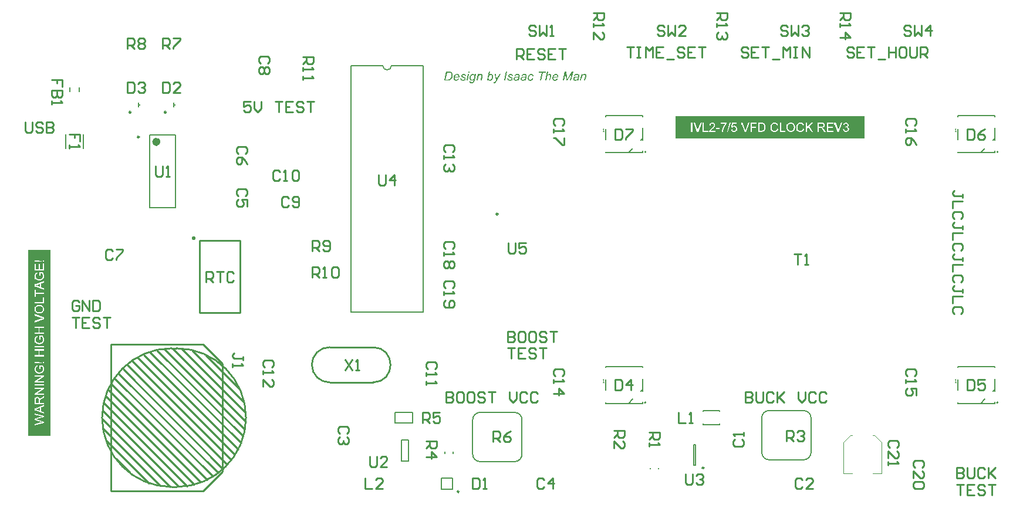
<source format=gbr>
%TF.GenerationSoftware,Altium Limited,CircuitMaker,2.0.2 (2.0.2.40)*%
G04 Layer_Color=15132400*
%FSLAX25Y25*%
%MOIN*%
%TF.SameCoordinates,264C472C-E0F2-4512-9315-FB6CEB45B93E*%
%TF.FilePolarity,Positive*%
%TF.FileFunction,Legend,Top*%
%TF.Part,Single*%
G01*
G75*
%TA.AperFunction,NonConductor*%
%ADD85C,0.00984*%
%ADD86C,0.00787*%
%ADD87C,0.01000*%
%ADD88C,0.02362*%
%ADD89C,0.00591*%
%ADD90C,0.00394*%
%ADD91C,0.00600*%
%ADD92C,0.00500*%
%ADD93C,0.00591*%
%ADD94C,0.00800*%
%ADD95C,0.00300*%
%ADD96R,0.00500X0.03000*%
%ADD97R,0.01500X0.00794*%
G36*
X361693Y405913D02*
X361057D01*
X361212Y406630D01*
X361841D01*
X361693Y405913D01*
D02*
G37*
G36*
X427376Y405291D02*
X427479Y405276D01*
X427598Y405247D01*
X427716Y405202D01*
X427834Y405136D01*
X427938Y405054D01*
X427953Y405047D01*
X427982Y405010D01*
X428019Y404958D01*
X428071Y404884D01*
X428116Y404788D01*
X428160Y404677D01*
X428190Y404544D01*
X428197Y404396D01*
Y404388D01*
Y404359D01*
X428190Y404307D01*
X428182Y404240D01*
X428175Y404144D01*
X428160Y404033D01*
X428130Y403900D01*
X428101Y403744D01*
X427598Y401510D01*
X426969D01*
X427487Y403863D01*
Y403870D01*
Y403878D01*
X427501Y403922D01*
X427509Y403981D01*
X427524Y404055D01*
X427538Y404137D01*
X427546Y404218D01*
X427561Y404299D01*
Y404366D01*
Y404373D01*
Y404396D01*
X427553Y404433D01*
X427546Y404477D01*
X427531Y404521D01*
X427501Y404573D01*
X427472Y404625D01*
X427427Y404669D01*
X427420Y404677D01*
X427405Y404692D01*
X427376Y404706D01*
X427331Y404729D01*
X427279Y404751D01*
X427220Y404773D01*
X427146Y404780D01*
X427057Y404788D01*
X427013D01*
X426976Y404780D01*
X426932D01*
X426880Y404773D01*
X426761Y404743D01*
X426628Y404699D01*
X426480Y404640D01*
X426325Y404551D01*
X426251Y404492D01*
X426177Y404433D01*
X426169Y404425D01*
X426162Y404418D01*
X426140Y404396D01*
X426118Y404366D01*
X426081Y404329D01*
X426044Y404277D01*
X426007Y404218D01*
X425962Y404151D01*
X425918Y404077D01*
X425873Y403989D01*
X425822Y403892D01*
X425777Y403781D01*
X425733Y403663D01*
X425688Y403530D01*
X425651Y403389D01*
X425614Y403234D01*
X425252Y401510D01*
X424623D01*
X425400Y405224D01*
X425977D01*
X425844Y404573D01*
X425851Y404581D01*
X425859Y404588D01*
X425881Y404610D01*
X425910Y404632D01*
X425977Y404699D01*
X426073Y404788D01*
X426184Y404877D01*
X426303Y404965D01*
X426421Y405054D01*
X426547Y405128D01*
X426554D01*
X426562Y405136D01*
X426606Y405158D01*
X426673Y405187D01*
X426754Y405217D01*
X426858Y405247D01*
X426969Y405276D01*
X427094Y405298D01*
X427220Y405306D01*
X427294D01*
X427376Y405291D01*
D02*
G37*
G36*
X368472Y405291D02*
X368575Y405276D01*
X368694Y405247D01*
X368812Y405202D01*
X368930Y405136D01*
X369034Y405054D01*
X369049Y405047D01*
X369078Y405010D01*
X369115Y404958D01*
X369167Y404884D01*
X369212Y404788D01*
X369256Y404677D01*
X369286Y404544D01*
X369293Y404396D01*
Y404388D01*
Y404359D01*
X369286Y404307D01*
X369278Y404240D01*
X369271Y404144D01*
X369256Y404033D01*
X369226Y403900D01*
X369197Y403744D01*
X368694Y401510D01*
X368065D01*
X368583Y403863D01*
Y403870D01*
Y403878D01*
X368597Y403922D01*
X368605Y403981D01*
X368620Y404055D01*
X368634Y404137D01*
X368642Y404218D01*
X368657Y404299D01*
Y404366D01*
Y404373D01*
Y404396D01*
X368649Y404433D01*
X368642Y404477D01*
X368627Y404521D01*
X368597Y404573D01*
X368568Y404625D01*
X368523Y404669D01*
X368516Y404677D01*
X368501Y404692D01*
X368472Y404706D01*
X368427Y404729D01*
X368375Y404751D01*
X368316Y404773D01*
X368242Y404780D01*
X368153Y404788D01*
X368109D01*
X368072Y404780D01*
X368028D01*
X367976Y404773D01*
X367857Y404743D01*
X367724Y404699D01*
X367576Y404640D01*
X367421Y404551D01*
X367347Y404492D01*
X367273Y404433D01*
X367265Y404425D01*
X367258Y404418D01*
X367236Y404396D01*
X367214Y404366D01*
X367177Y404329D01*
X367140Y404277D01*
X367103Y404218D01*
X367058Y404151D01*
X367014Y404077D01*
X366969Y403989D01*
X366918Y403892D01*
X366873Y403781D01*
X366829Y403663D01*
X366784Y403530D01*
X366747Y403389D01*
X366710Y403234D01*
X366348Y401510D01*
X365719D01*
X366496Y405224D01*
X367073D01*
X366940Y404573D01*
X366947Y404581D01*
X366955Y404588D01*
X366977Y404610D01*
X367006Y404632D01*
X367073Y404699D01*
X367169Y404788D01*
X367280Y404877D01*
X367399Y404965D01*
X367517Y405054D01*
X367643Y405128D01*
X367650D01*
X367658Y405136D01*
X367702Y405158D01*
X367769Y405187D01*
X367850Y405217D01*
X367954Y405247D01*
X368065Y405276D01*
X368190Y405298D01*
X368316Y405306D01*
X368390D01*
X368472Y405291D01*
D02*
G37*
G36*
X385255Y405298D02*
X385314D01*
X385381Y405291D01*
X385536Y405269D01*
X385706Y405224D01*
X385884Y405165D01*
X386054Y405091D01*
X386128Y405039D01*
X386202Y404980D01*
X386209D01*
X386217Y404965D01*
X386261Y404921D01*
X386320Y404847D01*
X386387Y404751D01*
X386461Y404632D01*
X386520Y404484D01*
X386565Y404314D01*
X386579Y404225D01*
X386587Y404129D01*
X385965Y404085D01*
Y404092D01*
Y404100D01*
X385958Y404137D01*
X385950Y404203D01*
X385928Y404277D01*
X385899Y404359D01*
X385854Y404447D01*
X385795Y404536D01*
X385721Y404618D01*
X385714Y404625D01*
X385684Y404647D01*
X385632Y404684D01*
X385558Y404721D01*
X385469Y404751D01*
X385366Y404788D01*
X385240Y404810D01*
X385099Y404817D01*
X385048D01*
X384988Y404810D01*
X384914Y404795D01*
X384826Y404780D01*
X384744Y404751D01*
X384663Y404714D01*
X384589Y404662D01*
X384581Y404655D01*
X384559Y404640D01*
X384530Y404603D01*
X384500Y404566D01*
X384470Y404521D01*
X384441Y404462D01*
X384419Y404403D01*
X384411Y404336D01*
Y404329D01*
Y404307D01*
X384419Y404270D01*
X384433Y404233D01*
X384448Y404181D01*
X384478Y404129D01*
X384515Y404077D01*
X384567Y404026D01*
X384574Y404018D01*
X384589Y404011D01*
X384626Y403989D01*
X384670Y403959D01*
X384744Y403915D01*
X384833Y403870D01*
X384951Y403811D01*
X385025Y403781D01*
X385099Y403744D01*
X385107D01*
X385129Y403730D01*
X385166Y403715D01*
X385218Y403693D01*
X385277Y403670D01*
X385336Y403633D01*
X385484Y403567D01*
X385640Y403485D01*
X385795Y403404D01*
X385862Y403367D01*
X385921Y403330D01*
X385973Y403293D01*
X386017Y403256D01*
X386032Y403241D01*
X386061Y403204D01*
X386113Y403138D01*
X386172Y403056D01*
X386224Y402953D01*
X386276Y402834D01*
X386306Y402694D01*
X386320Y402546D01*
Y402531D01*
Y402501D01*
X386313Y402442D01*
X386298Y402375D01*
X386276Y402294D01*
X386246Y402205D01*
X386209Y402109D01*
X386150Y402005D01*
X386143Y401991D01*
X386121Y401961D01*
X386076Y401917D01*
X386024Y401850D01*
X385950Y401783D01*
X385862Y401717D01*
X385758Y401650D01*
X385632Y401584D01*
X385625D01*
X385617Y401576D01*
X385595Y401569D01*
X385573Y401561D01*
X385499Y401532D01*
X385403Y401510D01*
X385284Y401480D01*
X385144Y401450D01*
X384988Y401436D01*
X384818Y401428D01*
X384759D01*
X384707Y401436D01*
X384655D01*
X384589Y401443D01*
X384522Y401458D01*
X384441Y401465D01*
X384271Y401510D01*
X384086Y401561D01*
X383901Y401643D01*
X383812Y401687D01*
X383723Y401746D01*
X383716Y401754D01*
X383701Y401761D01*
X383686Y401783D01*
X383656Y401806D01*
X383619Y401843D01*
X383582Y401887D01*
X383545Y401939D01*
X383501Y401998D01*
X383464Y402065D01*
X383427Y402139D01*
X383390Y402227D01*
X383360Y402316D01*
X383331Y402420D01*
X383316Y402531D01*
X383301Y402649D01*
Y402782D01*
X383938Y402819D01*
Y402805D01*
Y402775D01*
X383945Y402723D01*
Y402657D01*
X383960Y402583D01*
X383975Y402509D01*
X383989Y402427D01*
X384019Y402353D01*
X384026Y402346D01*
X384034Y402324D01*
X384056Y402287D01*
X384086Y402242D01*
X384130Y402190D01*
X384182Y402139D01*
X384248Y402087D01*
X384322Y402035D01*
X384330Y402028D01*
X384367Y402020D01*
X384411Y401998D01*
X384478Y401976D01*
X384552Y401954D01*
X384641Y401939D01*
X384737Y401924D01*
X384848Y401917D01*
X384914D01*
X384988Y401924D01*
X385085Y401939D01*
X385181Y401954D01*
X385284Y401983D01*
X385381Y402028D01*
X385469Y402079D01*
X385477Y402087D01*
X385506Y402109D01*
X385536Y402146D01*
X385580Y402190D01*
X385617Y402250D01*
X385654Y402324D01*
X385677Y402398D01*
X385684Y402479D01*
Y402486D01*
Y402509D01*
X385677Y402538D01*
X385669Y402583D01*
X385654Y402627D01*
X385632Y402679D01*
X385603Y402731D01*
X385558Y402790D01*
X385551Y402797D01*
X385529Y402812D01*
X385492Y402849D01*
X385432Y402886D01*
X385344Y402938D01*
X385233Y402997D01*
X385166Y403034D01*
X385092Y403071D01*
X385011Y403108D01*
X384922Y403145D01*
X384914D01*
X384900Y403152D01*
X384877Y403167D01*
X384840Y403182D01*
X384759Y403219D01*
X384655Y403263D01*
X384552Y403315D01*
X384441Y403367D01*
X384352Y403411D01*
X384315Y403434D01*
X384285Y403448D01*
X384278Y403456D01*
X384248Y403471D01*
X384204Y403500D01*
X384160Y403545D01*
X384100Y403589D01*
X384041Y403648D01*
X383989Y403715D01*
X383938Y403781D01*
X383930Y403789D01*
X383923Y403818D01*
X383901Y403855D01*
X383878Y403915D01*
X383856Y403981D01*
X383841Y404055D01*
X383827Y404144D01*
X383819Y404233D01*
Y404240D01*
Y404255D01*
Y404277D01*
X383827Y404307D01*
X383841Y404388D01*
X383864Y404492D01*
X383908Y404610D01*
X383967Y404736D01*
X384056Y404862D01*
X384108Y404928D01*
X384167Y404988D01*
X384174Y404995D01*
X384182Y405002D01*
X384204Y405017D01*
X384234Y405039D01*
X384271Y405062D01*
X384308Y405091D01*
X384359Y405121D01*
X384419Y405150D01*
X384559Y405202D01*
X384729Y405254D01*
X384922Y405291D01*
X385033Y405306D01*
X385210D01*
X385255Y405298D01*
D02*
G37*
G36*
X358585Y405298D02*
X358644D01*
X358711Y405291D01*
X358866Y405269D01*
X359037Y405224D01*
X359214Y405165D01*
X359384Y405091D01*
X359458Y405039D01*
X359532Y404980D01*
X359540D01*
X359547Y404965D01*
X359592Y404921D01*
X359651Y404847D01*
X359717Y404751D01*
X359791Y404632D01*
X359851Y404484D01*
X359895Y404314D01*
X359910Y404225D01*
X359917Y404129D01*
X359296Y404085D01*
Y404092D01*
Y404100D01*
X359288Y404137D01*
X359281Y404203D01*
X359259Y404277D01*
X359229Y404359D01*
X359185Y404447D01*
X359125Y404536D01*
X359051Y404618D01*
X359044Y404625D01*
X359014Y404647D01*
X358963Y404684D01*
X358889Y404721D01*
X358800Y404751D01*
X358696Y404788D01*
X358570Y404810D01*
X358430Y404817D01*
X358378D01*
X358319Y404810D01*
X358245Y404795D01*
X358156Y404780D01*
X358075Y404751D01*
X357993Y404714D01*
X357919Y404662D01*
X357912Y404655D01*
X357890Y404640D01*
X357860Y404603D01*
X357830Y404566D01*
X357801Y404521D01*
X357771Y404462D01*
X357749Y404403D01*
X357742Y404336D01*
Y404329D01*
Y404307D01*
X357749Y404270D01*
X357764Y404233D01*
X357779Y404181D01*
X357808Y404129D01*
X357845Y404077D01*
X357897Y404026D01*
X357904Y404018D01*
X357919Y404011D01*
X357956Y403989D01*
X358001Y403959D01*
X358075Y403915D01*
X358163Y403870D01*
X358282Y403811D01*
X358356Y403781D01*
X358430Y403744D01*
X358437D01*
X358459Y403730D01*
X358496Y403715D01*
X358548Y403693D01*
X358607Y403670D01*
X358667Y403633D01*
X358815Y403567D01*
X358970Y403485D01*
X359125Y403404D01*
X359192Y403367D01*
X359251Y403330D01*
X359303Y403293D01*
X359347Y403256D01*
X359362Y403241D01*
X359392Y403204D01*
X359444Y403138D01*
X359503Y403056D01*
X359555Y402953D01*
X359606Y402834D01*
X359636Y402694D01*
X359651Y402546D01*
Y402531D01*
Y402501D01*
X359643Y402442D01*
X359629Y402375D01*
X359606Y402294D01*
X359577Y402205D01*
X359540Y402109D01*
X359481Y402005D01*
X359473Y401991D01*
X359451Y401961D01*
X359407Y401917D01*
X359355Y401850D01*
X359281Y401783D01*
X359192Y401717D01*
X359088Y401650D01*
X358963Y401584D01*
X358955D01*
X358948Y401576D01*
X358926Y401569D01*
X358903Y401561D01*
X358829Y401532D01*
X358733Y401510D01*
X358615Y401480D01*
X358474Y401450D01*
X358319Y401436D01*
X358149Y401428D01*
X358089D01*
X358038Y401436D01*
X357986D01*
X357919Y401443D01*
X357853Y401458D01*
X357771Y401465D01*
X357601Y401510D01*
X357416Y401561D01*
X357231Y401643D01*
X357142Y401687D01*
X357053Y401746D01*
X357046Y401754D01*
X357031Y401761D01*
X357016Y401783D01*
X356987Y401806D01*
X356950Y401843D01*
X356913Y401887D01*
X356876Y401939D01*
X356831Y401998D01*
X356794Y402065D01*
X356757Y402139D01*
X356720Y402227D01*
X356691Y402316D01*
X356661Y402420D01*
X356646Y402531D01*
X356632Y402649D01*
Y402782D01*
X357268Y402819D01*
Y402805D01*
Y402775D01*
X357275Y402723D01*
Y402657D01*
X357290Y402583D01*
X357305Y402509D01*
X357320Y402427D01*
X357349Y402353D01*
X357357Y402346D01*
X357364Y402324D01*
X357386Y402287D01*
X357416Y402242D01*
X357460Y402190D01*
X357512Y402139D01*
X357579Y402087D01*
X357653Y402035D01*
X357660Y402028D01*
X357697Y402020D01*
X357742Y401998D01*
X357808Y401976D01*
X357882Y401954D01*
X357971Y401939D01*
X358067Y401924D01*
X358178Y401917D01*
X358245D01*
X358319Y401924D01*
X358415Y401939D01*
X358511Y401954D01*
X358615Y401983D01*
X358711Y402028D01*
X358800Y402079D01*
X358807Y402087D01*
X358837Y402109D01*
X358866Y402146D01*
X358911Y402190D01*
X358948Y402250D01*
X358985Y402324D01*
X359007Y402398D01*
X359014Y402479D01*
Y402486D01*
Y402509D01*
X359007Y402538D01*
X359000Y402583D01*
X358985Y402627D01*
X358963Y402679D01*
X358933Y402731D01*
X358889Y402790D01*
X358881Y402797D01*
X358859Y402812D01*
X358822Y402849D01*
X358763Y402886D01*
X358674Y402938D01*
X358563Y402997D01*
X358496Y403034D01*
X358422Y403071D01*
X358341Y403108D01*
X358252Y403145D01*
X358245D01*
X358230Y403152D01*
X358208Y403167D01*
X358171Y403182D01*
X358089Y403219D01*
X357986Y403263D01*
X357882Y403315D01*
X357771Y403367D01*
X357682Y403411D01*
X357645Y403434D01*
X357616Y403448D01*
X357608Y403456D01*
X357579Y403471D01*
X357534Y403500D01*
X357490Y403545D01*
X357431Y403589D01*
X357372Y403648D01*
X357320Y403715D01*
X357268Y403781D01*
X357261Y403789D01*
X357253Y403818D01*
X357231Y403855D01*
X357209Y403915D01*
X357187Y403981D01*
X357172Y404055D01*
X357157Y404144D01*
X357150Y404233D01*
Y404240D01*
Y404255D01*
Y404277D01*
X357157Y404307D01*
X357172Y404388D01*
X357194Y404492D01*
X357238Y404610D01*
X357298Y404736D01*
X357386Y404862D01*
X357438Y404928D01*
X357497Y404988D01*
X357505Y404995D01*
X357512Y405002D01*
X357534Y405017D01*
X357564Y405039D01*
X357601Y405062D01*
X357638Y405091D01*
X357690Y405121D01*
X357749Y405150D01*
X357890Y405202D01*
X358060Y405254D01*
X358252Y405291D01*
X358363Y405306D01*
X358541D01*
X358585Y405298D01*
D02*
G37*
G36*
X396991Y405298D02*
X397043D01*
X397102Y405291D01*
X397235Y405261D01*
X397391Y405224D01*
X397546Y405165D01*
X397702Y405076D01*
X397776Y405025D01*
X397842Y404965D01*
X397850Y404958D01*
X397857Y404951D01*
X397872Y404928D01*
X397901Y404906D01*
X397953Y404832D01*
X398020Y404729D01*
X398086Y404603D01*
X398146Y404447D01*
X398183Y404270D01*
X398190Y404181D01*
X398197Y404077D01*
X397576Y404033D01*
Y404040D01*
Y404048D01*
X397568Y404092D01*
X397561Y404151D01*
X397546Y404233D01*
X397524Y404322D01*
X397487Y404410D01*
X397435Y404499D01*
X397369Y404581D01*
X397361Y404588D01*
X397332Y404610D01*
X397287Y404647D01*
X397228Y404684D01*
X397154Y404721D01*
X397058Y404758D01*
X396954Y404780D01*
X396836Y404788D01*
X396769D01*
X396703Y404773D01*
X396606Y404758D01*
X396503Y404729D01*
X396392Y404684D01*
X396281Y404625D01*
X396170Y404544D01*
X396155Y404529D01*
X396125Y404499D01*
X396074Y404440D01*
X396014Y404359D01*
X395940Y404255D01*
X395874Y404129D01*
X395800Y403981D01*
X395733Y403804D01*
Y403796D01*
X395726Y403781D01*
X395718Y403759D01*
X395711Y403722D01*
X395696Y403678D01*
X395681Y403626D01*
X395659Y403500D01*
X395630Y403360D01*
X395600Y403204D01*
X395585Y403034D01*
X395578Y402864D01*
Y402856D01*
Y402842D01*
Y402819D01*
Y402790D01*
X395593Y402701D01*
X395607Y402597D01*
X395630Y402479D01*
X395667Y402368D01*
X395718Y402250D01*
X395785Y402153D01*
X395792Y402146D01*
X395822Y402116D01*
X395866Y402079D01*
X395926Y402035D01*
X396000Y401991D01*
X396088Y401954D01*
X396192Y401924D01*
X396303Y401917D01*
X396318D01*
X396355Y401924D01*
X396414Y401931D01*
X396495Y401946D01*
X396584Y401976D01*
X396688Y402013D01*
X396791Y402072D01*
X396895Y402146D01*
X396910Y402161D01*
X396939Y402190D01*
X396991Y402250D01*
X397058Y402324D01*
X397124Y402427D01*
X397198Y402546D01*
X397272Y402694D01*
X397339Y402864D01*
X397975Y402797D01*
Y402790D01*
X397961Y402768D01*
X397953Y402731D01*
X397931Y402686D01*
X397909Y402627D01*
X397872Y402560D01*
X397798Y402405D01*
X397702Y402242D01*
X397583Y402065D01*
X397450Y401902D01*
X397376Y401828D01*
X397295Y401761D01*
X397287D01*
X397272Y401746D01*
X397250Y401732D01*
X397221Y401709D01*
X397176Y401687D01*
X397124Y401658D01*
X397073Y401628D01*
X397006Y401598D01*
X396858Y401532D01*
X396688Y401480D01*
X396503Y401443D01*
X396399Y401436D01*
X396296Y401428D01*
X396236D01*
X396192Y401436D01*
X396140Y401443D01*
X396081Y401450D01*
X395948Y401480D01*
X395792Y401524D01*
X395622Y401591D01*
X395541Y401635D01*
X395459Y401687D01*
X395385Y401746D01*
X395311Y401813D01*
X395304Y401820D01*
X395297Y401828D01*
X395274Y401857D01*
X395252Y401887D01*
X395223Y401924D01*
X395193Y401976D01*
X395163Y402035D01*
X395126Y402094D01*
X395089Y402168D01*
X395060Y402250D01*
X395030Y402346D01*
X395001Y402442D01*
X394978Y402546D01*
X394956Y402657D01*
X394949Y402782D01*
X394941Y402908D01*
Y402916D01*
Y402938D01*
Y402967D01*
X394949Y403012D01*
Y403064D01*
X394956Y403130D01*
X394964Y403204D01*
X394971Y403286D01*
X395001Y403463D01*
X395045Y403670D01*
X395097Y403878D01*
X395178Y404100D01*
Y404107D01*
X395193Y404129D01*
X395200Y404159D01*
X395223Y404196D01*
X395252Y404248D01*
X395282Y404307D01*
X395356Y404433D01*
X395452Y404581D01*
X395570Y404729D01*
X395711Y404869D01*
X395866Y404995D01*
X395874Y405002D01*
X395889Y405010D01*
X395911Y405025D01*
X395948Y405047D01*
X395992Y405069D01*
X396037Y405091D01*
X396096Y405121D01*
X396162Y405150D01*
X396318Y405210D01*
X396488Y405254D01*
X396688Y405291D01*
X396895Y405306D01*
X396954D01*
X396991Y405298D01*
D02*
G37*
G36*
X377078Y401029D02*
Y401021D01*
X377063Y400999D01*
X377048Y400969D01*
X377019Y400925D01*
X376989Y400881D01*
X376959Y400821D01*
X376878Y400696D01*
X376782Y400555D01*
X376678Y400422D01*
X376575Y400303D01*
X376523Y400252D01*
X376471Y400207D01*
X376456Y400200D01*
X376427Y400178D01*
X376367Y400141D01*
X376293Y400104D01*
X376205Y400067D01*
X376101Y400030D01*
X375983Y400007D01*
X375857Y400000D01*
X375820D01*
X375775Y400007D01*
X375724D01*
X375657Y400022D01*
X375590Y400037D01*
X375516Y400052D01*
X375435Y400081D01*
X375472Y400681D01*
X375479D01*
X375502Y400673D01*
X375546Y400666D01*
X375590Y400651D01*
X375650Y400644D01*
X375716Y400629D01*
X375849Y400622D01*
X375879D01*
X375916Y400629D01*
X375960Y400636D01*
X376064Y400659D01*
X376116Y400681D01*
X376160Y400710D01*
X376168Y400718D01*
X376190Y400733D01*
X376219Y400762D01*
X376264Y400807D01*
X376308Y400866D01*
X376367Y400947D01*
X376434Y401036D01*
X376501Y401147D01*
X376700Y401502D01*
X376086Y405224D01*
X376708Y405224D01*
X376982Y403352D01*
Y403345D01*
X376989Y403330D01*
Y403300D01*
X376996Y403256D01*
X377004Y403204D01*
X377011Y403145D01*
X377026Y403078D01*
X377033Y403004D01*
X377056Y402834D01*
X377085Y402649D01*
X377107Y402449D01*
X377130Y402242D01*
X378787Y405224D01*
X379438D01*
X377078Y401029D01*
D02*
G37*
G36*
X419606Y401510D02*
X418932D01*
X419472Y403996D01*
Y404003D01*
X419480Y404033D01*
X419495Y404085D01*
X419509Y404151D01*
X419524Y404233D01*
X419546Y404329D01*
X419576Y404440D01*
X419606Y404566D01*
X419643Y404699D01*
X419680Y404847D01*
X419724Y405010D01*
X419776Y405180D01*
X419820Y405358D01*
X419879Y405543D01*
X419992Y405916D01*
X419998Y405927D01*
Y405935D01*
X419992Y405916D01*
X419990Y405913D01*
X419976Y405883D01*
X419961Y405846D01*
X419939Y405802D01*
X419909Y405750D01*
X419879Y405683D01*
X419842Y405617D01*
X419761Y405454D01*
X419672Y405269D01*
X419569Y405069D01*
X419450Y404854D01*
X417548Y401510D01*
X416882D01*
X416409Y404795D01*
Y404803D01*
Y404817D01*
X416401Y404840D01*
Y404877D01*
X416394Y404921D01*
X416387Y404973D01*
X416379Y405032D01*
X416372Y405099D01*
X416357Y405254D01*
X416342Y405432D01*
X416327Y405631D01*
X416320Y405846D01*
Y405839D01*
X416313Y405816D01*
Y405779D01*
X416305Y405735D01*
X416298Y405676D01*
X416290Y405609D01*
X416276Y405535D01*
X416268Y405454D01*
X416239Y405284D01*
X416209Y405099D01*
X416179Y404928D01*
X416142Y404766D01*
X415469Y401510D01*
X414796D01*
X415869Y406630D01*
X416720D01*
X417201Y403308D01*
Y403300D01*
X417208Y403278D01*
Y403241D01*
X417215Y403197D01*
X417223Y403138D01*
X417230Y403071D01*
X417238Y402990D01*
X417252Y402908D01*
X417267Y402716D01*
X417289Y402501D01*
X417304Y402279D01*
X417319Y402057D01*
Y402065D01*
X417326Y402079D01*
X417341Y402109D01*
X417356Y402153D01*
X417386Y402198D01*
X417408Y402264D01*
X417445Y402338D01*
X417489Y402420D01*
X417534Y402516D01*
X417585Y402620D01*
X417645Y402738D01*
X417704Y402856D01*
X417778Y402997D01*
X417852Y403138D01*
X417941Y403293D01*
X418029Y403456D01*
X419828Y406630D01*
X420679D01*
X419606Y401510D01*
D02*
G37*
G36*
X422884Y405298D02*
X422943D01*
X423010Y405291D01*
X423084Y405276D01*
X423165Y405261D01*
X423343Y405224D01*
X423520Y405165D01*
X423698Y405084D01*
X423779Y405032D01*
X423861Y404973D01*
X423875Y404965D01*
X423912Y404928D01*
X423957Y404877D01*
X424016Y404803D01*
X424075Y404714D01*
X424120Y404603D01*
X424157Y404477D01*
X424171Y404336D01*
Y404322D01*
Y404285D01*
X424164Y404225D01*
Y404137D01*
X424149Y404040D01*
X424134Y403922D01*
X424112Y403789D01*
X424083Y403648D01*
X423875Y402723D01*
Y402716D01*
X423868Y402701D01*
Y402679D01*
X423861Y402649D01*
X423846Y402568D01*
X423831Y402472D01*
X423809Y402361D01*
X423794Y402242D01*
X423787Y402124D01*
X423779Y402013D01*
Y402005D01*
Y401983D01*
X423787Y401939D01*
Y401887D01*
X423794Y401813D01*
X423809Y401724D01*
X423831Y401628D01*
X423853Y401510D01*
X423217D01*
Y401517D01*
X423209Y401539D01*
X423195Y401584D01*
X423187Y401635D01*
X423172Y401702D01*
X423158Y401776D01*
X423150Y401865D01*
X423143Y401968D01*
X423128Y401954D01*
X423084Y401924D01*
X423024Y401872D01*
X422936Y401813D01*
X422839Y401746D01*
X422736Y401672D01*
X422617Y401613D01*
X422506Y401554D01*
X422492Y401547D01*
X422455Y401532D01*
X422395Y401517D01*
X422314Y401495D01*
X422218Y401465D01*
X422107Y401450D01*
X421988Y401436D01*
X421863Y401428D01*
X421811D01*
X421774Y401436D01*
X421737D01*
X421685Y401443D01*
X421567Y401465D01*
X421433Y401502D01*
X421293Y401554D01*
X421160Y401628D01*
X421034Y401724D01*
X421019Y401739D01*
X420982Y401776D01*
X420938Y401843D01*
X420878Y401939D01*
X420819Y402050D01*
X420775Y402183D01*
X420738Y402331D01*
X420723Y402501D01*
Y402516D01*
Y402553D01*
X420730Y402612D01*
X420738Y402686D01*
X420760Y402775D01*
X420782Y402864D01*
X420819Y402960D01*
X420864Y403049D01*
X420871Y403056D01*
X420886Y403086D01*
X420923Y403130D01*
X420960Y403189D01*
X421019Y403249D01*
X421078Y403315D01*
X421152Y403374D01*
X421234Y403434D01*
X421241Y403441D01*
X421278Y403456D01*
X421330Y403485D01*
X421396Y403515D01*
X421478Y403552D01*
X421574Y403582D01*
X421685Y403619D01*
X421803Y403641D01*
X421811D01*
X421848Y403648D01*
X421900Y403656D01*
X421988Y403663D01*
X422033Y403670D01*
X422092Y403678D01*
X422159Y403685D01*
X422233D01*
X422314Y403693D01*
X422403Y403700D01*
X422506D01*
X422610Y403707D01*
X422669D01*
X422706Y403715D01*
X422758D01*
X422817Y403722D01*
X422943Y403737D01*
X423084Y403752D01*
X423224Y403774D01*
X423357Y403804D01*
X423417Y403818D01*
X423468Y403833D01*
X423476Y403848D01*
X423483Y403878D01*
X423498Y403922D01*
X423513Y403981D01*
X423528Y404055D01*
X423535Y404122D01*
X423550Y404196D01*
Y404262D01*
Y404270D01*
Y404299D01*
X423542Y404336D01*
X423528Y404388D01*
X423513Y404447D01*
X423483Y404507D01*
X423439Y404558D01*
X423387Y404610D01*
X423380Y404618D01*
X423343Y404640D01*
X423298Y404669D01*
X423224Y404699D01*
X423135Y404729D01*
X423024Y404758D01*
X422891Y404780D01*
X422743Y404788D01*
X422677D01*
X422603Y404780D01*
X422514Y404766D01*
X422410Y404743D01*
X422299Y404714D01*
X422196Y404669D01*
X422092Y404610D01*
X422085Y404603D01*
X422048Y404581D01*
X422003Y404536D01*
X421951Y404484D01*
X421892Y404410D01*
X421833Y404322D01*
X421774Y404225D01*
X421729Y404107D01*
X421093Y404166D01*
Y404174D01*
X421100Y404188D01*
X421115Y404218D01*
X421130Y404255D01*
X421152Y404299D01*
X421174Y404359D01*
X421241Y404477D01*
X421330Y404610D01*
X421433Y404751D01*
X421559Y404891D01*
X421707Y405010D01*
X421715D01*
X421729Y405025D01*
X421752Y405039D01*
X421781Y405054D01*
X421826Y405076D01*
X421877Y405106D01*
X421937Y405128D01*
X421996Y405158D01*
X422070Y405187D01*
X422151Y405210D01*
X422336Y405261D01*
X422543Y405291D01*
X422773Y405306D01*
X422839D01*
X422884Y405298D01*
D02*
G37*
G36*
X406027Y404662D02*
X406034Y404669D01*
X406041Y404677D01*
X406086Y404721D01*
X406152Y404780D01*
X406241Y404854D01*
X406337Y404928D01*
X406448Y405010D01*
X406559Y405084D01*
X406670Y405150D01*
X406685Y405158D01*
X406722Y405173D01*
X406781Y405202D01*
X406855Y405232D01*
X406952Y405254D01*
X407055Y405284D01*
X407166Y405298D01*
X407285Y405306D01*
X407359D01*
X407440Y405291D01*
X407544Y405276D01*
X407662Y405247D01*
X407780Y405202D01*
X407891Y405143D01*
X407995Y405062D01*
X408002Y405054D01*
X408032Y405017D01*
X408076Y404965D01*
X408121Y404891D01*
X408165Y404795D01*
X408210Y404684D01*
X408239Y404558D01*
X408247Y404410D01*
Y404403D01*
Y404373D01*
X408239Y404322D01*
X408232Y404248D01*
X408217Y404151D01*
X408195Y404026D01*
X408165Y403878D01*
X408150Y403789D01*
X408128Y403693D01*
X407640Y401510D01*
X407011D01*
X407499Y403759D01*
Y403767D01*
X407507Y403781D01*
Y403804D01*
X407514Y403841D01*
X407536Y403922D01*
X407558Y404018D01*
X407573Y404122D01*
X407595Y404225D01*
X407603Y404314D01*
X407610Y404344D01*
Y404373D01*
Y404381D01*
Y404403D01*
X407603Y404433D01*
X407595Y404477D01*
X407581Y404521D01*
X407558Y404573D01*
X407529Y404625D01*
X407484Y404669D01*
X407477Y404677D01*
X407462Y404692D01*
X407433Y404706D01*
X407396Y404729D01*
X407344Y404751D01*
X407285Y404773D01*
X407211Y404780D01*
X407129Y404788D01*
X407070D01*
X407011Y404780D01*
X406922Y404766D01*
X406826Y404743D01*
X406715Y404706D01*
X406604Y404662D01*
X406485Y404603D01*
X406471Y404595D01*
X406434Y404573D01*
X406382Y404529D01*
X406315Y404477D01*
X406234Y404403D01*
X406160Y404322D01*
X406078Y404218D01*
X406012Y404107D01*
X406004Y404092D01*
X405997Y404077D01*
X405982Y404048D01*
X405967Y404011D01*
X405953Y403974D01*
X405930Y403922D01*
X405908Y403863D01*
X405886Y403796D01*
X405856Y403722D01*
X405834Y403641D01*
X405805Y403552D01*
X405775Y403448D01*
X405753Y403345D01*
X405723Y403226D01*
X405694Y403101D01*
X405361Y401510D01*
X404732D01*
X405805Y406630D01*
X406434D01*
X406027Y404662D01*
D02*
G37*
G36*
X405065Y406053D02*
X403400D01*
X402445Y401510D01*
X401772D01*
X402719Y406053D01*
X401002D01*
X401128Y406630D01*
X405183D01*
X405065Y406053D01*
D02*
G37*
G36*
X393040Y405298D02*
X393099D01*
X393165Y405291D01*
X393239Y405276D01*
X393321Y405261D01*
X393498Y405224D01*
X393676Y405165D01*
X393854Y405084D01*
X393935Y405032D01*
X394016Y404973D01*
X394031Y404965D01*
X394068Y404928D01*
X394113Y404877D01*
X394172Y404803D01*
X394231Y404714D01*
X394275Y404603D01*
X394312Y404477D01*
X394327Y404336D01*
Y404322D01*
Y404285D01*
X394320Y404225D01*
Y404137D01*
X394305Y404040D01*
X394290Y403922D01*
X394268Y403789D01*
X394238Y403648D01*
X394031Y402723D01*
Y402716D01*
X394024Y402701D01*
Y402679D01*
X394016Y402649D01*
X394002Y402568D01*
X393987Y402472D01*
X393965Y402361D01*
X393950Y402242D01*
X393942Y402124D01*
X393935Y402013D01*
Y402005D01*
Y401983D01*
X393942Y401939D01*
Y401887D01*
X393950Y401813D01*
X393965Y401724D01*
X393987Y401628D01*
X394009Y401510D01*
X393373D01*
Y401517D01*
X393365Y401539D01*
X393350Y401584D01*
X393343Y401635D01*
X393328Y401702D01*
X393313Y401776D01*
X393306Y401865D01*
X393299Y401968D01*
X393284Y401954D01*
X393239Y401924D01*
X393180Y401872D01*
X393091Y401813D01*
X392995Y401746D01*
X392892Y401672D01*
X392773Y401613D01*
X392662Y401554D01*
X392647Y401547D01*
X392610Y401532D01*
X392551Y401517D01*
X392470Y401495D01*
X392374Y401465D01*
X392263Y401450D01*
X392144Y401436D01*
X392018Y401428D01*
X391967D01*
X391930Y401436D01*
X391893D01*
X391841Y401443D01*
X391722Y401465D01*
X391589Y401502D01*
X391449Y401554D01*
X391315Y401628D01*
X391190Y401724D01*
X391175Y401739D01*
X391138Y401776D01*
X391093Y401843D01*
X391034Y401939D01*
X390975Y402050D01*
X390931Y402183D01*
X390894Y402331D01*
X390879Y402501D01*
Y402516D01*
Y402553D01*
X390886Y402612D01*
X390894Y402686D01*
X390916Y402775D01*
X390938Y402864D01*
X390975Y402960D01*
X391019Y403049D01*
X391027Y403056D01*
X391042Y403086D01*
X391079Y403130D01*
X391116Y403189D01*
X391175Y403249D01*
X391234Y403315D01*
X391308Y403374D01*
X391389Y403434D01*
X391397Y403441D01*
X391434Y403456D01*
X391486Y403485D01*
X391552Y403515D01*
X391634Y403552D01*
X391730Y403582D01*
X391841Y403619D01*
X391959Y403641D01*
X391967D01*
X392004Y403648D01*
X392055Y403656D01*
X392144Y403663D01*
X392189Y403670D01*
X392248Y403678D01*
X392314Y403685D01*
X392388D01*
X392470Y403693D01*
X392559Y403700D01*
X392662D01*
X392766Y403707D01*
X392825D01*
X392862Y403715D01*
X392914D01*
X392973Y403722D01*
X393099Y403737D01*
X393239Y403752D01*
X393380Y403774D01*
X393513Y403804D01*
X393572Y403818D01*
X393624Y403833D01*
X393632Y403848D01*
X393639Y403878D01*
X393654Y403922D01*
X393669Y403981D01*
X393683Y404055D01*
X393691Y404122D01*
X393706Y404196D01*
Y404262D01*
Y404270D01*
Y404299D01*
X393698Y404336D01*
X393683Y404388D01*
X393669Y404447D01*
X393639Y404507D01*
X393595Y404558D01*
X393543Y404610D01*
X393535Y404618D01*
X393498Y404640D01*
X393454Y404669D01*
X393380Y404699D01*
X393291Y404729D01*
X393180Y404758D01*
X393047Y404780D01*
X392899Y404788D01*
X392832D01*
X392758Y404780D01*
X392670Y404766D01*
X392566Y404743D01*
X392455Y404714D01*
X392351Y404669D01*
X392248Y404610D01*
X392240Y404603D01*
X392203Y404581D01*
X392159Y404536D01*
X392107Y404484D01*
X392048Y404410D01*
X391989Y404322D01*
X391930Y404225D01*
X391885Y404107D01*
X391249Y404166D01*
Y404174D01*
X391256Y404188D01*
X391271Y404218D01*
X391286Y404255D01*
X391308Y404299D01*
X391330Y404359D01*
X391397Y404477D01*
X391486Y404610D01*
X391589Y404751D01*
X391715Y404891D01*
X391863Y405010D01*
X391870D01*
X391885Y405025D01*
X391907Y405039D01*
X391937Y405054D01*
X391981Y405076D01*
X392033Y405106D01*
X392092Y405128D01*
X392152Y405158D01*
X392226Y405187D01*
X392307Y405210D01*
X392492Y405261D01*
X392699Y405291D01*
X392929Y405306D01*
X392995D01*
X393040Y405298D01*
D02*
G37*
G36*
X389058D02*
X389118D01*
X389184Y405291D01*
X389258Y405276D01*
X389340Y405261D01*
X389517Y405224D01*
X389695Y405165D01*
X389872Y405084D01*
X389954Y405032D01*
X390035Y404973D01*
X390050Y404965D01*
X390087Y404928D01*
X390131Y404877D01*
X390191Y404803D01*
X390250Y404714D01*
X390294Y404603D01*
X390331Y404477D01*
X390346Y404336D01*
Y404322D01*
Y404285D01*
X390339Y404225D01*
Y404137D01*
X390324Y404040D01*
X390309Y403922D01*
X390287Y403789D01*
X390257Y403648D01*
X390050Y402723D01*
Y402716D01*
X390043Y402701D01*
Y402679D01*
X390035Y402649D01*
X390020Y402568D01*
X390006Y402472D01*
X389983Y402361D01*
X389969Y402242D01*
X389961Y402124D01*
X389954Y402013D01*
Y402005D01*
Y401983D01*
X389961Y401939D01*
Y401887D01*
X389969Y401813D01*
X389983Y401724D01*
X390006Y401628D01*
X390028Y401510D01*
X389391D01*
Y401517D01*
X389384Y401539D01*
X389369Y401584D01*
X389362Y401635D01*
X389347Y401702D01*
X389332Y401776D01*
X389325Y401865D01*
X389317Y401968D01*
X389303Y401954D01*
X389258Y401924D01*
X389199Y401872D01*
X389110Y401813D01*
X389014Y401746D01*
X388910Y401672D01*
X388792Y401613D01*
X388681Y401554D01*
X388666Y401547D01*
X388629Y401532D01*
X388570Y401517D01*
X388489Y401495D01*
X388392Y401465D01*
X388281Y401450D01*
X388163Y401436D01*
X388037Y401428D01*
X387985D01*
X387948Y401436D01*
X387911D01*
X387860Y401443D01*
X387741Y401465D01*
X387608Y401502D01*
X387467Y401554D01*
X387334Y401628D01*
X387208Y401724D01*
X387194Y401739D01*
X387157Y401776D01*
X387112Y401843D01*
X387053Y401939D01*
X386994Y402050D01*
X386949Y402183D01*
X386912Y402331D01*
X386898Y402501D01*
Y402516D01*
Y402553D01*
X386905Y402612D01*
X386912Y402686D01*
X386935Y402775D01*
X386957Y402864D01*
X386994Y402960D01*
X387038Y403049D01*
X387046Y403056D01*
X387060Y403086D01*
X387097Y403130D01*
X387134Y403189D01*
X387194Y403249D01*
X387253Y403315D01*
X387327Y403374D01*
X387408Y403434D01*
X387416Y403441D01*
X387453Y403456D01*
X387504Y403485D01*
X387571Y403515D01*
X387652Y403552D01*
X387749Y403582D01*
X387860Y403619D01*
X387978Y403641D01*
X387985D01*
X388022Y403648D01*
X388074Y403656D01*
X388163Y403663D01*
X388207Y403670D01*
X388267Y403678D01*
X388333Y403685D01*
X388407D01*
X388489Y403693D01*
X388577Y403700D01*
X388681D01*
X388785Y403707D01*
X388844D01*
X388881Y403715D01*
X388933D01*
X388992Y403722D01*
X389118Y403737D01*
X389258Y403752D01*
X389399Y403774D01*
X389532Y403804D01*
X389591Y403818D01*
X389643Y403833D01*
X389650Y403848D01*
X389658Y403878D01*
X389673Y403922D01*
X389687Y403981D01*
X389702Y404055D01*
X389710Y404122D01*
X389724Y404196D01*
Y404262D01*
Y404270D01*
Y404299D01*
X389717Y404336D01*
X389702Y404388D01*
X389687Y404447D01*
X389658Y404507D01*
X389613Y404558D01*
X389562Y404610D01*
X389554Y404618D01*
X389517Y404640D01*
X389473Y404669D01*
X389399Y404699D01*
X389310Y404729D01*
X389199Y404758D01*
X389066Y404780D01*
X388918Y404788D01*
X388851D01*
X388777Y404780D01*
X388688Y404766D01*
X388585Y404743D01*
X388474Y404714D01*
X388370Y404669D01*
X388267Y404610D01*
X388259Y404603D01*
X388222Y404581D01*
X388178Y404536D01*
X388126Y404484D01*
X388067Y404410D01*
X388008Y404322D01*
X387948Y404225D01*
X387904Y404107D01*
X387268Y404166D01*
Y404174D01*
X387275Y404188D01*
X387290Y404218D01*
X387305Y404255D01*
X387327Y404299D01*
X387349Y404359D01*
X387416Y404477D01*
X387504Y404610D01*
X387608Y404751D01*
X387734Y404891D01*
X387882Y405010D01*
X387889D01*
X387904Y405025D01*
X387926Y405039D01*
X387956Y405054D01*
X388000Y405076D01*
X388052Y405106D01*
X388111Y405128D01*
X388170Y405158D01*
X388244Y405187D01*
X388326Y405210D01*
X388511Y405261D01*
X388718Y405291D01*
X388947Y405306D01*
X389014D01*
X389058Y405298D01*
D02*
G37*
G36*
X382095Y401510D02*
X381422D01*
X382495Y406630D01*
X383168D01*
X382095Y401510D01*
D02*
G37*
G36*
X360768Y401510D02*
X360139D01*
X360916Y405224D01*
X361545D01*
X360768Y401510D01*
D02*
G37*
G36*
X350305Y406623D02*
X350423D01*
X350564Y406608D01*
X350704Y406593D01*
X350837Y406579D01*
X350956Y406549D01*
X350963D01*
X350978Y406542D01*
X351000Y406534D01*
X351030Y406527D01*
X351104Y406497D01*
X351207Y406460D01*
X351318Y406408D01*
X351437Y406334D01*
X351555Y406253D01*
X351674Y406157D01*
X351688Y406142D01*
X351725Y406105D01*
X351777Y406046D01*
X351844Y405972D01*
X351910Y405868D01*
X351984Y405750D01*
X352058Y405617D01*
X352118Y405469D01*
Y405461D01*
X352125Y405446D01*
X352132Y405424D01*
X352140Y405395D01*
X352155Y405358D01*
X352169Y405313D01*
X352199Y405195D01*
X352221Y405062D01*
X352251Y404899D01*
X352266Y404729D01*
X352273Y404536D01*
Y404529D01*
Y404507D01*
Y404477D01*
Y404433D01*
X352266Y404373D01*
Y404314D01*
X352258Y404240D01*
X352251Y404159D01*
X352229Y403989D01*
X352192Y403796D01*
X352147Y403596D01*
X352081Y403404D01*
Y403397D01*
X352073Y403382D01*
X352058Y403352D01*
X352044Y403323D01*
X352029Y403278D01*
X352007Y403226D01*
X351947Y403108D01*
X351881Y402967D01*
X351799Y402819D01*
X351703Y402664D01*
X351592Y402516D01*
Y402509D01*
X351577Y402501D01*
X351563Y402479D01*
X351540Y402449D01*
X351481Y402383D01*
X351400Y402294D01*
X351304Y402198D01*
X351193Y402102D01*
X351082Y401998D01*
X350956Y401909D01*
X350941Y401902D01*
X350897Y401872D01*
X350830Y401835D01*
X350734Y401791D01*
X350623Y401739D01*
X350490Y401680D01*
X350342Y401628D01*
X350179Y401584D01*
X350164D01*
X350142Y401576D01*
X350120Y401569D01*
X350046Y401561D01*
X349949Y401547D01*
X349824Y401532D01*
X349683Y401524D01*
X349520Y401510D01*
X347500D01*
X348566Y406630D01*
X350253D01*
X350305Y406623D01*
D02*
G37*
G36*
X410925Y405298D02*
X410985Y405291D01*
X411044Y405284D01*
X411118Y405269D01*
X411199Y405254D01*
X411369Y405202D01*
X411547Y405128D01*
X411636Y405084D01*
X411717Y405032D01*
X411806Y404965D01*
X411880Y404891D01*
X411887Y404884D01*
X411895Y404869D01*
X411917Y404847D01*
X411939Y404817D01*
X411976Y404773D01*
X412006Y404721D01*
X412043Y404662D01*
X412080Y404595D01*
X412117Y404521D01*
X412154Y404433D01*
X412191Y404344D01*
X412220Y404240D01*
X412243Y404137D01*
X412265Y404018D01*
X412272Y403900D01*
X412280Y403767D01*
Y403752D01*
Y403722D01*
Y403663D01*
X412272Y403596D01*
X412265Y403508D01*
X412257Y403419D01*
X412228Y403212D01*
X409490D01*
Y403204D01*
Y403197D01*
X409482Y403145D01*
X409475Y403078D01*
Y403012D01*
Y403004D01*
Y402990D01*
Y402960D01*
X409482Y402930D01*
Y402886D01*
X409490Y402834D01*
X409505Y402716D01*
X409534Y402590D01*
X409579Y402457D01*
X409630Y402331D01*
X409712Y402220D01*
X409727Y402205D01*
X409756Y402176D01*
X409808Y402131D01*
X409875Y402087D01*
X409963Y402035D01*
X410067Y401991D01*
X410178Y401961D01*
X410304Y401946D01*
X410363D01*
X410422Y401961D01*
X410504Y401976D01*
X410600Y401998D01*
X410711Y402035D01*
X410822Y402087D01*
X410940Y402153D01*
X410948D01*
X410955Y402161D01*
X410992Y402190D01*
X411051Y402242D01*
X411125Y402309D01*
X411199Y402398D01*
X411281Y402501D01*
X411362Y402627D01*
X411436Y402768D01*
X412050Y402708D01*
Y402701D01*
X412043Y402686D01*
X412035Y402664D01*
X412021Y402627D01*
X412006Y402590D01*
X411984Y402538D01*
X411924Y402427D01*
X411843Y402294D01*
X411732Y402146D01*
X411673Y402072D01*
X411599Y401991D01*
X411525Y401917D01*
X411436Y401835D01*
X411429Y401828D01*
X411414Y401820D01*
X411392Y401798D01*
X411355Y401769D01*
X411303Y401739D01*
X411251Y401709D01*
X411184Y401672D01*
X411118Y401635D01*
X411036Y401591D01*
X410948Y401554D01*
X410755Y401495D01*
X410533Y401443D01*
X410422Y401436D01*
X410296Y401428D01*
X410230D01*
X410148Y401436D01*
X410045Y401450D01*
X409926Y401473D01*
X409801Y401510D01*
X409667Y401554D01*
X409534Y401613D01*
X409519Y401621D01*
X409475Y401650D01*
X409416Y401695D01*
X409342Y401754D01*
X409260Y401835D01*
X409172Y401931D01*
X409090Y402042D01*
X409016Y402168D01*
Y402176D01*
X409009Y402183D01*
X409001Y402205D01*
X408987Y402235D01*
X408957Y402309D01*
X408927Y402405D01*
X408898Y402531D01*
X408868Y402671D01*
X408846Y402827D01*
X408839Y402997D01*
Y403004D01*
Y403027D01*
Y403056D01*
X408846Y403101D01*
Y403152D01*
X408853Y403219D01*
X408861Y403293D01*
X408876Y403374D01*
X408905Y403552D01*
X408957Y403752D01*
X409024Y403959D01*
X409120Y404174D01*
Y404181D01*
X409135Y404196D01*
X409149Y404225D01*
X409172Y404270D01*
X409201Y404314D01*
X409231Y404366D01*
X409320Y404492D01*
X409423Y404632D01*
X409542Y404773D01*
X409690Y404906D01*
X409845Y405025D01*
X409852D01*
X409867Y405039D01*
X409889Y405054D01*
X409926Y405069D01*
X409963Y405091D01*
X410015Y405113D01*
X410134Y405165D01*
X410282Y405217D01*
X410444Y405261D01*
X410622Y405291D01*
X410814Y405306D01*
X410881D01*
X410925Y405298D01*
D02*
G37*
G36*
X373015Y404795D02*
X373030Y404810D01*
X373067Y404840D01*
X373119Y404891D01*
X373193Y404951D01*
X373274Y405017D01*
X373363Y405076D01*
X373459Y405136D01*
X373548Y405187D01*
X373555Y405195D01*
X373592Y405210D01*
X373637Y405224D01*
X373696Y405247D01*
X373770Y405269D01*
X373859Y405291D01*
X373948Y405298D01*
X374044Y405306D01*
X374096D01*
X374125Y405298D01*
X374170Y405291D01*
X374221Y405284D01*
X374340Y405254D01*
X374473Y405210D01*
X374614Y405143D01*
X374680Y405099D01*
X374754Y405047D01*
X374821Y404980D01*
X374887Y404914D01*
X374895Y404906D01*
X374902Y404899D01*
X374917Y404877D01*
X374939Y404840D01*
X374969Y404803D01*
X374998Y404751D01*
X375028Y404699D01*
X375058Y404632D01*
X375087Y404551D01*
X375117Y404470D01*
X375146Y404381D01*
X375176Y404277D01*
X375198Y404166D01*
X375213Y404048D01*
X375228Y403922D01*
Y403789D01*
Y403781D01*
Y403767D01*
Y403737D01*
Y403707D01*
X375220Y403663D01*
Y403611D01*
X375213Y403493D01*
X375191Y403352D01*
X375169Y403197D01*
X375132Y403041D01*
X375087Y402886D01*
Y402879D01*
X375080Y402871D01*
X375072Y402849D01*
X375065Y402819D01*
X375035Y402745D01*
X374998Y402649D01*
X374947Y402538D01*
X374887Y402427D01*
X374821Y402309D01*
X374747Y402198D01*
X374739Y402183D01*
X374710Y402153D01*
X374673Y402102D01*
X374621Y402042D01*
X374554Y401968D01*
X374488Y401894D01*
X374414Y401820D01*
X374332Y401754D01*
X374325Y401746D01*
X374295Y401724D01*
X374251Y401695D01*
X374199Y401665D01*
X374133Y401621D01*
X374059Y401584D01*
X373977Y401547D01*
X373896Y401510D01*
X373888D01*
X373859Y401495D01*
X373814Y401487D01*
X373763Y401473D01*
X373696Y401458D01*
X373622Y401443D01*
X373548Y401436D01*
X373467Y401428D01*
X373407D01*
X373341Y401436D01*
X373252Y401450D01*
X373156Y401473D01*
X373045Y401510D01*
X372934Y401554D01*
X372830Y401613D01*
X372815Y401621D01*
X372786Y401650D01*
X372741Y401695D01*
X372675Y401761D01*
X372608Y401843D01*
X372542Y401939D01*
X372475Y402057D01*
X372408Y402198D01*
X372260Y401510D01*
X371698D01*
X372771Y406630D01*
X373400D01*
X373015Y404795D01*
D02*
G37*
G36*
X354804Y405298D02*
X354863Y405291D01*
X354922Y405284D01*
X354996Y405269D01*
X355078Y405254D01*
X355248Y405202D01*
X355425Y405128D01*
X355514Y405084D01*
X355596Y405032D01*
X355684Y404965D01*
X355758Y404891D01*
X355766Y404884D01*
X355773Y404869D01*
X355795Y404847D01*
X355818Y404817D01*
X355855Y404773D01*
X355884Y404721D01*
X355921Y404662D01*
X355958Y404595D01*
X355995Y404521D01*
X356032Y404433D01*
X356069Y404344D01*
X356099Y404240D01*
X356121Y404137D01*
X356143Y404018D01*
X356151Y403900D01*
X356158Y403767D01*
Y403752D01*
Y403722D01*
Y403663D01*
X356151Y403596D01*
X356143Y403508D01*
X356136Y403419D01*
X356106Y403212D01*
X353368D01*
Y403204D01*
Y403197D01*
X353361Y403145D01*
X353353Y403078D01*
Y403012D01*
Y403004D01*
Y402990D01*
Y402960D01*
X353361Y402930D01*
Y402886D01*
X353368Y402834D01*
X353383Y402716D01*
X353413Y402590D01*
X353457Y402457D01*
X353509Y402331D01*
X353590Y402220D01*
X353605Y402205D01*
X353635Y402176D01*
X353686Y402131D01*
X353753Y402087D01*
X353842Y402035D01*
X353945Y401991D01*
X354056Y401961D01*
X354182Y401946D01*
X354241D01*
X354301Y401961D01*
X354382Y401976D01*
X354478Y401998D01*
X354589Y402035D01*
X354700Y402087D01*
X354819Y402153D01*
X354826D01*
X354833Y402161D01*
X354870Y402190D01*
X354930Y402242D01*
X355004Y402309D01*
X355078Y402398D01*
X355159Y402501D01*
X355240Y402627D01*
X355314Y402768D01*
X355929Y402708D01*
Y402701D01*
X355921Y402686D01*
X355914Y402664D01*
X355899Y402627D01*
X355884Y402590D01*
X355862Y402538D01*
X355803Y402427D01*
X355721Y402294D01*
X355610Y402146D01*
X355551Y402072D01*
X355477Y401991D01*
X355403Y401917D01*
X355314Y401835D01*
X355307Y401828D01*
X355292Y401820D01*
X355270Y401798D01*
X355233Y401769D01*
X355181Y401739D01*
X355129Y401709D01*
X355063Y401672D01*
X354996Y401635D01*
X354915Y401591D01*
X354826Y401554D01*
X354634Y401495D01*
X354412Y401443D01*
X354301Y401436D01*
X354175Y401428D01*
X354108D01*
X354027Y401436D01*
X353923Y401450D01*
X353805Y401473D01*
X353679Y401510D01*
X353546Y401554D01*
X353413Y401613D01*
X353398Y401621D01*
X353353Y401650D01*
X353294Y401695D01*
X353220Y401754D01*
X353139Y401835D01*
X353050Y401931D01*
X352969Y402042D01*
X352895Y402168D01*
Y402176D01*
X352887Y402183D01*
X352880Y402205D01*
X352865Y402235D01*
X352835Y402309D01*
X352806Y402405D01*
X352776Y402531D01*
X352747Y402671D01*
X352724Y402827D01*
X352717Y402997D01*
Y403004D01*
Y403027D01*
Y403056D01*
X352724Y403101D01*
Y403152D01*
X352732Y403219D01*
X352739Y403293D01*
X352754Y403374D01*
X352784Y403552D01*
X352835Y403752D01*
X352902Y403959D01*
X352998Y404174D01*
Y404181D01*
X353013Y404196D01*
X353028Y404225D01*
X353050Y404270D01*
X353080Y404314D01*
X353109Y404366D01*
X353198Y404492D01*
X353302Y404632D01*
X353420Y404773D01*
X353568Y404906D01*
X353723Y405025D01*
X353731D01*
X353746Y405039D01*
X353768Y405054D01*
X353805Y405069D01*
X353842Y405091D01*
X353894Y405113D01*
X354012Y405165D01*
X354160Y405217D01*
X354323Y405261D01*
X354500Y405291D01*
X354693Y405306D01*
X354759D01*
X354804Y405298D01*
D02*
G37*
G36*
X363765D02*
X363817D01*
X363876Y405284D01*
X363950Y405269D01*
X364024Y405247D01*
X364113Y405224D01*
X364202Y405187D01*
X364291Y405143D01*
X364387Y405084D01*
X364483Y405017D01*
X364572Y404943D01*
X364661Y404847D01*
X364742Y404743D01*
X364823Y404625D01*
X364949Y405224D01*
X365534D01*
X364779Y401635D01*
Y401628D01*
X364772Y401613D01*
X364764Y401576D01*
X364757Y401539D01*
X364742Y401487D01*
X364735Y401436D01*
X364698Y401302D01*
X364653Y401154D01*
X364594Y401006D01*
X364535Y400858D01*
X364461Y400725D01*
X364453Y400710D01*
X364424Y400673D01*
X364379Y400614D01*
X364320Y400540D01*
X364239Y400451D01*
X364143Y400370D01*
X364032Y400289D01*
X363906Y400215D01*
X363898D01*
X363891Y400207D01*
X363869Y400200D01*
X363847Y400185D01*
X363773Y400155D01*
X363676Y400126D01*
X363558Y400089D01*
X363417Y400059D01*
X363262Y400037D01*
X363092Y400030D01*
X363018D01*
X362936Y400037D01*
X362833Y400044D01*
X362707Y400059D01*
X362581Y400081D01*
X362448Y400111D01*
X362322Y400148D01*
X362307Y400155D01*
X362270Y400170D01*
X362211Y400200D01*
X362137Y400237D01*
X362063Y400281D01*
X361982Y400340D01*
X361908Y400407D01*
X361841Y400488D01*
X361834Y400496D01*
X361819Y400525D01*
X361789Y400570D01*
X361767Y400629D01*
X361738Y400703D01*
X361708Y400792D01*
X361693Y400888D01*
X361686Y400992D01*
Y400999D01*
Y401006D01*
Y401051D01*
X361693Y401110D01*
X361701Y401177D01*
X362337Y401117D01*
Y401110D01*
Y401080D01*
Y401043D01*
X362344Y400999D01*
X362359Y400895D01*
X362374Y400844D01*
X362389Y400799D01*
Y400792D01*
X362404Y400784D01*
X362433Y400740D01*
X362492Y400681D01*
X362581Y400629D01*
X362589D01*
X362611Y400614D01*
X362648Y400607D01*
X362700Y400592D01*
X362766Y400577D01*
X362840Y400562D01*
X362929Y400555D01*
X363025Y400548D01*
X363077D01*
X363121Y400555D01*
X363166D01*
X363218Y400562D01*
X363343Y400585D01*
X363477Y400622D01*
X363610Y400673D01*
X363743Y400747D01*
X363795Y400799D01*
X363847Y400851D01*
X363854Y400858D01*
X363876Y400888D01*
X363906Y400947D01*
X363928Y400984D01*
X363943Y401029D01*
X363965Y401080D01*
X363995Y401147D01*
X364017Y401214D01*
X364046Y401295D01*
X364069Y401376D01*
X364098Y401480D01*
X364120Y401584D01*
X364150Y401702D01*
X364209Y402005D01*
X364202Y401998D01*
X364187Y401983D01*
X364157Y401961D01*
X364128Y401931D01*
X364076Y401887D01*
X364024Y401850D01*
X363965Y401806D01*
X363898Y401761D01*
X363743Y401665D01*
X363565Y401591D01*
X363469Y401554D01*
X363373Y401532D01*
X363269Y401517D01*
X363166Y401510D01*
X363114D01*
X363070Y401517D01*
X363025Y401524D01*
X362966Y401532D01*
X362840Y401561D01*
X362692Y401606D01*
X362529Y401680D01*
X362455Y401732D01*
X362374Y401783D01*
X362300Y401843D01*
X362226Y401917D01*
X362219Y401924D01*
X362211Y401939D01*
X362189Y401961D01*
X362167Y401991D01*
X362137Y402035D01*
X362108Y402087D01*
X362071Y402146D01*
X362041Y402220D01*
X362004Y402301D01*
X361967Y402383D01*
X361937Y402486D01*
X361908Y402590D01*
X361886Y402701D01*
X361863Y402827D01*
X361856Y402953D01*
X361849Y403093D01*
Y403101D01*
Y403123D01*
Y403152D01*
X361856Y403197D01*
Y403256D01*
X361863Y403323D01*
X361871Y403389D01*
X361886Y403471D01*
X361923Y403648D01*
X361974Y403841D01*
X362048Y404040D01*
X362145Y404240D01*
Y404248D01*
X362159Y404262D01*
X362174Y404292D01*
X362196Y404329D01*
X362226Y404373D01*
X362263Y404418D01*
X362344Y404536D01*
X362448Y404662D01*
X362566Y404795D01*
X362700Y404921D01*
X362848Y405032D01*
X362855D01*
X362870Y405047D01*
X362892Y405054D01*
X362922Y405076D01*
X362959Y405099D01*
X363003Y405121D01*
X363107Y405173D01*
X363240Y405217D01*
X363380Y405261D01*
X363536Y405291D01*
X363699Y405306D01*
X363728D01*
X363765Y405298D01*
D02*
G37*
G36*
X123750Y199631D02*
X111250D01*
Y305369D01*
X123750D01*
Y199631D01*
D02*
G37*
G36*
X586250Y368750D02*
X478750D01*
Y381250D01*
X586250D01*
Y368750D01*
D02*
G37*
%LPC*%
G36*
X423380Y403389D02*
X423372D01*
X423357Y403382D01*
X423328Y403374D01*
X423291Y403360D01*
X423202Y403330D01*
X423091Y403308D01*
X423084D01*
X423061Y403300D01*
X423024D01*
X422973Y403293D01*
X422899Y403278D01*
X422810Y403271D01*
X422706Y403263D01*
X422580Y403249D01*
X422558D01*
X422529Y403241D01*
X422492D01*
X422447Y403234D01*
X422395Y403226D01*
X422277Y403212D01*
X422151Y403197D01*
X422025Y403175D01*
X421900Y403152D01*
X421848Y403138D01*
X421803Y403123D01*
X421796D01*
X421766Y403108D01*
X421729Y403093D01*
X421678Y403064D01*
X421626Y403034D01*
X421567Y402990D01*
X421515Y402945D01*
X421463Y402886D01*
X421456Y402879D01*
X421448Y402856D01*
X421426Y402827D01*
X421411Y402782D01*
X421389Y402723D01*
X421367Y402664D01*
X421359Y402597D01*
X421352Y402523D01*
Y402509D01*
Y402479D01*
X421359Y402427D01*
X421374Y402368D01*
X421396Y402301D01*
X421426Y402227D01*
X421470Y402153D01*
X421530Y402087D01*
X421537Y402079D01*
X421567Y402057D01*
X421604Y402035D01*
X421663Y402005D01*
X421737Y401968D01*
X421833Y401946D01*
X421937Y401924D01*
X422055Y401917D01*
X422107D01*
X422166Y401924D01*
X422247Y401939D01*
X422336Y401954D01*
X422440Y401983D01*
X422543Y402028D01*
X422654Y402079D01*
X422669Y402087D01*
X422699Y402109D01*
X422758Y402146D01*
X422817Y402198D01*
X422891Y402264D01*
X422973Y402338D01*
X423047Y402435D01*
X423113Y402538D01*
X423121Y402553D01*
X423143Y402597D01*
X423172Y402664D01*
X423209Y402760D01*
X423254Y402879D01*
X423298Y403027D01*
X423343Y403197D01*
X423380Y403389D01*
D02*
G37*
G36*
X393535D02*
X393528D01*
X393513Y403382D01*
X393484Y403374D01*
X393447Y403360D01*
X393358Y403330D01*
X393247Y403308D01*
X393239D01*
X393217Y403300D01*
X393180D01*
X393128Y403293D01*
X393054Y403278D01*
X392966Y403271D01*
X392862Y403263D01*
X392736Y403249D01*
X392714D01*
X392684Y403241D01*
X392647D01*
X392603Y403234D01*
X392551Y403226D01*
X392433Y403212D01*
X392307Y403197D01*
X392181Y403175D01*
X392055Y403152D01*
X392004Y403138D01*
X391959Y403123D01*
X391952D01*
X391922Y403108D01*
X391885Y403093D01*
X391833Y403064D01*
X391782Y403034D01*
X391722Y402990D01*
X391671Y402945D01*
X391619Y402886D01*
X391611Y402879D01*
X391604Y402856D01*
X391582Y402827D01*
X391567Y402782D01*
X391545Y402723D01*
X391523Y402664D01*
X391515Y402597D01*
X391508Y402523D01*
Y402509D01*
Y402479D01*
X391515Y402427D01*
X391530Y402368D01*
X391552Y402301D01*
X391582Y402227D01*
X391626Y402153D01*
X391685Y402087D01*
X391693Y402079D01*
X391722Y402057D01*
X391759Y402035D01*
X391819Y402005D01*
X391893Y401968D01*
X391989Y401946D01*
X392092Y401924D01*
X392211Y401917D01*
X392263D01*
X392322Y401924D01*
X392403Y401939D01*
X392492Y401954D01*
X392596Y401983D01*
X392699Y402028D01*
X392810Y402079D01*
X392825Y402087D01*
X392855Y402109D01*
X392914Y402146D01*
X392973Y402198D01*
X393047Y402264D01*
X393128Y402338D01*
X393202Y402435D01*
X393269Y402538D01*
X393276Y402553D01*
X393299Y402597D01*
X393328Y402664D01*
X393365Y402760D01*
X393410Y402879D01*
X393454Y403027D01*
X393498Y403197D01*
X393535Y403389D01*
D02*
G37*
G36*
X389554D02*
X389547D01*
X389532Y403382D01*
X389502Y403374D01*
X389465Y403360D01*
X389377Y403330D01*
X389266Y403308D01*
X389258D01*
X389236Y403300D01*
X389199D01*
X389147Y403293D01*
X389073Y403278D01*
X388984Y403271D01*
X388881Y403263D01*
X388755Y403249D01*
X388733D01*
X388703Y403241D01*
X388666D01*
X388622Y403234D01*
X388570Y403226D01*
X388452Y403212D01*
X388326Y403197D01*
X388200Y403175D01*
X388074Y403152D01*
X388022Y403138D01*
X387978Y403123D01*
X387971D01*
X387941Y403108D01*
X387904Y403093D01*
X387852Y403064D01*
X387800Y403034D01*
X387741Y402990D01*
X387689Y402945D01*
X387638Y402886D01*
X387630Y402879D01*
X387623Y402856D01*
X387601Y402827D01*
X387586Y402782D01*
X387564Y402723D01*
X387541Y402664D01*
X387534Y402597D01*
X387527Y402523D01*
Y402509D01*
Y402479D01*
X387534Y402427D01*
X387549Y402368D01*
X387571Y402301D01*
X387601Y402227D01*
X387645Y402153D01*
X387704Y402087D01*
X387712Y402079D01*
X387741Y402057D01*
X387778Y402035D01*
X387837Y402005D01*
X387911Y401968D01*
X388008Y401946D01*
X388111Y401924D01*
X388230Y401917D01*
X388281D01*
X388341Y401924D01*
X388422Y401939D01*
X388511Y401954D01*
X388614Y401983D01*
X388718Y402028D01*
X388829Y402079D01*
X388844Y402087D01*
X388873Y402109D01*
X388933Y402146D01*
X388992Y402198D01*
X389066Y402264D01*
X389147Y402338D01*
X389221Y402435D01*
X389288Y402538D01*
X389295Y402553D01*
X389317Y402597D01*
X389347Y402664D01*
X389384Y402760D01*
X389428Y402879D01*
X389473Y403027D01*
X389517Y403197D01*
X389554Y403389D01*
D02*
G37*
G36*
X350216Y406053D02*
X349128D01*
X348299Y402087D01*
X349246D01*
X349306Y402094D01*
X349439Y402102D01*
X349587Y402109D01*
X349750Y402131D01*
X349920Y402153D01*
X350083Y402190D01*
X350097D01*
X350127Y402205D01*
X350179Y402213D01*
X350238Y402235D01*
X350312Y402264D01*
X350386Y402294D01*
X350541Y402375D01*
X350556Y402383D01*
X350586Y402405D01*
X350630Y402442D01*
X350689Y402486D01*
X350756Y402546D01*
X350837Y402620D01*
X350911Y402701D01*
X350993Y402790D01*
Y402797D01*
X351008Y402805D01*
X351037Y402849D01*
X351089Y402923D01*
X351148Y403012D01*
X351215Y403130D01*
X351281Y403263D01*
X351355Y403411D01*
X351415Y403567D01*
Y403574D01*
X351422Y403589D01*
X351429Y403611D01*
X351437Y403648D01*
X351452Y403685D01*
X351466Y403737D01*
X351481Y403796D01*
X351496Y403863D01*
X351526Y404011D01*
X351555Y404181D01*
X351570Y404366D01*
X351577Y404573D01*
Y404581D01*
Y404603D01*
Y404632D01*
Y404677D01*
X351570Y404729D01*
X351563Y404788D01*
X351548Y404928D01*
X351526Y405076D01*
X351481Y405239D01*
X351429Y405395D01*
X351355Y405528D01*
Y405535D01*
X351348Y405543D01*
X351318Y405580D01*
X351267Y405639D01*
X351207Y405705D01*
X351126Y405779D01*
X351037Y405853D01*
X350926Y405920D01*
X350808Y405972D01*
X350793Y405979D01*
X350763Y405987D01*
X350704Y406001D01*
X350615Y406016D01*
X350504Y406031D01*
X350371Y406038D01*
X350216Y406053D01*
D02*
G37*
G36*
X410829Y404817D02*
X410792D01*
X410763Y404810D01*
X410681Y404803D01*
X410585Y404780D01*
X410467Y404751D01*
X410348Y404699D01*
X410215Y404632D01*
X410089Y404536D01*
X410074Y404521D01*
X410037Y404484D01*
X409978Y404418D01*
X409904Y404329D01*
X409823Y404211D01*
X409734Y404063D01*
X409660Y403892D01*
X409586Y403700D01*
X411680D01*
Y403707D01*
Y403715D01*
X411688Y403752D01*
Y403796D01*
Y403833D01*
Y403841D01*
Y403855D01*
Y403878D01*
Y403915D01*
X411673Y403996D01*
X411658Y404100D01*
X411628Y404218D01*
X411584Y404336D01*
X411525Y404455D01*
X411443Y404558D01*
X411436Y404573D01*
X411399Y404603D01*
X411347Y404640D01*
X411281Y404692D01*
X411192Y404736D01*
X411088Y404780D01*
X410962Y404810D01*
X410829Y404817D01*
D02*
G37*
G36*
X373844Y404795D02*
X373829D01*
X373792Y404788D01*
X373726Y404780D01*
X373644Y404766D01*
X373555Y404729D01*
X373452Y404684D01*
X373341Y404618D01*
X373237Y404529D01*
X373222Y404514D01*
X373193Y404477D01*
X373141Y404418D01*
X373074Y404329D01*
X373008Y404211D01*
X372926Y404070D01*
X372852Y403907D01*
X372778Y403715D01*
Y403707D01*
X372771Y403700D01*
X372764Y403678D01*
X372756Y403648D01*
X372734Y403567D01*
X372712Y403471D01*
X372682Y403360D01*
X372660Y403249D01*
X372645Y403130D01*
X372638Y403019D01*
X372630Y402901D01*
Y402893D01*
Y402879D01*
Y402856D01*
X372638Y402827D01*
X372645Y402738D01*
X372660Y402634D01*
X372682Y402523D01*
X372727Y402405D01*
X372778Y402294D01*
X372852Y402190D01*
X372860Y402183D01*
X372889Y402153D01*
X372941Y402116D01*
X373008Y402072D01*
X373082Y402020D01*
X373178Y401983D01*
X373282Y401954D01*
X373400Y401946D01*
X373415D01*
X373452Y401954D01*
X373518Y401961D01*
X373592Y401976D01*
X373681Y402005D01*
X373785Y402042D01*
X373881Y402102D01*
X373985Y402176D01*
X373999Y402183D01*
X374029Y402220D01*
X374081Y402272D01*
X374140Y402353D01*
X374214Y402449D01*
X374288Y402575D01*
X374362Y402723D01*
X374429Y402893D01*
Y402901D01*
X374436Y402916D01*
X374443Y402945D01*
X374458Y402975D01*
X374473Y403019D01*
X374488Y403071D01*
X374517Y403197D01*
X374547Y403337D01*
X374577Y403485D01*
X374599Y403648D01*
X374606Y403804D01*
Y403811D01*
Y403826D01*
Y403848D01*
Y403885D01*
X374591Y403966D01*
X374577Y404070D01*
X374554Y404188D01*
X374510Y404314D01*
X374458Y404433D01*
X374384Y404536D01*
X374377Y404551D01*
X374347Y404581D01*
X374303Y404618D01*
X374236Y404669D01*
X374155Y404714D01*
X374066Y404758D01*
X373962Y404788D01*
X373844Y404795D01*
D02*
G37*
G36*
X354708Y404817D02*
X354671D01*
X354641Y404810D01*
X354560Y404803D01*
X354463Y404780D01*
X354345Y404751D01*
X354227Y404699D01*
X354093Y404632D01*
X353968Y404536D01*
X353953Y404521D01*
X353916Y404484D01*
X353857Y404418D01*
X353783Y404329D01*
X353701Y404211D01*
X353612Y404063D01*
X353538Y403892D01*
X353464Y403700D01*
X355559D01*
Y403707D01*
Y403715D01*
X355566Y403752D01*
Y403796D01*
Y403833D01*
Y403841D01*
Y403855D01*
Y403878D01*
Y403915D01*
X355551Y403996D01*
X355536Y404100D01*
X355507Y404218D01*
X355462Y404336D01*
X355403Y404455D01*
X355322Y404558D01*
X355314Y404573D01*
X355277Y404603D01*
X355226Y404640D01*
X355159Y404692D01*
X355070Y404736D01*
X354967Y404780D01*
X354841Y404810D01*
X354708Y404817D01*
D02*
G37*
G36*
X363721Y404795D02*
X363684D01*
X363639Y404788D01*
X363580Y404780D01*
X363514Y404766D01*
X363432Y404743D01*
X363351Y404714D01*
X363269Y404669D01*
X363262Y404662D01*
X363232Y404647D01*
X363188Y404618D01*
X363136Y404573D01*
X363077Y404521D01*
X363010Y404455D01*
X362936Y404381D01*
X362862Y404292D01*
X362855Y404277D01*
X362833Y404248D01*
X362796Y404196D01*
X362759Y404122D01*
X362714Y404033D01*
X362663Y403929D01*
X362618Y403811D01*
X362581Y403685D01*
Y403678D01*
Y403670D01*
X362566Y403626D01*
X362552Y403567D01*
X362537Y403485D01*
X362522Y403397D01*
X362507Y403308D01*
X362500Y403226D01*
X362492Y403152D01*
Y403145D01*
Y403138D01*
Y403093D01*
X362500Y403019D01*
Y402938D01*
X362507Y402842D01*
X362522Y402745D01*
X362537Y402657D01*
X362559Y402575D01*
X362566Y402560D01*
X362581Y402531D01*
X362603Y402486D01*
X362640Y402427D01*
X362685Y402361D01*
X362737Y402294D01*
X362796Y402227D01*
X362862Y402168D01*
X362870Y402161D01*
X362899Y402146D01*
X362936Y402124D01*
X362988Y402102D01*
X363055Y402072D01*
X363121Y402050D01*
X363203Y402035D01*
X363292Y402028D01*
X363343D01*
X363403Y402042D01*
X363484Y402057D01*
X363580Y402079D01*
X363684Y402116D01*
X363795Y402168D01*
X363906Y402242D01*
X363921Y402250D01*
X363958Y402287D01*
X364017Y402331D01*
X364083Y402405D01*
X364165Y402501D01*
X364246Y402620D01*
X364335Y402753D01*
X364409Y402916D01*
Y402923D01*
X364416Y402938D01*
X364424Y402960D01*
X364439Y402997D01*
X364453Y403034D01*
X364468Y403086D01*
X364505Y403197D01*
X364542Y403330D01*
X364572Y403478D01*
X364594Y403633D01*
X364601Y403789D01*
Y403796D01*
Y403811D01*
Y403833D01*
X364594Y403863D01*
X364587Y403952D01*
X364572Y404055D01*
X364535Y404166D01*
X364490Y404292D01*
X364431Y404410D01*
X364342Y404521D01*
X364328Y404536D01*
X364298Y404566D01*
X364246Y404610D01*
X364172Y404662D01*
X364083Y404706D01*
X363972Y404751D01*
X363854Y404780D01*
X363721Y404795D01*
D02*
G37*
G36*
X120060Y299246D02*
X119343D01*
Y298528D01*
X120060D01*
Y299246D01*
D02*
G37*
G36*
X116079Y299275D02*
X114940D01*
Y298498D01*
X120060D01*
X116079D01*
X118788Y298691D01*
Y299090D01*
X116079Y299275D01*
D02*
G37*
G36*
X120060Y297499D02*
X119454D01*
Y294354D01*
X117715D01*
Y297189D01*
X117108D01*
Y294354D01*
X115546D01*
Y297381D01*
X114940D01*
Y293674D01*
X120060D01*
Y297499D01*
D02*
G37*
G36*
X119350Y292667D02*
X114851D01*
Y287924D01*
Y290344D01*
X114866Y290210D01*
X114903Y289951D01*
X114925Y289833D01*
X114954Y289722D01*
X114977Y289618D01*
X115006Y289522D01*
X115036Y289433D01*
X115065Y289359D01*
X115095Y289293D01*
X115117Y289234D01*
X115139Y289189D01*
X115154Y289160D01*
X115162Y289137D01*
X115169Y289130D01*
X115236Y289026D01*
X115302Y288923D01*
X115458Y288745D01*
X115613Y288590D01*
X115776Y288464D01*
X115916Y288360D01*
X115976Y288323D01*
X116035Y288294D01*
X116079Y288264D01*
X116109Y288249D01*
X116131Y288242D01*
X116138Y288235D01*
X116383Y288131D01*
X116627Y288057D01*
X116864Y287998D01*
X116975Y287983D01*
X117078Y287961D01*
X117174Y287953D01*
X117256Y287939D01*
X117337Y287931D01*
X117404D01*
X117456Y287924D01*
X120149D01*
X117530D01*
X117803Y287939D01*
X118062Y287976D01*
X118181Y287998D01*
X118292Y288020D01*
X118403Y288050D01*
X118499Y288079D01*
X118588Y288109D01*
X118662Y288138D01*
X118736Y288161D01*
X118788Y288183D01*
X118839Y288205D01*
X118869Y288220D01*
X118891Y288235D01*
X118899D01*
X119113Y288368D01*
X119298Y288516D01*
X119461Y288671D01*
X119594Y288819D01*
X119698Y288960D01*
X119735Y289012D01*
X119772Y289063D01*
X119794Y289108D01*
X119816Y289137D01*
X119824Y289160D01*
X119831Y289167D01*
X119890Y289285D01*
X119935Y289404D01*
X120016Y289641D01*
X120068Y289870D01*
X120112Y290085D01*
X120120Y290181D01*
X120134Y290270D01*
X120142Y290351D01*
Y290418D01*
X120149Y290469D01*
Y290543D01*
X120142Y290751D01*
X120120Y290950D01*
X120083Y291135D01*
X120046Y291298D01*
X120031Y291365D01*
X120016Y291431D01*
X119994Y291491D01*
X119979Y291542D01*
X119964Y291579D01*
X119957Y291609D01*
X119949Y291624D01*
Y291631D01*
X119868Y291831D01*
X119772Y292016D01*
X119668Y292194D01*
X119572Y292349D01*
X119528Y292416D01*
X119483Y292482D01*
X119446Y292534D01*
X119417Y292578D01*
X119387Y292615D01*
X119365Y292645D01*
X119357Y292660D01*
X119350Y292667D01*
D02*
G37*
G36*
X120060Y287554D02*
X114940Y285460D01*
Y287554D01*
X120060D01*
X114940D01*
Y282766D01*
D01*
Y284720D01*
X120060Y282766D01*
Y283484D01*
X118506Y284039D01*
Y286185D01*
X120060Y286784D01*
Y287554D01*
D02*
G37*
G36*
Y282625D02*
Y280938D01*
X115546D01*
Y282625D01*
X120060D01*
X114940D01*
Y278570D01*
X115546D01*
Y280257D01*
X120060D01*
Y282625D01*
D02*
G37*
G36*
Y278148D02*
X119454D01*
Y275625D01*
X114940D01*
Y278148D01*
D01*
D01*
Y274944D01*
X120060D01*
Y278148D01*
D02*
G37*
G36*
X120149Y274101D02*
X117515D01*
X117234Y274086D01*
X116975Y274056D01*
X116856Y274034D01*
X116738Y274004D01*
X116634Y273975D01*
X116538Y273953D01*
X116449Y273923D01*
X116368Y273893D01*
X116301Y273871D01*
X116242Y273842D01*
X116198Y273827D01*
X116168Y273812D01*
X116146Y273797D01*
X116138D01*
X115924Y273679D01*
X115731Y273538D01*
X115569Y273390D01*
X115435Y273257D01*
X115332Y273131D01*
X115287Y273072D01*
X115250Y273028D01*
X115228Y272983D01*
X115206Y272954D01*
X115199Y272939D01*
X115191Y272931D01*
X115132Y272820D01*
X115080Y272709D01*
X114991Y272495D01*
X114932Y272273D01*
X114895Y272080D01*
X114880Y271992D01*
X114866Y271903D01*
X114858Y271836D01*
Y271770D01*
X114851Y271718D01*
Y274101D01*
Y269202D01*
D01*
Y271651D01*
X114858Y271451D01*
X114880Y271266D01*
X114917Y271089D01*
X114962Y270919D01*
X115021Y270763D01*
X115080Y270615D01*
X115147Y270482D01*
X115213Y270364D01*
X115280Y270253D01*
X115347Y270156D01*
X115406Y270075D01*
X115465Y270008D01*
X115509Y269957D01*
X115546Y269912D01*
X115569Y269890D01*
X115576Y269883D01*
X115717Y269764D01*
X115865Y269661D01*
X116027Y269564D01*
X116190Y269490D01*
X116360Y269424D01*
X116523Y269365D01*
X116686Y269320D01*
X116841Y269291D01*
X116989Y269261D01*
X117130Y269239D01*
X117256Y269224D01*
X117359Y269209D01*
X117448D01*
X117515Y269202D01*
X114851D01*
X117574D01*
X117826Y269217D01*
X118055Y269246D01*
X118277Y269291D01*
X118373Y269320D01*
X118469Y269350D01*
X118551Y269372D01*
X118625Y269402D01*
X118691Y269424D01*
X118751Y269446D01*
X118795Y269461D01*
X118825Y269476D01*
X118847Y269490D01*
X118854D01*
X119069Y269616D01*
X119254Y269749D01*
X119417Y269897D01*
X119550Y270038D01*
X119661Y270164D01*
X119705Y270216D01*
X119735Y270260D01*
X119764Y270304D01*
X119787Y270334D01*
X119794Y270349D01*
X119801Y270356D01*
X119861Y270467D01*
X119912Y270578D01*
X120001Y270800D01*
X120060Y271015D01*
X120105Y271215D01*
X120120Y271311D01*
X120127Y271392D01*
X120142Y271466D01*
Y271533D01*
X120149Y271577D01*
Y271651D01*
X120134Y271895D01*
X120097Y272125D01*
X120053Y272339D01*
X120023Y272436D01*
X119994Y272524D01*
X119964Y272606D01*
X119935Y272680D01*
X119912Y272739D01*
X119890Y272791D01*
X119868Y272835D01*
X119853Y272872D01*
X119838Y272887D01*
Y272894D01*
X119705Y273102D01*
X119557Y273279D01*
X119402Y273427D01*
X119254Y273553D01*
X119113Y273657D01*
X119061Y273694D01*
X119010Y273723D01*
X118965Y273753D01*
X118936Y273768D01*
X118913Y273782D01*
X118906D01*
X118788Y273842D01*
X118669Y273886D01*
X118432Y273967D01*
X118196Y274027D01*
X117981Y274064D01*
X117885Y274071D01*
X117796Y274086D01*
X117715Y274093D01*
X117648D01*
X117589Y274101D01*
X120149D01*
D02*
G37*
G36*
X120060Y268795D02*
X114940D01*
Y264103D01*
D01*
X120060Y266086D01*
Y266797D01*
X114940Y268795D01*
X120060D01*
D02*
G37*
G36*
Y261513D02*
X114940D01*
Y260832D01*
X117041D01*
Y258183D01*
X114940D01*
D01*
Y257502D01*
X120060D01*
Y258183D01*
X117648D01*
Y260832D01*
X120060D01*
Y261513D01*
D02*
G37*
G36*
X119350Y256481D02*
X114851D01*
Y251738D01*
D01*
Y254158D01*
X114866Y254024D01*
X114903Y253765D01*
X114925Y253647D01*
X114954Y253536D01*
X114977Y253432D01*
X115006Y253336D01*
X115036Y253247D01*
X115065Y253173D01*
X115095Y253107D01*
X115117Y253048D01*
X115139Y253003D01*
X115154Y252974D01*
X115162Y252951D01*
X115169Y252944D01*
X115236Y252840D01*
X115302Y252737D01*
X115458Y252559D01*
X115613Y252404D01*
X115776Y252278D01*
X115916Y252174D01*
X115976Y252137D01*
X116035Y252108D01*
X116079Y252078D01*
X116109Y252063D01*
X116131Y252056D01*
X116138Y252049D01*
X116383Y251945D01*
X116627Y251871D01*
X116864Y251812D01*
X116975Y251797D01*
X117078Y251775D01*
X117174Y251767D01*
X117256Y251753D01*
X117337Y251745D01*
X117404D01*
X117456Y251738D01*
X120149D01*
X117530D01*
X117803Y251753D01*
X118062Y251790D01*
X118181Y251812D01*
X118292Y251834D01*
X118403Y251864D01*
X118499Y251893D01*
X118588Y251923D01*
X118662Y251952D01*
X118736Y251975D01*
X118788Y251997D01*
X118839Y252019D01*
X118869Y252034D01*
X118891Y252049D01*
X118899D01*
X119113Y252182D01*
X119298Y252330D01*
X119461Y252485D01*
X119594Y252633D01*
X119698Y252774D01*
X119735Y252826D01*
X119772Y252877D01*
X119794Y252922D01*
X119816Y252951D01*
X119824Y252974D01*
X119831Y252981D01*
X119890Y253099D01*
X119935Y253218D01*
X120016Y253455D01*
X120068Y253684D01*
X120112Y253899D01*
X120120Y253995D01*
X120134Y254084D01*
X120142Y254165D01*
Y254232D01*
X120149Y254283D01*
Y254357D01*
X120142Y254565D01*
X120120Y254764D01*
X120083Y254949D01*
X120046Y255112D01*
X120031Y255179D01*
X120016Y255245D01*
X119994Y255305D01*
X119979Y255356D01*
X119964Y255393D01*
X119957Y255423D01*
X119949Y255438D01*
Y255445D01*
X119868Y255645D01*
X119772Y255830D01*
X119668Y256008D01*
X119572Y256163D01*
X119528Y256230D01*
X119483Y256296D01*
X119446Y256348D01*
X119417Y256392D01*
X119387Y256429D01*
X119365Y256459D01*
X119357Y256474D01*
X119350Y256481D01*
D02*
G37*
G36*
X120060Y250717D02*
X114940D01*
Y250036D01*
X120060D01*
Y250717D01*
D02*
G37*
G36*
Y248793D02*
X114940D01*
Y248112D01*
X117041D01*
Y245463D01*
X114940D01*
D01*
Y244782D01*
X120060D01*
Y245463D01*
X117648D01*
Y248112D01*
X120060D01*
Y248793D01*
D02*
G37*
G36*
X116079Y241615D02*
X114940D01*
Y240838D01*
X120060D01*
Y241585D01*
X119343D01*
Y240867D01*
X120060D01*
Y240838D01*
X116079D01*
X118788Y241030D01*
Y241430D01*
X116079Y241615D01*
D02*
G37*
G36*
X119350Y239779D02*
X114851D01*
X117448D01*
Y237604D01*
X118055D01*
Y239113D01*
X119017D01*
X119091Y239025D01*
X119158Y238921D01*
X119217Y238810D01*
X119269Y238706D01*
X119313Y238618D01*
X119350Y238536D01*
X119365Y238507D01*
X119372Y238492D01*
X119380Y238477D01*
Y238470D01*
X119431Y238314D01*
X119476Y238159D01*
X119505Y238018D01*
X119520Y237885D01*
X119535Y237774D01*
Y237730D01*
X119542Y237685D01*
Y237611D01*
X119535Y237426D01*
X119505Y237249D01*
X119468Y237086D01*
X119431Y236938D01*
X119387Y236819D01*
X119372Y236768D01*
X119357Y236731D01*
X119343Y236694D01*
X119328Y236671D01*
X119320Y236657D01*
Y236649D01*
X119224Y236494D01*
X119121Y236353D01*
X119010Y236235D01*
X118899Y236139D01*
X118795Y236057D01*
X118714Y236005D01*
X118684Y235983D01*
X118662Y235976D01*
X118647Y235961D01*
X118640D01*
X118455Y235887D01*
X118262Y235828D01*
X118070Y235791D01*
X117885Y235761D01*
X117803Y235754D01*
X117729Y235746D01*
X117655Y235739D01*
X117596D01*
X117552Y235732D01*
X117515D01*
X117493D01*
X117485D01*
X117278Y235739D01*
X117093Y235761D01*
X116915Y235791D01*
X116760Y235828D01*
X116693Y235843D01*
X116634Y235865D01*
X116582Y235880D01*
X116538Y235894D01*
X116501Y235909D01*
X116479Y235917D01*
X116464Y235924D01*
X116457D01*
X116353Y235976D01*
X116257Y236028D01*
X116168Y236079D01*
X116094Y236131D01*
X116035Y236176D01*
X115983Y236213D01*
X115953Y236242D01*
X115946Y236250D01*
X115865Y236331D01*
X115791Y236420D01*
X115731Y236516D01*
X115672Y236605D01*
X115635Y236679D01*
X115598Y236738D01*
X115583Y236782D01*
X115576Y236797D01*
X115524Y236930D01*
X115487Y237064D01*
X115465Y237204D01*
X115443Y237330D01*
X115435Y237441D01*
Y237485D01*
X115428Y237522D01*
Y237604D01*
X115435Y237744D01*
X115450Y237878D01*
X115472Y237996D01*
X115495Y238100D01*
X115524Y238188D01*
X115546Y238255D01*
X115561Y238292D01*
X115569Y238307D01*
X115620Y238418D01*
X115680Y238514D01*
X115739Y238603D01*
X115798Y238669D01*
X115850Y238721D01*
X115887Y238766D01*
X115916Y238788D01*
X115924Y238795D01*
X116013Y238862D01*
X116116Y238914D01*
X116212Y238965D01*
X116316Y239010D01*
X116405Y239039D01*
X116471Y239062D01*
X116501Y239069D01*
X116523Y239076D01*
X116531Y239084D01*
X116538D01*
X116375Y239698D01*
X116190Y239646D01*
X116027Y239580D01*
X115879Y239513D01*
X115761Y239454D01*
X115665Y239395D01*
X115598Y239350D01*
X115554Y239321D01*
X115539Y239306D01*
X115421Y239202D01*
X115324Y239091D01*
X115236Y238973D01*
X115162Y238862D01*
X115110Y238758D01*
X115065Y238677D01*
X115051Y238647D01*
X115043Y238625D01*
X115036Y238610D01*
Y238603D01*
X114977Y238433D01*
X114932Y238255D01*
X114895Y238092D01*
X114873Y237937D01*
X114858Y237796D01*
Y237737D01*
X114851Y237693D01*
Y237863D01*
Y237693D01*
Y237456D01*
X114866Y237323D01*
X114903Y237064D01*
X114925Y236945D01*
X114954Y236834D01*
X114977Y236731D01*
X115006Y236634D01*
X115036Y236546D01*
X115065Y236472D01*
X115095Y236405D01*
X115117Y236346D01*
X115139Y236301D01*
X115154Y236272D01*
X115162Y236250D01*
X115169Y236242D01*
X115236Y236139D01*
X115302Y236035D01*
X115458Y235857D01*
X115613Y235702D01*
X115776Y235576D01*
X115916Y235473D01*
X115976Y235436D01*
X116035Y235406D01*
X116079Y235376D01*
X116109Y235362D01*
X116131Y235354D01*
X116138Y235347D01*
X116383Y235243D01*
X116627Y235169D01*
X116864Y235110D01*
X116975Y235095D01*
X117078Y235073D01*
X117174Y235066D01*
X117256Y235051D01*
X117337Y235043D01*
X117404D01*
X117456Y235036D01*
X120149D01*
X117530D01*
X117803Y235051D01*
X118062Y235088D01*
X118181Y235110D01*
X118292Y235132D01*
X118403Y235162D01*
X118499Y235191D01*
X118588Y235221D01*
X118662Y235251D01*
X118736Y235273D01*
X118788Y235295D01*
X118839Y235317D01*
X118869Y235332D01*
X118891Y235347D01*
X118899D01*
X119113Y235480D01*
X119298Y235628D01*
X119461Y235783D01*
X119594Y235931D01*
X119698Y236072D01*
X119735Y236124D01*
X119772Y236176D01*
X119794Y236220D01*
X119816Y236250D01*
X119824Y236272D01*
X119831Y236279D01*
X119890Y236398D01*
X119935Y236516D01*
X120016Y236753D01*
X120068Y236982D01*
X120112Y237197D01*
X120120Y237293D01*
X120134Y237382D01*
X120142Y237463D01*
Y237530D01*
X120149Y237582D01*
Y237656D01*
X120142Y237863D01*
X120120Y238063D01*
X120083Y238248D01*
X120046Y238410D01*
X120031Y238477D01*
X120016Y238544D01*
X119994Y238603D01*
X119979Y238655D01*
X119964Y238692D01*
X119957Y238721D01*
X119949Y238736D01*
Y238743D01*
X119868Y238943D01*
X119772Y239128D01*
X119668Y239306D01*
X119572Y239461D01*
X119528Y239528D01*
X119483Y239594D01*
X119446Y239646D01*
X119417Y239691D01*
X119387Y239728D01*
X119365Y239757D01*
X119357Y239772D01*
X119350Y239779D01*
D02*
G37*
G36*
X120060Y234074D02*
X114940D01*
Y230041D01*
X120060D01*
Y230737D01*
Y230692D01*
X116042D01*
X120060Y233371D01*
Y234074D01*
D02*
G37*
G36*
Y228850D02*
X114940D01*
Y228169D01*
X120060D01*
Y228850D01*
D02*
G37*
G36*
Y226918D02*
X114940D01*
Y226267D01*
X118965D01*
X114940Y223581D01*
Y222885D01*
X120060D01*
Y226918D01*
D02*
G37*
G36*
Y222234D02*
X118669Y221353D01*
X118521Y221250D01*
X118388Y221154D01*
X118277Y221057D01*
X118173Y220976D01*
X118099Y220902D01*
X118040Y220843D01*
X118003Y220806D01*
X117988Y220791D01*
X117944Y220732D01*
X117892Y220665D01*
X117811Y220532D01*
X117781Y220473D01*
X117752Y220428D01*
X117737Y220399D01*
X117729Y220384D01*
X117707Y220517D01*
X117685Y220643D01*
X117648Y220754D01*
X117618Y220865D01*
X117581Y220961D01*
X117537Y221050D01*
X117500Y221131D01*
X117463Y221205D01*
X117419Y221265D01*
X117382Y221324D01*
X117352Y221368D01*
X117322Y221405D01*
X117300Y221435D01*
X117278Y221457D01*
X117271Y221464D01*
X117263Y221472D01*
X117189Y221531D01*
X117115Y221590D01*
X116960Y221679D01*
X116804Y221738D01*
X116656Y221783D01*
X116531Y221812D01*
X116479Y221820D01*
X116427D01*
X116390Y221827D01*
X116360D01*
X116346D01*
X116338D01*
X116183Y221820D01*
X116042Y221797D01*
X115909Y221760D01*
X115798Y221723D01*
X115702Y221679D01*
X115628Y221649D01*
X115583Y221620D01*
X115576Y221612D01*
X115569D01*
X115450Y221524D01*
X115347Y221435D01*
X115258Y221339D01*
X115191Y221250D01*
X115139Y221168D01*
X115110Y221102D01*
X115088Y221057D01*
X115080Y221050D01*
Y221043D01*
X115058Y220976D01*
X115036Y220895D01*
X114999Y220732D01*
X114977Y220554D01*
X114954Y220391D01*
X114947Y220236D01*
Y220169D01*
X114940Y220110D01*
Y222234D01*
X120060D01*
X114940D01*
Y217735D01*
X120060D01*
Y218416D01*
X117789D01*
Y219289D01*
X117796Y219370D01*
Y219429D01*
X117803Y219481D01*
X117811Y219518D01*
Y219548D01*
X117818Y219563D01*
Y219570D01*
X117855Y219688D01*
X117877Y219740D01*
X117900Y219785D01*
X117922Y219829D01*
X117937Y219859D01*
X117944Y219873D01*
X117951Y219881D01*
X117996Y219940D01*
X118048Y219999D01*
X118159Y220110D01*
X118210Y220162D01*
X118255Y220199D01*
X118284Y220221D01*
X118292Y220229D01*
X118395Y220303D01*
X118506Y220384D01*
X118625Y220465D01*
X118736Y220547D01*
X118839Y220613D01*
X118921Y220665D01*
X118950Y220687D01*
X118973Y220702D01*
X118987Y220717D01*
X118995D01*
X120060Y221390D01*
Y222234D01*
D02*
G37*
G36*
Y217180D02*
X114940Y215086D01*
Y217180D01*
X120060D01*
X114940D01*
Y212392D01*
D01*
Y214346D01*
X120060Y212392D01*
Y213110D01*
X118506Y213665D01*
Y215811D01*
X120060Y216410D01*
Y217180D01*
D02*
G37*
G36*
Y212318D02*
X114940D01*
Y205725D01*
D01*
X120060Y207064D01*
Y207774D01*
X116161Y208855D01*
X116064Y208884D01*
X115961Y208907D01*
X115857Y208936D01*
X115768Y208958D01*
X115687Y208981D01*
X115620Y208995D01*
X115576Y209003D01*
X115569Y209010D01*
X115561D01*
X115583Y209018D01*
X115620Y209025D01*
X115702Y209047D01*
X115798Y209077D01*
X115902Y209106D01*
X115998Y209129D01*
X116079Y209151D01*
X116116Y209158D01*
X116138Y209166D01*
X116153Y209173D01*
X116161D01*
X120060Y210246D01*
Y210912D01*
X114940Y212318D01*
X120060D01*
D02*
G37*
%LPD*%
G36*
X117448Y290492D02*
X118055D01*
Y292001D01*
X119017D01*
X119091Y291912D01*
X119158Y291809D01*
X119217Y291698D01*
X119269Y291594D01*
X119313Y291505D01*
X119350Y291424D01*
X119365Y291394D01*
X119372Y291380D01*
X119380Y291365D01*
Y291357D01*
X119431Y291202D01*
X119476Y291047D01*
X119505Y290906D01*
X119520Y290773D01*
X119535Y290662D01*
Y290617D01*
X119542Y290573D01*
Y290499D01*
X119535Y290314D01*
X119505Y290136D01*
X119468Y289974D01*
X119431Y289826D01*
X119387Y289707D01*
X119372Y289655D01*
X119357Y289618D01*
X119343Y289581D01*
X119328Y289559D01*
X119320Y289544D01*
Y289537D01*
X119224Y289382D01*
X119121Y289241D01*
X119010Y289123D01*
X118899Y289026D01*
X118795Y288945D01*
X118714Y288893D01*
X118684Y288871D01*
X118662Y288864D01*
X118647Y288849D01*
X118640D01*
X118455Y288775D01*
X118262Y288716D01*
X118070Y288679D01*
X117885Y288649D01*
X117803Y288642D01*
X117729Y288634D01*
X117655Y288627D01*
X117596D01*
X117552Y288619D01*
X117515D01*
X117493D01*
X117485D01*
X117278Y288627D01*
X117093Y288649D01*
X116915Y288679D01*
X116760Y288716D01*
X116693Y288730D01*
X116634Y288753D01*
X116582Y288767D01*
X116538Y288782D01*
X116501Y288797D01*
X116479Y288804D01*
X116464Y288812D01*
X116457D01*
X116353Y288864D01*
X116257Y288915D01*
X116168Y288967D01*
X116094Y289019D01*
X116035Y289063D01*
X115983Y289100D01*
X115953Y289130D01*
X115946Y289137D01*
X115865Y289219D01*
X115791Y289308D01*
X115731Y289404D01*
X115672Y289493D01*
X115635Y289567D01*
X115598Y289626D01*
X115583Y289670D01*
X115576Y289685D01*
X115524Y289818D01*
X115487Y289951D01*
X115465Y290092D01*
X115443Y290218D01*
X115435Y290329D01*
Y290373D01*
X115428Y290410D01*
Y290492D01*
X115435Y290632D01*
X115450Y290765D01*
X115472Y290884D01*
X115495Y290987D01*
X115524Y291076D01*
X115546Y291143D01*
X115561Y291180D01*
X115569Y291195D01*
X115620Y291306D01*
X115680Y291402D01*
X115739Y291491D01*
X115798Y291557D01*
X115850Y291609D01*
X115887Y291653D01*
X115916Y291676D01*
X115924Y291683D01*
X116013Y291750D01*
X116116Y291801D01*
X116212Y291853D01*
X116316Y291898D01*
X116405Y291927D01*
X116471Y291949D01*
X116501Y291957D01*
X116523Y291964D01*
X116531Y291972D01*
X116538D01*
X116375Y292586D01*
X116190Y292534D01*
X116027Y292467D01*
X115879Y292401D01*
X115761Y292342D01*
X115665Y292282D01*
X115598Y292238D01*
X115554Y292208D01*
X115539Y292194D01*
X115421Y292090D01*
X115324Y291979D01*
X115236Y291861D01*
X115162Y291750D01*
X115110Y291646D01*
X115065Y291565D01*
X115051Y291535D01*
X115043Y291513D01*
X115036Y291498D01*
Y291491D01*
X114977Y291320D01*
X114932Y291143D01*
X114895Y290980D01*
X114873Y290825D01*
X114858Y290684D01*
Y290625D01*
X114851Y290580D01*
Y292667D01*
X117448D01*
Y290492D01*
D02*
G37*
G36*
X117951Y284239D02*
X116457Y284794D01*
X116272Y284860D01*
X116094Y284912D01*
X115931Y284964D01*
X115783Y285001D01*
X115657Y285030D01*
X115606Y285045D01*
X115554Y285053D01*
X115524Y285067D01*
X115495D01*
X115480Y285075D01*
X115472D01*
X115643Y285127D01*
X115820Y285186D01*
X115998Y285245D01*
X116168Y285304D01*
X116242Y285334D01*
X116316Y285356D01*
X116383Y285378D01*
X116434Y285400D01*
X116479Y285415D01*
X116516Y285430D01*
X116538Y285437D01*
X116545D01*
X117951Y285970D01*
Y284239D01*
D02*
G37*
G36*
X117685Y273398D02*
X117855Y273383D01*
X118018Y273361D01*
X118166Y273331D01*
X118299Y273287D01*
X118425Y273250D01*
X118543Y273205D01*
X118647Y273161D01*
X118736Y273109D01*
X118817Y273065D01*
X118884Y273028D01*
X118936Y272991D01*
X118980Y272954D01*
X119017Y272931D01*
X119032Y272917D01*
X119039Y272909D01*
X119135Y272813D01*
X119217Y272709D01*
X119283Y272606D01*
X119350Y272502D01*
X119402Y272399D01*
X119439Y272288D01*
X119476Y272191D01*
X119505Y272088D01*
X119528Y271999D01*
X119542Y271910D01*
X119557Y271836D01*
X119565Y271770D01*
Y271718D01*
X119572Y271681D01*
Y271644D01*
X119565Y271503D01*
X119550Y271370D01*
X119520Y271252D01*
X119491Y271133D01*
X119446Y271022D01*
X119402Y270919D01*
X119357Y270822D01*
X119306Y270734D01*
X119254Y270660D01*
X119209Y270593D01*
X119165Y270534D01*
X119121Y270482D01*
X119091Y270445D01*
X119061Y270415D01*
X119047Y270401D01*
X119039Y270393D01*
X118936Y270304D01*
X118825Y270230D01*
X118706Y270164D01*
X118588Y270105D01*
X118462Y270060D01*
X118344Y270016D01*
X118107Y269957D01*
X118003Y269942D01*
X117900Y269927D01*
X117811Y269912D01*
X117737Y269905D01*
X117670Y269897D01*
X117618D01*
X117589D01*
X117581D01*
X117374Y269905D01*
X117182Y269920D01*
X116997Y269942D01*
X116834Y269979D01*
X116686Y270016D01*
X116553Y270060D01*
X116427Y270112D01*
X116323Y270156D01*
X116227Y270208D01*
X116146Y270253D01*
X116079Y270297D01*
X116027Y270334D01*
X115983Y270371D01*
X115953Y270393D01*
X115939Y270408D01*
X115931Y270415D01*
X115842Y270512D01*
X115768Y270615D01*
X115702Y270719D01*
X115643Y270830D01*
X115598Y270933D01*
X115554Y271037D01*
X115495Y271229D01*
X115480Y271318D01*
X115465Y271400D01*
X115450Y271466D01*
X115443Y271533D01*
X115435Y271585D01*
Y271651D01*
X115443Y271836D01*
X115472Y272014D01*
X115517Y272169D01*
X115561Y272302D01*
X115613Y272413D01*
X115635Y272458D01*
X115650Y272495D01*
X115672Y272532D01*
X115680Y272554D01*
X115694Y272561D01*
Y272569D01*
X115798Y272709D01*
X115916Y272835D01*
X116035Y272946D01*
X116153Y273035D01*
X116257Y273102D01*
X116346Y273153D01*
X116375Y273168D01*
X116397Y273183D01*
X116412Y273190D01*
X116420D01*
X116597Y273264D01*
X116790Y273316D01*
X116967Y273353D01*
X117137Y273375D01*
X117219Y273390D01*
X117285Y273398D01*
X117352D01*
X117404Y273405D01*
X117448D01*
X117478D01*
X117500D01*
X117507D01*
X117685Y273398D01*
D02*
G37*
G36*
X118662Y266715D02*
X118817Y266656D01*
X118965Y266604D01*
X119106Y266560D01*
X119232Y266523D01*
X119343Y266486D01*
X119424Y266464D01*
X119454Y266456D01*
X119476Y266449D01*
X119491Y266442D01*
X119498D01*
X119202Y266353D01*
X119061Y266308D01*
X118936Y266264D01*
X118825Y266227D01*
X118780Y266212D01*
X118736Y266205D01*
X118706Y266190D01*
X118684Y266183D01*
X118669Y266175D01*
X118662D01*
X114940Y264843D01*
Y268107D01*
X118662Y266715D01*
D02*
G37*
G36*
X117448Y254306D02*
X118055D01*
Y255815D01*
X119017D01*
X119091Y255726D01*
X119158Y255623D01*
X119217Y255512D01*
X119269Y255408D01*
X119313Y255319D01*
X119350Y255238D01*
X119365Y255208D01*
X119372Y255194D01*
X119380Y255179D01*
Y255171D01*
X119431Y255016D01*
X119476Y254861D01*
X119505Y254720D01*
X119520Y254587D01*
X119535Y254476D01*
Y254431D01*
X119542Y254387D01*
Y254313D01*
X119535Y254128D01*
X119505Y253950D01*
X119468Y253788D01*
X119431Y253640D01*
X119387Y253521D01*
X119372Y253469D01*
X119357Y253432D01*
X119343Y253395D01*
X119328Y253373D01*
X119320Y253358D01*
Y253351D01*
X119224Y253196D01*
X119121Y253055D01*
X119010Y252937D01*
X118899Y252840D01*
X118795Y252759D01*
X118714Y252707D01*
X118684Y252685D01*
X118662Y252678D01*
X118647Y252663D01*
X118640D01*
X118455Y252589D01*
X118262Y252530D01*
X118070Y252493D01*
X117885Y252463D01*
X117803Y252456D01*
X117729Y252448D01*
X117655Y252441D01*
X117596D01*
X117552Y252433D01*
X117515D01*
X117493D01*
X117485D01*
X117278Y252441D01*
X117093Y252463D01*
X116915Y252493D01*
X116760Y252530D01*
X116693Y252544D01*
X116634Y252567D01*
X116582Y252581D01*
X116538Y252596D01*
X116501Y252611D01*
X116479Y252618D01*
X116464Y252626D01*
X116457D01*
X116353Y252678D01*
X116257Y252729D01*
X116168Y252781D01*
X116094Y252833D01*
X116035Y252877D01*
X115983Y252914D01*
X115953Y252944D01*
X115946Y252951D01*
X115865Y253033D01*
X115791Y253122D01*
X115731Y253218D01*
X115672Y253307D01*
X115635Y253381D01*
X115598Y253440D01*
X115583Y253484D01*
X115576Y253499D01*
X115524Y253632D01*
X115487Y253765D01*
X115465Y253906D01*
X115443Y254032D01*
X115435Y254143D01*
Y254187D01*
X115428Y254224D01*
Y254306D01*
X115435Y254446D01*
X115450Y254579D01*
X115472Y254698D01*
X115495Y254801D01*
X115524Y254890D01*
X115546Y254957D01*
X115561Y254994D01*
X115569Y255009D01*
X115620Y255120D01*
X115680Y255216D01*
X115739Y255305D01*
X115798Y255371D01*
X115850Y255423D01*
X115887Y255467D01*
X115916Y255490D01*
X115924Y255497D01*
X116013Y255564D01*
X116116Y255615D01*
X116212Y255667D01*
X116316Y255712D01*
X116405Y255741D01*
X116471Y255763D01*
X116501Y255771D01*
X116523Y255778D01*
X116531Y255786D01*
X116538D01*
X116375Y256400D01*
X116190Y256348D01*
X116027Y256281D01*
X115879Y256215D01*
X115761Y256156D01*
X115665Y256096D01*
X115598Y256052D01*
X115554Y256022D01*
X115539Y256008D01*
X115421Y255904D01*
X115324Y255793D01*
X115236Y255675D01*
X115162Y255564D01*
X115110Y255460D01*
X115065Y255379D01*
X115051Y255349D01*
X115043Y255327D01*
X115036Y255312D01*
Y255305D01*
X114977Y255134D01*
X114932Y254957D01*
X114895Y254794D01*
X114873Y254639D01*
X114858Y254498D01*
Y254439D01*
X114851Y254394D01*
Y256481D01*
X117448D01*
Y254306D01*
D02*
G37*
G36*
X114940Y230737D02*
Y233423D01*
X118965D01*
X114940Y230737D01*
D02*
G37*
G36*
X120060Y223536D02*
X116042D01*
X120060Y226215D01*
Y223536D01*
D02*
G37*
G36*
X116434Y221124D02*
X116523Y221109D01*
X116597Y221087D01*
X116664Y221065D01*
X116723Y221035D01*
X116767Y221013D01*
X116797Y220998D01*
X116804Y220991D01*
X116878Y220939D01*
X116945Y220872D01*
X116997Y220806D01*
X117041Y220739D01*
X117071Y220680D01*
X117093Y220636D01*
X117108Y220606D01*
X117115Y220591D01*
X117145Y220488D01*
X117167Y220369D01*
X117182Y220251D01*
X117189Y220132D01*
X117197Y220029D01*
X117204Y219940D01*
Y218416D01*
X115509D01*
Y220029D01*
X115517Y220229D01*
X115546Y220399D01*
X115583Y220547D01*
X115628Y220658D01*
X115672Y220754D01*
X115709Y220813D01*
X115739Y220850D01*
X115746Y220865D01*
X115842Y220954D01*
X115939Y221020D01*
X116042Y221065D01*
X116131Y221102D01*
X116220Y221117D01*
X116286Y221124D01*
X116331Y221131D01*
X116338D01*
X116346D01*
X116434Y221124D01*
D02*
G37*
G36*
X117951Y213865D02*
X116457Y214420D01*
X116272Y214486D01*
X116094Y214538D01*
X115931Y214590D01*
X115783Y214627D01*
X115657Y214656D01*
X115606Y214671D01*
X115554Y214679D01*
X115524Y214693D01*
X115495D01*
X115480Y214701D01*
X115472D01*
X115643Y214753D01*
X115820Y214812D01*
X115998Y214871D01*
X116168Y214930D01*
X116242Y214960D01*
X116316Y214982D01*
X116383Y215004D01*
X116434Y215026D01*
X116479Y215041D01*
X116516Y215056D01*
X116538Y215063D01*
X116545D01*
X117951Y215596D01*
Y213865D01*
D02*
G37*
G36*
X118233Y210831D02*
X118462Y210771D01*
X118669Y210727D01*
X118862Y210683D01*
X119024Y210646D01*
X119098Y210623D01*
X119165Y210616D01*
X119217Y210601D01*
X119261Y210594D01*
X119298Y210579D01*
X119328D01*
X119343Y210572D01*
X119350D01*
X119024Y210520D01*
X118706Y210453D01*
X118403Y210387D01*
X118262Y210357D01*
X118122Y210320D01*
X117996Y210290D01*
X117885Y210261D01*
X117789Y210231D01*
X117700Y210209D01*
X117633Y210194D01*
X117581Y210179D01*
X117544Y210165D01*
X117537D01*
X114940Y209439D01*
Y211630D01*
X118233Y210831D01*
D02*
G37*
G36*
X118403Y207649D02*
X118432Y207641D01*
X118477Y207626D01*
X118536Y207612D01*
X118603Y207597D01*
X118677Y207575D01*
X118758Y207560D01*
X118921Y207515D01*
X119084Y207478D01*
X119158Y207456D01*
X119217Y207441D01*
X119276Y207434D01*
X119313Y207419D01*
X119343Y207412D01*
X119350D01*
X119158Y207375D01*
X118965Y207338D01*
X118788Y207301D01*
X118632Y207264D01*
X118558Y207249D01*
X118492Y207234D01*
X118440Y207219D01*
X118388Y207212D01*
X118351Y207205D01*
X118321Y207197D01*
X118307Y207190D01*
X118299D01*
X114940Y206428D01*
Y208618D01*
X118403Y207649D01*
D02*
G37*
%LPC*%
G36*
X549894Y377649D02*
X547407D01*
X549820D01*
X549576Y377634D01*
X549339Y377597D01*
X549131Y377553D01*
X549035Y377523D01*
X548947Y377494D01*
X548865Y377464D01*
X548791Y377435D01*
X548732Y377412D01*
X548673Y377390D01*
X548636Y377368D01*
X548606Y377353D01*
X548584Y377346D01*
X548576Y377338D01*
X548377Y377213D01*
X548207Y377065D01*
X548059Y376917D01*
X547933Y376769D01*
X547836Y376635D01*
X547799Y376576D01*
X547770Y376524D01*
X547740Y376487D01*
X547725Y376458D01*
X547718Y376436D01*
X547711Y376428D01*
X547607Y376199D01*
X547533Y375962D01*
X547481Y375725D01*
X547444Y375511D01*
X547430Y375414D01*
X547422Y375318D01*
X547415Y375244D01*
Y375170D01*
X547407Y375118D01*
Y372351D01*
Y375037D01*
X547422Y374771D01*
X547452Y374512D01*
X547489Y374282D01*
X547518Y374171D01*
X547541Y374075D01*
X547563Y373986D01*
X547592Y373905D01*
X547614Y373831D01*
X547629Y373772D01*
X547651Y373727D01*
X547659Y373690D01*
X547674Y373668D01*
Y373661D01*
X547785Y373439D01*
X547910Y373239D01*
X548044Y373069D01*
X548110Y373002D01*
X548170Y372935D01*
X548229Y372876D01*
X548288Y372824D01*
X548340Y372780D01*
X548384Y372750D01*
X548414Y372721D01*
X548443Y372699D01*
X548458Y372691D01*
X548465Y372684D01*
X548569Y372625D01*
X548673Y372573D01*
X548895Y372491D01*
X549117Y372432D01*
X549331Y372395D01*
X549435Y372380D01*
X549524Y372366D01*
X549605Y372358D01*
X549672D01*
X549731Y372351D01*
X547407D01*
X549812D01*
X549960Y372358D01*
X550101Y372373D01*
X550234Y372388D01*
X550360Y372417D01*
X550478Y372454D01*
X550589Y372491D01*
X550693Y372528D01*
X550789Y372573D01*
X550871Y372610D01*
X550952Y372647D01*
X551011Y372684D01*
X551070Y372721D01*
X551107Y372750D01*
X551144Y372765D01*
X551159Y372780D01*
X551166Y372787D01*
X551270Y372876D01*
X551359Y372965D01*
X551440Y373069D01*
X551522Y373172D01*
X551655Y373379D01*
X551758Y373587D01*
X551803Y373683D01*
X551840Y373772D01*
X551869Y373853D01*
X551892Y373920D01*
X551914Y373979D01*
X551929Y374023D01*
X551936Y374053D01*
Y374060D01*
X551255Y374230D01*
X551226Y374112D01*
X551189Y374001D01*
X551152Y373897D01*
X551115Y373801D01*
X551070Y373712D01*
X551026Y373638D01*
X550974Y373564D01*
X550930Y373498D01*
X550893Y373439D01*
X550848Y373394D01*
X550811Y373350D01*
X550782Y373313D01*
X550752Y373291D01*
X550730Y373268D01*
X550723Y373261D01*
X550715Y373254D01*
X550641Y373194D01*
X550560Y373150D01*
X550397Y373069D01*
X550242Y373009D01*
X550086Y372972D01*
X549953Y372943D01*
X549901Y372935D01*
X549849D01*
X549805Y372928D01*
X549753D01*
X549583Y372935D01*
X549420Y372965D01*
X549272Y373002D01*
X549139Y373046D01*
X549035Y373091D01*
X548991Y373113D01*
X548954Y373128D01*
X548924Y373143D01*
X548902Y373157D01*
X548887Y373165D01*
X548880D01*
X548739Y373268D01*
X548621Y373379D01*
X548517Y373505D01*
X548436Y373624D01*
X548369Y373727D01*
X548325Y373816D01*
X548310Y373853D01*
X548295Y373875D01*
X548288Y373890D01*
Y373897D01*
X548229Y374090D01*
X548184Y374282D01*
X548147Y374475D01*
X548125Y374652D01*
X548118Y374734D01*
X548110Y374808D01*
Y374874D01*
X548103Y374926D01*
Y374970D01*
Y375007D01*
Y375030D01*
Y375037D01*
X548110Y375229D01*
X548125Y375407D01*
X548155Y375570D01*
X548184Y375718D01*
X548207Y375844D01*
X548221Y375895D01*
X548236Y375940D01*
X548244Y375977D01*
X548251Y375999D01*
X548258Y376014D01*
Y376021D01*
X548332Y376191D01*
X548414Y376347D01*
X548502Y376473D01*
X548599Y376584D01*
X548680Y376672D01*
X548747Y376732D01*
X548799Y376769D01*
X548806Y376783D01*
X548813D01*
X548969Y376880D01*
X549139Y376954D01*
X549302Y377005D01*
X549457Y377035D01*
X549598Y377057D01*
X549657Y377065D01*
X549709D01*
X549746Y377072D01*
X549805D01*
X549990Y377065D01*
X550160Y377035D01*
X550301Y376991D01*
X550426Y376946D01*
X550523Y376894D01*
X550597Y376857D01*
X550641Y376828D01*
X550656Y376813D01*
X550774Y376702D01*
X550885Y376576D01*
X550974Y376443D01*
X551048Y376310D01*
X551107Y376191D01*
X551129Y376132D01*
X551144Y376088D01*
X551159Y376051D01*
X551174Y376021D01*
X551181Y376006D01*
Y375999D01*
X551847Y376154D01*
X551803Y376288D01*
X551758Y376406D01*
X551699Y376517D01*
X551648Y376628D01*
X551588Y376724D01*
X551522Y376813D01*
X551463Y376902D01*
X551403Y376976D01*
X551344Y377035D01*
X551292Y377094D01*
X551240Y377146D01*
X551203Y377183D01*
X551166Y377220D01*
X551137Y377242D01*
X551122Y377250D01*
X551115Y377257D01*
X551011Y377324D01*
X550908Y377390D01*
X550804Y377442D01*
X550693Y377486D01*
X550471Y377553D01*
X550271Y377597D01*
X550175Y377620D01*
X550094Y377627D01*
X550012Y377634D01*
X549945Y377642D01*
X549894Y377649D01*
D02*
G37*
G36*
X535183D02*
X535109D01*
X534864Y377634D01*
X534627Y377597D01*
X534420Y377553D01*
X534324Y377523D01*
X534235Y377494D01*
X534154Y377464D01*
X534080Y377435D01*
X534021Y377412D01*
X533961Y377390D01*
X533924Y377368D01*
X533895Y377353D01*
X533873Y377346D01*
X533865Y377338D01*
X533666Y377213D01*
X533495Y377065D01*
X533347Y376917D01*
X533221Y376769D01*
X533125Y376635D01*
X533088Y376576D01*
X533059Y376524D01*
X533029Y376487D01*
X533014Y376458D01*
X533007Y376436D01*
X533000Y376428D01*
X532896Y376199D01*
X532822Y375962D01*
X532770Y375725D01*
X532733Y375511D01*
X532718Y375414D01*
X532711Y375318D01*
X532703Y375244D01*
Y375170D01*
X532696Y375118D01*
Y372351D01*
X537225D01*
D01*
X535101D01*
X535249Y372358D01*
X535390Y372373D01*
X535523Y372388D01*
X535649Y372417D01*
X535767Y372454D01*
X535878Y372491D01*
X535982Y372528D01*
X536078Y372573D01*
X536159Y372610D01*
X536241Y372647D01*
X536300Y372684D01*
X536359Y372721D01*
X536396Y372750D01*
X536433Y372765D01*
X536448Y372780D01*
X536455Y372787D01*
X536559Y372876D01*
X536648Y372965D01*
X536729Y373069D01*
X536810Y373172D01*
X536944Y373379D01*
X537047Y373587D01*
X537092Y373683D01*
X537129Y373772D01*
X537158Y373853D01*
X537181Y373920D01*
X537203Y373979D01*
X537218Y374023D01*
X537225Y374053D01*
Y374060D01*
X536544Y374230D01*
X536515Y374112D01*
X536478Y374001D01*
X536441Y373897D01*
X536404Y373801D01*
X536359Y373712D01*
X536315Y373638D01*
X536263Y373564D01*
X536219Y373498D01*
X536181Y373439D01*
X536137Y373394D01*
X536100Y373350D01*
X536070Y373313D01*
X536041Y373291D01*
X536019Y373268D01*
X536011Y373261D01*
X536004Y373254D01*
X535930Y373194D01*
X535849Y373150D01*
X535686Y373069D01*
X535530Y373009D01*
X535375Y372972D01*
X535242Y372943D01*
X535190Y372935D01*
X535138D01*
X535094Y372928D01*
X535042D01*
X534872Y372935D01*
X534709Y372965D01*
X534561Y373002D01*
X534428Y373046D01*
X534324Y373091D01*
X534280Y373113D01*
X534243Y373128D01*
X534213Y373143D01*
X534191Y373157D01*
X534176Y373165D01*
X534169D01*
X534028Y373268D01*
X533910Y373379D01*
X533806Y373505D01*
X533725Y373624D01*
X533658Y373727D01*
X533614Y373816D01*
X533599Y373853D01*
X533584Y373875D01*
X533577Y373890D01*
Y373897D01*
X533518Y374090D01*
X533473Y374282D01*
X533436Y374475D01*
X533414Y374652D01*
X533406Y374734D01*
X533399Y374808D01*
Y374874D01*
X533392Y374926D01*
Y374970D01*
Y375007D01*
Y375030D01*
Y375037D01*
X533399Y375229D01*
X533414Y375407D01*
X533443Y375570D01*
X533473Y375718D01*
X533495Y375844D01*
X533510Y375895D01*
X533525Y375940D01*
X533532Y375977D01*
X533540Y375999D01*
X533547Y376014D01*
Y376021D01*
X533621Y376191D01*
X533703Y376347D01*
X533791Y376473D01*
X533887Y376584D01*
X533969Y376672D01*
X534035Y376732D01*
X534087Y376769D01*
X534095Y376783D01*
X534102D01*
X534258Y376880D01*
X534428Y376954D01*
X534590Y377005D01*
X534746Y377035D01*
X534887Y377057D01*
X534946Y377065D01*
X534998D01*
X535035Y377072D01*
X535094D01*
X535279Y377065D01*
X535449Y377035D01*
X535590Y376991D01*
X535715Y376946D01*
X535812Y376894D01*
X535885Y376857D01*
X535930Y376828D01*
X535945Y376813D01*
X536063Y376702D01*
X536174Y376576D01*
X536263Y376443D01*
X536337Y376310D01*
X536396Y376191D01*
X536418Y376132D01*
X536433Y376088D01*
X536448Y376051D01*
X536463Y376021D01*
X536470Y376006D01*
Y375999D01*
X537136Y376154D01*
X537092Y376288D01*
X537047Y376406D01*
X536988Y376517D01*
X536936Y376628D01*
X536877Y376724D01*
X536810Y376813D01*
X536751Y376902D01*
X536692Y376976D01*
X536633Y377035D01*
X536581Y377094D01*
X536529Y377146D01*
X536492Y377183D01*
X536455Y377220D01*
X536426Y377242D01*
X536411Y377250D01*
X536404Y377257D01*
X536300Y377324D01*
X536196Y377390D01*
X536093Y377442D01*
X535982Y377486D01*
X535760Y377553D01*
X535560Y377597D01*
X535464Y377620D01*
X535382Y377627D01*
X535301Y377634D01*
X535234Y377642D01*
X535183Y377649D01*
D02*
G37*
G36*
X575668Y377583D02*
X575483D01*
X575379Y377568D01*
X575179Y377531D01*
X575009Y377472D01*
X574861Y377412D01*
X574795Y377375D01*
X574743Y377346D01*
X574691Y377316D01*
X574654Y377287D01*
X574624Y377264D01*
X574602Y377250D01*
X574587Y377242D01*
X574580Y377235D01*
X574439Y377094D01*
X574329Y376939D01*
X574240Y376776D01*
X574166Y376613D01*
X574121Y376473D01*
X574099Y376413D01*
X574084Y376362D01*
X574077Y376317D01*
X574069Y376288D01*
X574062Y376265D01*
Y376258D01*
X574691Y376147D01*
X574721Y376310D01*
X574765Y376450D01*
X574817Y376569D01*
X574869Y376665D01*
X574921Y376739D01*
X574965Y376791D01*
X574995Y376828D01*
X575002Y376835D01*
X575098Y376909D01*
X575202Y376968D01*
X575298Y377005D01*
X575394Y377035D01*
X575483Y377050D01*
X575550Y377065D01*
X575609D01*
X575742Y377057D01*
X575860Y377028D01*
X575964Y376991D01*
X576053Y376954D01*
X576119Y376909D01*
X576171Y376872D01*
X576208Y376843D01*
X576216Y376835D01*
X576297Y376746D01*
X576356Y376650D01*
X576393Y376554D01*
X576423Y376465D01*
X576438Y376384D01*
X576452Y376325D01*
Y376280D01*
Y376273D01*
Y376265D01*
Y376184D01*
X576438Y376110D01*
X576401Y375984D01*
X576349Y375873D01*
X576290Y375777D01*
X576230Y375710D01*
X576179Y375659D01*
X576142Y375629D01*
X576134Y375622D01*
X576127D01*
X576001Y375555D01*
X575882Y375503D01*
X575757Y375466D01*
X575646Y375444D01*
X575550Y375429D01*
X575468Y375414D01*
X575372D01*
X575342Y375422D01*
X575305D01*
X575231Y374867D01*
X575327Y374889D01*
X575416Y374904D01*
X575490Y374919D01*
X575557Y374926D01*
X575609Y374933D01*
X575675D01*
X575831Y374919D01*
X575971Y374889D01*
X576097Y374845D01*
X576201Y374793D01*
X576282Y374741D01*
X576341Y374697D01*
X576378Y374667D01*
X576393Y374652D01*
X576489Y374541D01*
X576563Y374423D01*
X576615Y374304D01*
X576645Y374186D01*
X576667Y374090D01*
X576674Y374008D01*
X576682Y373979D01*
Y373957D01*
Y373942D01*
Y373934D01*
X576667Y373772D01*
X576630Y373624D01*
X576585Y373498D01*
X576526Y373387D01*
X576467Y373298D01*
X576423Y373231D01*
X576386Y373187D01*
X576371Y373172D01*
X576253Y373069D01*
X576127Y372995D01*
X576001Y372943D01*
X575882Y372906D01*
X575779Y372884D01*
X575698Y372876D01*
X575668Y372869D01*
X575624D01*
X575490Y372876D01*
X575364Y372906D01*
X575253Y372943D01*
X575165Y372987D01*
X575091Y373024D01*
X575032Y373061D01*
X575002Y373091D01*
X574987Y373098D01*
X574898Y373202D01*
X574824Y373320D01*
X574758Y373446D01*
X574706Y373579D01*
X574669Y373690D01*
X574654Y373742D01*
X574647Y373786D01*
X574639Y373823D01*
X574632Y373853D01*
X574624Y373868D01*
Y373875D01*
X573995Y373794D01*
X574010Y373675D01*
X574032Y373564D01*
X574099Y373357D01*
X574181Y373180D01*
X574225Y373106D01*
X574269Y373032D01*
X574314Y372965D01*
X574358Y372913D01*
X574395Y372861D01*
X574432Y372824D01*
X574454Y372795D01*
X574476Y372773D01*
X574491Y372758D01*
X574499Y372750D01*
X574587Y372684D01*
X574676Y372617D01*
X574765Y372565D01*
X574861Y372521D01*
X575046Y372447D01*
X575224Y372403D01*
X575305Y372388D01*
X575379Y372373D01*
X575446Y372366D01*
X575505Y372358D01*
X575550Y372351D01*
X573995D01*
X577348D01*
D01*
X575616D01*
X575757Y372358D01*
X575882Y372373D01*
X576008Y372395D01*
X576127Y372425D01*
X576238Y372462D01*
X576334Y372499D01*
X576430Y372543D01*
X576511Y372588D01*
X576593Y372625D01*
X576659Y372669D01*
X576719Y372706D01*
X576763Y372743D01*
X576800Y372773D01*
X576830Y372795D01*
X576845Y372810D01*
X576852Y372817D01*
X576941Y372906D01*
X577015Y373002D01*
X577081Y373098D01*
X577141Y373194D01*
X577185Y373283D01*
X577229Y373379D01*
X577288Y373557D01*
X577303Y373638D01*
X577318Y373712D01*
X577333Y373779D01*
X577340Y373838D01*
X577348Y373883D01*
Y373949D01*
X577340Y374127D01*
X577311Y374290D01*
X577266Y374430D01*
X577222Y374549D01*
X577177Y374645D01*
X577133Y374719D01*
X577104Y374763D01*
X577096Y374778D01*
X576993Y374889D01*
X576882Y374985D01*
X576763Y375059D01*
X576645Y375118D01*
X576541Y375163D01*
X576460Y375192D01*
X576430Y375200D01*
X576408Y375207D01*
X576393Y375215D01*
X576386D01*
X576511Y375281D01*
X576615Y375348D01*
X576704Y375422D01*
X576778Y375488D01*
X576837Y375548D01*
X576882Y375599D01*
X576904Y375629D01*
X576911Y375644D01*
X576970Y375747D01*
X577015Y375851D01*
X577052Y375955D01*
X577074Y376051D01*
X577089Y376132D01*
X577096Y376191D01*
Y376236D01*
Y376251D01*
X577089Y376376D01*
X577067Y376502D01*
X577037Y376613D01*
X577000Y376709D01*
X576963Y376791D01*
X576933Y376857D01*
X576911Y376894D01*
X576904Y376909D01*
X576830Y377020D01*
X576741Y377116D01*
X576652Y377198D01*
X576563Y377272D01*
X576489Y377324D01*
X576423Y377368D01*
X576378Y377390D01*
X576371Y377398D01*
X576364D01*
X576230Y377457D01*
X576097Y377501D01*
X575964Y377538D01*
X575845Y377560D01*
X575749Y377575D01*
X575668Y377583D01*
D02*
G37*
G36*
X556879Y377560D02*
X555954D01*
X553424Y375015D01*
Y377560D01*
X552743D01*
Y372440D01*
X556976D01*
D01*
X554733Y375481D01*
X556879Y377560D01*
D02*
G37*
G36*
X544351Y377649D02*
X544284D01*
X544085Y377642D01*
X543900Y377620D01*
X543722Y377583D01*
X543552Y377538D01*
X543397Y377479D01*
X543249Y377420D01*
X543115Y377353D01*
X542997Y377287D01*
X542886Y377220D01*
X542790Y377153D01*
X542708Y377094D01*
X542642Y377035D01*
X542590Y376991D01*
X542546Y376954D01*
X542523Y376931D01*
X542516Y376924D01*
X542397Y376783D01*
X542294Y376635D01*
X542198Y376473D01*
X542124Y376310D01*
X542057Y376140D01*
X541998Y375977D01*
X541954Y375814D01*
X541924Y375659D01*
X541894Y375511D01*
X541872Y375370D01*
X541857Y375244D01*
X541843Y375141D01*
Y375052D01*
X541835Y374985D01*
Y377649D01*
Y374926D01*
X541850Y374674D01*
X541880Y374445D01*
X541924Y374223D01*
X541954Y374127D01*
X541983Y374031D01*
X542005Y373949D01*
X542035Y373875D01*
X542057Y373809D01*
X542079Y373749D01*
X542094Y373705D01*
X542109Y373675D01*
X542124Y373653D01*
Y373646D01*
X542249Y373431D01*
X542383Y373246D01*
X542531Y373083D01*
X542671Y372950D01*
X542797Y372839D01*
X542849Y372795D01*
X542893Y372765D01*
X542938Y372736D01*
X542967Y372713D01*
X542982Y372706D01*
X542989Y372699D01*
X543101Y372639D01*
X543212Y372588D01*
X543434Y372499D01*
X543648Y372440D01*
X543848Y372395D01*
X543944Y372380D01*
X544026Y372373D01*
X544100Y372358D01*
X544166D01*
X544210Y372351D01*
X541835D01*
X546734D01*
D01*
X544284D01*
X544529Y372366D01*
X544758Y372403D01*
X544973Y372447D01*
X545069Y372477D01*
X545158Y372506D01*
X545239Y372536D01*
X545313Y372565D01*
X545372Y372588D01*
X545424Y372610D01*
X545469Y372632D01*
X545506Y372647D01*
X545520Y372662D01*
X545528D01*
X545735Y372795D01*
X545913Y372943D01*
X546061Y373098D01*
X546186Y373246D01*
X546290Y373387D01*
X546327Y373439D01*
X546356Y373490D01*
X546386Y373535D01*
X546401Y373564D01*
X546416Y373587D01*
Y373594D01*
X546475Y373712D01*
X546519Y373831D01*
X546601Y374068D01*
X546660Y374304D01*
X546697Y374519D01*
X546704Y374615D01*
X546719Y374704D01*
X546727Y374785D01*
Y374852D01*
X546734Y374911D01*
Y374985D01*
X546719Y375266D01*
X546690Y375525D01*
X546667Y375644D01*
X546638Y375762D01*
X546608Y375866D01*
X546586Y375962D01*
X546556Y376051D01*
X546527Y376132D01*
X546504Y376199D01*
X546475Y376258D01*
X546460Y376302D01*
X546445Y376332D01*
X546430Y376354D01*
Y376362D01*
X546312Y376576D01*
X546172Y376769D01*
X546024Y376931D01*
X545890Y377065D01*
X545764Y377168D01*
X545705Y377213D01*
X545661Y377250D01*
X545616Y377272D01*
X545587Y377294D01*
X545572Y377301D01*
X545565Y377309D01*
X545454Y377368D01*
X545343Y377420D01*
X545128Y377509D01*
X544906Y377568D01*
X544714Y377605D01*
X544625Y377620D01*
X544536Y377634D01*
X544469Y377642D01*
X544403D01*
X544351Y377649D01*
D02*
G37*
G36*
X503881Y374608D02*
X501934D01*
Y373979D01*
X503881D01*
Y374608D01*
D02*
G37*
G36*
X488999Y377560D02*
D01*
Y373439D01*
D01*
Y377560D01*
D02*
G37*
G36*
X573633Y377560D02*
X572945D01*
X571554Y373838D01*
X571494Y373683D01*
X571443Y373535D01*
X571398Y373394D01*
X571361Y373268D01*
X571324Y373157D01*
X571302Y373076D01*
X571294Y373046D01*
X571287Y373024D01*
X571280Y373009D01*
Y373002D01*
X571191Y373298D01*
X571146Y373439D01*
X571102Y373564D01*
X571065Y373675D01*
X571050Y373720D01*
X571043Y373764D01*
X571028Y373794D01*
X571021Y373816D01*
X571013Y373831D01*
Y373838D01*
X569681Y377560D01*
X568941D01*
X570925Y372440D01*
X568941D01*
Y377560D01*
D01*
Y372440D01*
X573633D01*
X571635D01*
X573633Y377560D01*
D01*
D02*
G37*
G36*
X520752Y377560D02*
X520064D01*
X518673Y373838D01*
X518614Y373683D01*
X518562Y373535D01*
X518518Y373394D01*
X518481Y373268D01*
X518444Y373157D01*
X518422Y373076D01*
X518414Y373046D01*
X518407Y373024D01*
X518399Y373009D01*
Y373002D01*
X518310Y373298D01*
X518266Y373439D01*
X518222Y373564D01*
X518185Y373675D01*
X518170Y373720D01*
X518162Y373764D01*
X518148Y373794D01*
X518140Y373816D01*
X518133Y373831D01*
Y373838D01*
X516801Y377560D01*
X516061D01*
X518044Y372440D01*
X516061D01*
Y377560D01*
D01*
Y372440D01*
X520752D01*
X518754D01*
X520752Y377560D01*
D01*
D02*
G37*
G36*
X493691Y377560D02*
X493003D01*
X491611Y373838D01*
X491552Y373683D01*
X491500Y373535D01*
X491456Y373394D01*
X491419Y373268D01*
X491382Y373157D01*
X491360Y373076D01*
X491352Y373046D01*
X491345Y373024D01*
X491337Y373009D01*
Y373002D01*
X491249Y373298D01*
X491204Y373439D01*
X491160Y373564D01*
X491123Y373675D01*
X491108Y373720D01*
X491101Y373764D01*
X491086Y373794D01*
X491079Y373816D01*
X491071Y373831D01*
Y373838D01*
X489739Y377560D01*
X488999D01*
X490982Y372440D01*
X488999D01*
Y373439D01*
Y372440D01*
X493691D01*
X491693D01*
X493691Y377560D01*
D01*
D02*
G37*
G36*
X513515Y377494D02*
X510363D01*
X510970D01*
X510474Y374859D01*
X511066Y374778D01*
X511118Y374859D01*
X511184Y374926D01*
X511243Y374993D01*
X511303Y375044D01*
X511362Y375081D01*
X511406Y375118D01*
X511436Y375133D01*
X511443Y375141D01*
X511540Y375185D01*
X511636Y375222D01*
X511725Y375244D01*
X511813Y375266D01*
X511887Y375274D01*
X511946Y375281D01*
X512087D01*
X512176Y375266D01*
X512331Y375229D01*
X512465Y375178D01*
X512583Y375126D01*
X512672Y375067D01*
X512738Y375015D01*
X512775Y374978D01*
X512790Y374970D01*
Y374963D01*
X512894Y374837D01*
X512968Y374704D01*
X513020Y374563D01*
X513057Y374423D01*
X513079Y374304D01*
X513086Y374253D01*
Y374208D01*
X513094Y374171D01*
Y374142D01*
Y374127D01*
Y374119D01*
Y374016D01*
X513079Y373920D01*
X513042Y373735D01*
X512990Y373579D01*
X512938Y373453D01*
X512879Y373350D01*
X512827Y373268D01*
X512805Y373246D01*
X512790Y373224D01*
X512783Y373217D01*
X512775Y373209D01*
X512716Y373150D01*
X512657Y373098D01*
X512524Y373009D01*
X512398Y372950D01*
X512272Y372913D01*
X512169Y372884D01*
X512080Y372876D01*
X512050Y372869D01*
X512006D01*
X511865Y372876D01*
X511739Y372906D01*
X511628Y372943D01*
X511540Y372987D01*
X511458Y373032D01*
X511399Y373069D01*
X511369Y373098D01*
X511354Y373106D01*
X511266Y373209D01*
X511192Y373320D01*
X511132Y373446D01*
X511088Y373557D01*
X511059Y373668D01*
X511036Y373749D01*
X511029Y373786D01*
X511022Y373809D01*
Y373823D01*
Y373831D01*
X510363Y373779D01*
X510378Y373661D01*
X510400Y373550D01*
X510466Y373342D01*
X510548Y373165D01*
X510592Y373083D01*
X510637Y373017D01*
X510674Y372950D01*
X510718Y372891D01*
X510755Y372847D01*
X510792Y372810D01*
X510822Y372780D01*
X510837Y372750D01*
X510851Y372743D01*
X510859Y372736D01*
X510948Y372669D01*
X511036Y372610D01*
X511132Y372558D01*
X511229Y372514D01*
X511414Y372447D01*
X511599Y372403D01*
X511680Y372380D01*
X511762Y372373D01*
X511828Y372366D01*
X511887Y372358D01*
X511939Y372351D01*
X510363D01*
X512006D01*
X512161Y372358D01*
X512309Y372380D01*
X512450Y372410D01*
X512575Y372447D01*
X512694Y372499D01*
X512805Y372551D01*
X512909Y372602D01*
X512997Y372662D01*
X513079Y372721D01*
X513153Y372773D01*
X513212Y372832D01*
X513264Y372876D01*
X513301Y372913D01*
X513330Y372943D01*
X513345Y372965D01*
X513352Y372972D01*
X513426Y373069D01*
X513486Y373172D01*
X513545Y373268D01*
X513589Y373372D01*
X513663Y373572D01*
X513708Y373764D01*
X513723Y373846D01*
X513737Y373927D01*
X513745Y373994D01*
X513752Y374053D01*
X513760Y374105D01*
Y372684D01*
Y374105D01*
Y374171D01*
X513752Y374304D01*
X513737Y374430D01*
X513715Y374556D01*
X513686Y374667D01*
X513649Y374771D01*
X513612Y374874D01*
X513567Y374963D01*
X513530Y375044D01*
X513486Y375118D01*
X513441Y375185D01*
X513404Y375237D01*
X513367Y375289D01*
X513338Y375326D01*
X513315Y375348D01*
X513301Y375363D01*
X513293Y375370D01*
X513204Y375451D01*
X513116Y375525D01*
X513020Y375585D01*
X512923Y375636D01*
X512827Y375688D01*
X512731Y375725D01*
X512553Y375777D01*
X512472Y375799D01*
X512398Y375814D01*
X512331Y375821D01*
X512272Y375829D01*
X512228Y375836D01*
X512065D01*
X511976Y375821D01*
X511798Y375784D01*
X511636Y375733D01*
X511488Y375673D01*
X511369Y375614D01*
X511317Y375585D01*
X511273Y375562D01*
X511236Y375540D01*
X511214Y375525D01*
X511199Y375518D01*
X511192Y375511D01*
X511466Y376894D01*
X513515D01*
Y377494D01*
D02*
G37*
G36*
X568416Y377560D02*
X564709D01*
Y372440D01*
X568534D01*
Y373046D01*
X565389D01*
Y374785D01*
X568223D01*
Y375392D01*
X565389D01*
Y376954D01*
X568416D01*
Y377560D01*
D02*
G37*
G36*
X561919Y377560D02*
X559543D01*
Y372440D01*
X564043D01*
D01*
X563162Y373831D01*
X563058Y373979D01*
X562962Y374112D01*
X562866Y374223D01*
X562784Y374327D01*
X562711Y374401D01*
X562651Y374460D01*
X562614Y374497D01*
X562600Y374512D01*
X562540Y374556D01*
X562474Y374608D01*
X562340Y374689D01*
X562281Y374719D01*
X562237Y374748D01*
X562207Y374763D01*
X562192Y374771D01*
X562326Y374793D01*
X562452Y374815D01*
X562563Y374852D01*
X562674Y374882D01*
X562770Y374919D01*
X562858Y374963D01*
X562940Y375000D01*
X563014Y375037D01*
X563073Y375081D01*
X563132Y375118D01*
X563177Y375148D01*
X563214Y375178D01*
X563243Y375200D01*
X563266Y375222D01*
X563273Y375229D01*
X563280Y375237D01*
X563340Y375311D01*
X563399Y375385D01*
X563487Y375540D01*
X563547Y375696D01*
X563591Y375844D01*
X563621Y375969D01*
X563628Y376021D01*
Y376073D01*
X563635Y376110D01*
Y376140D01*
Y376154D01*
Y376162D01*
X563628Y376317D01*
X563606Y376458D01*
X563569Y376591D01*
X563532Y376702D01*
X563487Y376798D01*
X563458Y376872D01*
X563428Y376917D01*
X563421Y376924D01*
Y376931D01*
X563332Y377050D01*
X563243Y377153D01*
X563147Y377242D01*
X563058Y377309D01*
X562977Y377361D01*
X562910Y377390D01*
X562866Y377412D01*
X562858Y377420D01*
X562851D01*
X562784Y377442D01*
X562703Y377464D01*
X562540Y377501D01*
X562363Y377523D01*
X562200Y377546D01*
X562044Y377553D01*
X561978D01*
X561919Y377560D01*
D02*
G37*
G36*
X538712D02*
X538031D01*
Y372440D01*
X541236D01*
Y373046D01*
X538712D01*
Y377560D01*
D02*
G37*
G36*
X527708D02*
X525740D01*
Y372440D01*
X527583D01*
X527753Y372447D01*
X527908Y372454D01*
X528049Y372469D01*
X528167Y372484D01*
X528271Y372499D01*
X528345Y372506D01*
X528367Y372514D01*
X528389Y372521D01*
X528404D01*
X528537Y372558D01*
X528656Y372602D01*
X528759Y372639D01*
X528848Y372684D01*
X528922Y372721D01*
X528974Y372750D01*
X529003Y372773D01*
X529018Y372780D01*
X529114Y372847D01*
X529196Y372928D01*
X529277Y373002D01*
X529344Y373076D01*
X529403Y373143D01*
X529448Y373194D01*
X529477Y373231D01*
X529485Y373246D01*
X529559Y373365D01*
X529633Y373490D01*
X529692Y373609D01*
X529736Y373727D01*
X529780Y373831D01*
X529810Y373912D01*
X529817Y373942D01*
X529825Y373964D01*
X529832Y373979D01*
Y373986D01*
X529877Y374164D01*
X529914Y374341D01*
X529936Y374512D01*
X529958Y374674D01*
X529965Y374815D01*
Y374874D01*
X529973Y374926D01*
Y375022D01*
X529965Y375274D01*
X529943Y375503D01*
X529906Y375710D01*
X529891Y375807D01*
X529869Y375888D01*
X529847Y375969D01*
X529832Y376036D01*
X529817Y376095D01*
X529795Y376147D01*
X529788Y376191D01*
X529773Y376221D01*
X529766Y376236D01*
Y376243D01*
X529684Y376436D01*
X529588Y376606D01*
X529485Y376754D01*
X529388Y376880D01*
X529299Y376983D01*
X529225Y377057D01*
X529196Y377079D01*
X529174Y377102D01*
X529166Y377109D01*
X529159Y377116D01*
X529040Y377213D01*
X528915Y377287D01*
X528789Y377353D01*
X528671Y377405D01*
X528567Y377442D01*
X528485Y377464D01*
X528456Y377479D01*
X528434D01*
X528419Y377486D01*
X528411D01*
X528286Y377509D01*
X528138Y377531D01*
X527990Y377546D01*
X527842Y377553D01*
X527708Y377560D01*
D02*
G37*
G36*
X524860D02*
X521396D01*
Y372440D01*
X524860D01*
X522077D01*
Y374763D01*
X524482D01*
Y375370D01*
X522077D01*
Y376954D01*
X524860D01*
Y377560D01*
D02*
G37*
G36*
X507751Y377494D02*
X504435Y377494D01*
Y372440D01*
D01*
Y376887D01*
X506944D01*
X506767Y376672D01*
X506596Y376443D01*
X506448Y376221D01*
X506308Y376006D01*
X506249Y375910D01*
X506197Y375821D01*
X506145Y375740D01*
X506108Y375673D01*
X506078Y375614D01*
X506056Y375577D01*
X506041Y375548D01*
X506034Y375540D01*
X505886Y375244D01*
X505753Y374948D01*
X505642Y374667D01*
X505597Y374541D01*
X505553Y374415D01*
X505509Y374304D01*
X505479Y374201D01*
X505449Y374112D01*
X505427Y374038D01*
X505405Y373971D01*
X505390Y373927D01*
X505383Y373897D01*
Y373890D01*
X505309Y373587D01*
X505279Y373439D01*
X505257Y373305D01*
X505235Y373180D01*
X505212Y373054D01*
X505198Y372950D01*
X505183Y372847D01*
X505175Y372758D01*
X505168Y372676D01*
X505161Y372602D01*
Y372543D01*
X505153Y372499D01*
Y372469D01*
Y372447D01*
Y372440D01*
X504435D01*
X507751Y372440D01*
D01*
X505797Y372440D01*
X505819Y372721D01*
X505856Y372980D01*
X505893Y373217D01*
X505915Y373328D01*
X505938Y373431D01*
X505953Y373520D01*
X505975Y373601D01*
X505990Y373675D01*
X506004Y373735D01*
X506019Y373779D01*
X506027Y373816D01*
X506034Y373838D01*
Y373846D01*
X506145Y374186D01*
X506263Y374504D01*
X506322Y374660D01*
X506382Y374808D01*
X506448Y374941D01*
X506507Y375074D01*
X506559Y375192D01*
X506611Y375296D01*
X506656Y375385D01*
X506693Y375466D01*
X506730Y375533D01*
X506752Y375577D01*
X506767Y375607D01*
X506774Y375614D01*
X506863Y375770D01*
X506952Y375925D01*
X507040Y376066D01*
X507129Y376199D01*
X507210Y376317D01*
X507292Y376436D01*
X507373Y376539D01*
X507440Y376628D01*
X507507Y376717D01*
X507566Y376791D01*
X507625Y376850D01*
X507669Y376902D01*
X507699Y376946D01*
X507728Y376976D01*
X507743Y376991D01*
X507751Y376998D01*
Y377494D01*
D02*
G37*
G36*
X499796Y377583D02*
X497938D01*
Y372440D01*
X501335D01*
Y373046D01*
X498811D01*
X498900Y373172D01*
X498945Y373224D01*
X498982Y373276D01*
X499019Y373320D01*
X499048Y373350D01*
X499071Y373372D01*
X499078Y373379D01*
X499115Y373416D01*
X499159Y373453D01*
X499263Y373550D01*
X499381Y373661D01*
X499507Y373772D01*
X499625Y373868D01*
X499677Y373912D01*
X499722Y373957D01*
X499759Y373986D01*
X499788Y374008D01*
X499803Y374023D01*
X499811Y374031D01*
X499929Y374134D01*
X500047Y374230D01*
X500151Y374327D01*
X500247Y374408D01*
X500336Y374489D01*
X500410Y374563D01*
X500484Y374630D01*
X500543Y374689D01*
X500602Y374748D01*
X500647Y374793D01*
X500684Y374830D01*
X500721Y374867D01*
X500758Y374911D01*
X500772Y374926D01*
X500876Y375052D01*
X500965Y375163D01*
X501039Y375274D01*
X501098Y375363D01*
X501143Y375444D01*
X501172Y375503D01*
X501187Y375540D01*
X501194Y375555D01*
X501239Y375666D01*
X501268Y375777D01*
X501298Y375881D01*
X501313Y375969D01*
X501320Y376051D01*
X501328Y376110D01*
Y376147D01*
Y376162D01*
X501320Y376273D01*
X501305Y376376D01*
X501291Y376480D01*
X501261Y376569D01*
X501187Y376746D01*
X501113Y376887D01*
X501068Y376954D01*
X501031Y377005D01*
X500994Y377057D01*
X500957Y377094D01*
X500928Y377124D01*
X500913Y377153D01*
X500898Y377161D01*
X500891Y377168D01*
X500809Y377242D01*
X500721Y377309D01*
X500625Y377361D01*
X500528Y377405D01*
X500336Y377479D01*
X500143Y377531D01*
X500062Y377546D01*
X499981Y377560D01*
X499907Y377568D01*
X499848Y377575D01*
X499796Y377583D01*
D02*
G37*
G36*
X494956Y377560D02*
X494275D01*
Y372440D01*
X497479D01*
Y373046D01*
X494956D01*
Y377560D01*
D02*
G37*
G36*
X488333D02*
X487652D01*
Y372440D01*
X488333D01*
Y377560D01*
D02*
G37*
G36*
X573995Y377583D02*
D01*
Y372351D01*
Y377583D01*
D01*
D02*
G37*
G36*
X510067Y377649D02*
X509564D01*
X508076Y372351D01*
X508579D01*
X510067Y377649D01*
D02*
G37*
%LPD*%
G36*
X532711Y374771D02*
X532740Y374512D01*
X532778Y374282D01*
X532807Y374171D01*
X532829Y374075D01*
X532852Y373986D01*
X532881Y373905D01*
X532903Y373831D01*
X532918Y373772D01*
X532940Y373727D01*
X532948Y373690D01*
X532963Y373668D01*
Y373661D01*
X533074Y373439D01*
X533199Y373239D01*
X533332Y373069D01*
X533399Y373002D01*
X533458Y372935D01*
X533518Y372876D01*
X533577Y372824D01*
X533629Y372780D01*
X533673Y372750D01*
X533703Y372721D01*
X533732Y372699D01*
X533747Y372691D01*
X533754Y372684D01*
X533858Y372625D01*
X533961Y372573D01*
X534184Y372491D01*
X534406Y372432D01*
X534620Y372395D01*
X534724Y372380D01*
X534812Y372366D01*
X534894Y372358D01*
X534961D01*
X535020Y372351D01*
X532696D01*
Y375037D01*
X532711Y374771D01*
D02*
G37*
G36*
X556080Y372440D02*
X553424D01*
Y374216D01*
X554260Y375022D01*
X556080Y372440D01*
D02*
G37*
G36*
X544469Y377057D02*
X544647Y377028D01*
X544803Y376983D01*
X544936Y376939D01*
X545047Y376887D01*
X545091Y376865D01*
X545128Y376850D01*
X545165Y376828D01*
X545187Y376820D01*
X545195Y376806D01*
X545202D01*
X545343Y376702D01*
X545469Y376584D01*
X545579Y376465D01*
X545668Y376347D01*
X545735Y376243D01*
X545787Y376154D01*
X545801Y376125D01*
X545816Y376103D01*
X545824Y376088D01*
Y376080D01*
X545898Y375903D01*
X545950Y375710D01*
X545987Y375533D01*
X546009Y375363D01*
X546024Y375281D01*
X546031Y375215D01*
Y375148D01*
X546038Y375096D01*
Y375052D01*
Y375022D01*
Y375000D01*
Y374993D01*
X546031Y374815D01*
X546016Y374645D01*
X545994Y374482D01*
X545964Y374334D01*
X545920Y374201D01*
X545883Y374075D01*
X545838Y373957D01*
X545794Y373853D01*
X545742Y373764D01*
X545698Y373683D01*
X545661Y373616D01*
X545624Y373564D01*
X545587Y373520D01*
X545565Y373483D01*
X545550Y373468D01*
X545542Y373461D01*
X545446Y373365D01*
X545343Y373283D01*
X545239Y373217D01*
X545135Y373150D01*
X545032Y373098D01*
X544921Y373061D01*
X544825Y373024D01*
X544721Y372995D01*
X544632Y372972D01*
X544544Y372958D01*
X544469Y372943D01*
X544403Y372935D01*
X544351D01*
X544314Y372928D01*
X544277D01*
X544136Y372935D01*
X544003Y372950D01*
X543885Y372980D01*
X543766Y373009D01*
X543655Y373054D01*
X543552Y373098D01*
X543456Y373143D01*
X543367Y373194D01*
X543293Y373246D01*
X543226Y373291D01*
X543167Y373335D01*
X543115Y373379D01*
X543078Y373409D01*
X543049Y373439D01*
X543034Y373453D01*
X543026Y373461D01*
X542938Y373564D01*
X542864Y373675D01*
X542797Y373794D01*
X542738Y373912D01*
X542694Y374038D01*
X542649Y374156D01*
X542590Y374393D01*
X542575Y374497D01*
X542560Y374600D01*
X542546Y374689D01*
X542538Y374763D01*
X542531Y374830D01*
Y374882D01*
Y374911D01*
Y374919D01*
X542538Y375126D01*
X542553Y375318D01*
X542575Y375503D01*
X542612Y375666D01*
X542649Y375814D01*
X542694Y375947D01*
X542745Y376073D01*
X542790Y376177D01*
X542841Y376273D01*
X542886Y376354D01*
X542930Y376421D01*
X542967Y376473D01*
X543004Y376517D01*
X543026Y376547D01*
X543041Y376561D01*
X543049Y376569D01*
X543145Y376658D01*
X543249Y376732D01*
X543352Y376798D01*
X543463Y376857D01*
X543567Y376902D01*
X543670Y376946D01*
X543863Y377005D01*
X543952Y377020D01*
X544033Y377035D01*
X544100Y377050D01*
X544166Y377057D01*
X544218Y377065D01*
X544284D01*
X544469Y377057D01*
D02*
G37*
G36*
X562037Y376983D02*
X562207Y376954D01*
X562355Y376917D01*
X562466Y376872D01*
X562563Y376828D01*
X562622Y376791D01*
X562659Y376761D01*
X562674Y376754D01*
X562762Y376658D01*
X562829Y376561D01*
X562873Y376458D01*
X562910Y376369D01*
X562925Y376280D01*
X562932Y376214D01*
X562940Y376169D01*
Y376162D01*
Y376154D01*
X562932Y376066D01*
X562918Y375977D01*
X562895Y375903D01*
X562873Y375836D01*
X562844Y375777D01*
X562821Y375733D01*
X562807Y375703D01*
X562799Y375696D01*
X562747Y375622D01*
X562681Y375555D01*
X562614Y375503D01*
X562548Y375459D01*
X562489Y375429D01*
X562444Y375407D01*
X562415Y375392D01*
X562400Y375385D01*
X562296Y375355D01*
X562178Y375333D01*
X562059Y375318D01*
X561941Y375311D01*
X561837Y375303D01*
X561749Y375296D01*
X560224D01*
Y376991D01*
X561837D01*
X562037Y376983D01*
D02*
G37*
G36*
X561179Y374704D02*
X561238D01*
X561290Y374697D01*
X561327Y374689D01*
X561356D01*
X561371Y374682D01*
X561378D01*
X561497Y374645D01*
X561549Y374623D01*
X561593Y374600D01*
X561637Y374578D01*
X561667Y374563D01*
X561682Y374556D01*
X561689Y374549D01*
X561749Y374504D01*
X561808Y374452D01*
X561919Y374341D01*
X561971Y374290D01*
X562008Y374245D01*
X562030Y374216D01*
X562037Y374208D01*
X562111Y374105D01*
X562192Y373994D01*
X562274Y373875D01*
X562355Y373764D01*
X562422Y373661D01*
X562474Y373579D01*
X562496Y373550D01*
X562511Y373527D01*
X562526Y373513D01*
Y373505D01*
X563199Y372440D01*
X560224D01*
Y374711D01*
X561097D01*
X561179Y374704D01*
D02*
G37*
G36*
X527701Y376946D02*
X527797D01*
X527886Y376939D01*
X528034Y376917D01*
X528153Y376902D01*
X528249Y376880D01*
X528315Y376857D01*
X528352Y376850D01*
X528367Y376843D01*
X528500Y376776D01*
X528626Y376695D01*
X528737Y376598D01*
X528833Y376502D01*
X528907Y376413D01*
X528967Y376339D01*
X528981Y376310D01*
X528996Y376288D01*
X529011Y376273D01*
Y376265D01*
X529055Y376184D01*
X529100Y376088D01*
X529166Y375895D01*
X529211Y375688D01*
X529248Y375488D01*
X529255Y375400D01*
X529262Y375311D01*
X529270Y375237D01*
Y375170D01*
X529277Y375111D01*
Y375074D01*
Y375044D01*
Y375037D01*
X529270Y374830D01*
X529255Y374637D01*
X529233Y374467D01*
X529211Y374319D01*
X529196Y374260D01*
X529181Y374208D01*
X529166Y374156D01*
X529159Y374119D01*
X529151Y374090D01*
X529144Y374068D01*
X529137Y374053D01*
Y374045D01*
X529085Y373905D01*
X529026Y373779D01*
X528959Y373668D01*
X528900Y373572D01*
X528848Y373498D01*
X528804Y373446D01*
X528774Y373416D01*
X528767Y373402D01*
X528693Y373342D01*
X528619Y373291D01*
X528545Y373246D01*
X528471Y373202D01*
X528404Y373172D01*
X528352Y373150D01*
X528315Y373143D01*
X528301Y373135D01*
X528190Y373106D01*
X528056Y373083D01*
X527923Y373069D01*
X527797Y373061D01*
X527686Y373054D01*
X527634Y373046D01*
X526421D01*
Y376954D01*
X527605D01*
X527701Y376946D01*
D02*
G37*
G36*
X499588Y377575D02*
X499463Y377568D01*
X499344Y377546D01*
X499233Y377523D01*
X499130Y377494D01*
X499033Y377464D01*
X498945Y377427D01*
X498863Y377390D01*
X498789Y377353D01*
X498730Y377316D01*
X498678Y377287D01*
X498634Y377257D01*
X498597Y377235D01*
X498575Y377213D01*
X498560Y377205D01*
X498553Y377198D01*
X498479Y377124D01*
X498412Y377042D01*
X498345Y376954D01*
X498293Y376865D01*
X498205Y376687D01*
X498145Y376510D01*
X498123Y376428D01*
X498101Y376347D01*
X498086Y376280D01*
X498071Y376221D01*
X498064Y376169D01*
Y376132D01*
X498057Y376110D01*
Y376103D01*
X498701Y376036D01*
X498715Y376206D01*
X498745Y376354D01*
X498789Y376487D01*
X498841Y376591D01*
X498885Y376680D01*
X498930Y376739D01*
X498959Y376776D01*
X498974Y376791D01*
X499085Y376880D01*
X499204Y376946D01*
X499330Y376998D01*
X499440Y377028D01*
X499544Y377050D01*
X499633Y377057D01*
X499662Y377065D01*
X499707D01*
X499862Y377057D01*
X500003Y377028D01*
X500121Y376983D01*
X500225Y376939D01*
X500306Y376887D01*
X500358Y376850D01*
X500395Y376820D01*
X500410Y376806D01*
X500499Y376702D01*
X500565Y376598D01*
X500617Y376495D01*
X500647Y376391D01*
X500669Y376310D01*
X500676Y376236D01*
X500684Y376191D01*
Y376184D01*
Y376177D01*
X500669Y376043D01*
X500639Y375903D01*
X500588Y375777D01*
X500536Y375659D01*
X500477Y375562D01*
X500425Y375481D01*
X500410Y375451D01*
X500395Y375429D01*
X500380Y375422D01*
Y375414D01*
X500321Y375333D01*
X500247Y375252D01*
X500166Y375163D01*
X500077Y375074D01*
X499892Y374896D01*
X499707Y374719D01*
X499611Y374637D01*
X499529Y374563D01*
X499448Y374497D01*
X499381Y374438D01*
X499330Y374393D01*
X499285Y374356D01*
X499256Y374334D01*
X499248Y374327D01*
X499063Y374171D01*
X498893Y374023D01*
X498752Y373890D01*
X498641Y373779D01*
X498545Y373683D01*
X498479Y373616D01*
X498442Y373572D01*
X498427Y373564D01*
Y373557D01*
X498323Y373431D01*
X498242Y373313D01*
X498168Y373194D01*
X498108Y373091D01*
X498064Y373002D01*
X498034Y372935D01*
X498020Y372891D01*
X498012Y372884D01*
Y372876D01*
X497983Y372795D01*
X497968Y372721D01*
X497953Y372647D01*
X497946Y372580D01*
X497938Y372521D01*
Y377583D01*
X499722D01*
X499588Y377575D01*
D02*
G37*
D85*
X494941Y181476D02*
G03*
X494941Y181476I-492J0D01*
G01*
X355866Y167933D02*
G03*
X355866Y167933I-492J0D01*
G01*
X377992Y325709D02*
G03*
X377992Y325709I-492J0D01*
G01*
X174213Y369488D02*
G03*
X174213Y369488I-492J0D01*
G01*
D86*
X532023Y214004D02*
G03*
X527791Y209772I0J-4232D01*
G01*
X555791D02*
G03*
X551559Y214004I-4232J0D01*
G01*
Y186004D02*
G03*
X555791Y190236I0J4232D01*
G01*
X527791D02*
G03*
X532023Y186004I4232J0D01*
G01*
X363619Y189205D02*
G03*
X367851Y184973I4232J0D01*
G01*
X387387D02*
G03*
X391619Y189205I0J4232D01*
G01*
Y208741D02*
G03*
X387387Y212973I-4232J0D01*
G01*
X367851D02*
G03*
X363619Y208741I0J-4232D01*
G01*
X662039Y218504D02*
G03*
X662039Y218504I-394J0D01*
G01*
X462039Y361004D02*
G03*
X462039Y361004I-394J0D01*
G01*
X662039D02*
G03*
X662039Y361004I-394J0D01*
G01*
X462039Y218504D02*
G03*
X462039Y218504I-394J0D01*
G01*
X312500Y410079D02*
G03*
X317500Y410079I2500J0D01*
G01*
X469311Y180866D02*
Y181260D01*
X464587Y180866D02*
Y181260D01*
X489134Y182854D02*
Y194665D01*
X490315Y182854D02*
Y194665D01*
X489134D02*
X490315D01*
X489134Y182854D02*
X490315D01*
X532023Y186004D02*
X551559D01*
X555791Y190236D02*
Y209772D01*
X532023Y214004D02*
X551559D01*
X527791Y190236D02*
Y209772D01*
X363619Y189205D02*
Y208741D01*
X367851Y212973D02*
X387387D01*
X391619Y189205D02*
Y208741D01*
X367851Y184973D02*
X387387D01*
X352008Y169350D02*
Y175650D01*
X345866Y169350D02*
X352008D01*
X345866Y175650D02*
X352008D01*
X345866Y169350D02*
Y175650D01*
X352383Y189784D02*
Y190571D01*
X347855Y189784D02*
Y190571D01*
X134941Y395256D02*
Y397618D01*
X140059Y395256D02*
Y397618D01*
X317500Y410079D02*
X335472D01*
Y269921D02*
Y410079D01*
X294528Y269921D02*
Y410000D01*
Y269921D02*
X335472D01*
X294528Y410079D02*
X312500D01*
X180020Y329331D02*
X194980D01*
X180020Y370669D02*
X194980D01*
Y329331D02*
Y370669D01*
X180020Y329331D02*
Y370669D01*
D87*
X282500Y250000D02*
G03*
X282500Y230000I-236J-10000D01*
G01*
X307000D02*
G03*
X307000Y250000I-51J10000D01*
G01*
X195500Y170630D02*
G03*
X195500Y249370I0J39370D01*
G01*
X192500D02*
G03*
X192500Y170630I0J-39370D01*
G01*
X169500Y383500D02*
G03*
X169500Y383500I-500J0D01*
G01*
X189500D02*
G03*
X189500Y383500I-500J0D01*
G01*
X282500Y250000D02*
X307000D01*
X282500Y230000D02*
X307000D01*
X162500Y235000D02*
X219000Y178500D01*
X160250Y232250D02*
X216000Y176500D01*
X158300Y229200D02*
X212750Y174750D01*
X156500Y226000D02*
X209250Y173250D01*
X155250Y222250D02*
X205500Y172000D01*
X154250Y218250D02*
X201500Y171000D01*
X153500Y214000D02*
X196500Y171000D01*
X153500Y209000D02*
X191750Y170750D01*
X153750Y203750D02*
X186250Y171250D01*
X155500Y197000D02*
X179750Y172750D01*
X161000Y186500D02*
X169000Y178500D01*
X211750Y245750D02*
X231250Y226250D01*
X204250Y248250D02*
X233750Y218750D01*
X198250Y249250D02*
X234500Y213000D01*
X193065Y249435D02*
X234750Y207750D01*
X188500Y249000D02*
X234250Y203250D01*
X184250Y248250D02*
X233000Y199500D01*
X180250Y247250D02*
X232000Y195500D01*
X176750Y245750D02*
X230500Y192000D01*
X173250Y244250D02*
X228500Y189000D01*
X170250Y242250D02*
X226500Y186000D01*
X167500Y240000D02*
X224250Y183250D01*
X165000Y237500D02*
X221800Y180700D01*
X192500Y249370D02*
X195500D01*
X192500Y170630D02*
X195500D01*
X158100Y168250D02*
X192500D01*
X158100D02*
Y210000D01*
X221600D02*
Y240720D01*
X210570Y251750D02*
X221600Y240720D01*
X192500Y251750D02*
X210570D01*
X158100Y210000D02*
Y251750D01*
X192500D01*
Y168250D02*
X210570D01*
X221600Y179280D01*
Y210000D01*
X208500Y269500D02*
Y310500D01*
Y269500D02*
X231500D01*
X208500Y310500D02*
X231500D01*
Y269500D02*
Y310500D01*
X388500Y413500D02*
Y419498D01*
X391499D01*
X392499Y418498D01*
Y416499D01*
X391499Y415499D01*
X388500D01*
X390499D02*
X392499Y413500D01*
X398497Y419498D02*
X394498D01*
Y413500D01*
X398497D01*
X394498Y416499D02*
X396497D01*
X404495Y418498D02*
X403495Y419498D01*
X401496D01*
X400496Y418498D01*
Y417499D01*
X401496Y416499D01*
X403495D01*
X404495Y415499D01*
Y414500D01*
X403495Y413500D01*
X401496D01*
X400496Y414500D01*
X410493Y419498D02*
X406494D01*
Y413500D01*
X410493D01*
X406494Y416499D02*
X408494D01*
X412492Y419498D02*
X416491D01*
X414492D01*
Y413500D01*
X237499Y389498D02*
X233500D01*
Y386499D01*
X235499Y387499D01*
X236499D01*
X237499Y386499D01*
Y384500D01*
X236499Y383500D01*
X234500D01*
X233500Y384500D01*
X239498Y389498D02*
Y385499D01*
X241497Y383500D01*
X243497Y385499D01*
Y389498D01*
X251494D02*
X255493D01*
X253493D01*
Y383500D01*
X261491Y389498D02*
X257492D01*
Y383500D01*
X261491D01*
X257492Y386499D02*
X259492D01*
X267489Y388498D02*
X266489Y389498D01*
X264490D01*
X263490Y388498D01*
Y387499D01*
X264490Y386499D01*
X266489D01*
X267489Y385499D01*
Y384500D01*
X266489Y383500D01*
X264490D01*
X263490Y384500D01*
X269488Y389498D02*
X273487D01*
X271488D01*
Y383500D01*
X139999Y275596D02*
X138999Y276596D01*
X137000D01*
X136000Y275596D01*
Y271597D01*
X137000Y270598D01*
X138999D01*
X139999Y271597D01*
Y273597D01*
X137999D01*
X141998Y270598D02*
Y276596D01*
X145997Y270598D01*
Y276596D01*
X147996D02*
Y270598D01*
X150995D01*
X151995Y271597D01*
Y275596D01*
X150995Y276596D01*
X147996D01*
X136000Y266998D02*
X139999D01*
X137999D01*
Y261000D01*
X145997Y266998D02*
X141998D01*
Y261000D01*
X145997D01*
X141998Y263999D02*
X143997D01*
X151995Y265998D02*
X150995Y266998D01*
X148996D01*
X147996Y265998D01*
Y264999D01*
X148996Y263999D01*
X150995D01*
X151995Y262999D01*
Y262000D01*
X150995Y261000D01*
X148996D01*
X147996Y262000D01*
X153994Y266998D02*
X157993D01*
X155993D01*
Y261000D01*
X383500Y259096D02*
Y253098D01*
X386499D01*
X387499Y254097D01*
Y255097D01*
X386499Y256097D01*
X383500D01*
X386499D01*
X387499Y257096D01*
Y258096D01*
X386499Y259096D01*
X383500D01*
X392497D02*
X390498D01*
X389498Y258096D01*
Y254097D01*
X390498Y253098D01*
X392497D01*
X393497Y254097D01*
Y258096D01*
X392497Y259096D01*
X398495D02*
X396496D01*
X395496Y258096D01*
Y254097D01*
X396496Y253098D01*
X398495D01*
X399495Y254097D01*
Y258096D01*
X398495Y259096D01*
X405493Y258096D02*
X404493Y259096D01*
X402494D01*
X401494Y258096D01*
Y257096D01*
X402494Y256097D01*
X404493D01*
X405493Y255097D01*
Y254097D01*
X404493Y253098D01*
X402494D01*
X401494Y254097D01*
X407492Y259096D02*
X411491D01*
X409492D01*
Y253098D01*
X383500Y249498D02*
X387499D01*
X385499D01*
Y243500D01*
X393497Y249498D02*
X389498D01*
Y243500D01*
X393497D01*
X389498Y246499D02*
X391497D01*
X399495Y248498D02*
X398495Y249498D01*
X396496D01*
X395496Y248498D01*
Y247499D01*
X396496Y246499D01*
X398495D01*
X399495Y245499D01*
Y244500D01*
X398495Y243500D01*
X396496D01*
X395496Y244500D01*
X401494Y249498D02*
X405493D01*
X403493D01*
Y243500D01*
X638500Y181596D02*
Y175598D01*
X641499D01*
X642499Y176597D01*
Y177597D01*
X641499Y178597D01*
X638500D01*
X641499D01*
X642499Y179596D01*
Y180596D01*
X641499Y181596D01*
X638500D01*
X644498D02*
Y176597D01*
X645498Y175598D01*
X647497D01*
X648497Y176597D01*
Y181596D01*
X654495Y180596D02*
X653495Y181596D01*
X651496D01*
X650496Y180596D01*
Y176597D01*
X651496Y175598D01*
X653495D01*
X654495Y176597D01*
X656494Y181596D02*
Y175598D01*
Y177597D01*
X660493Y181596D01*
X657494Y178597D01*
X660493Y175598D01*
X638500Y171998D02*
X642499D01*
X640499D01*
Y166000D01*
X648497Y171998D02*
X644498D01*
Y166000D01*
X648497D01*
X644498Y168999D02*
X646497D01*
X654495Y170998D02*
X653495Y171998D01*
X651496D01*
X650496Y170998D01*
Y169999D01*
X651496Y168999D01*
X653495D01*
X654495Y167999D01*
Y167000D01*
X653495Y166000D01*
X651496D01*
X650496Y167000D01*
X656494Y171998D02*
X660493D01*
X658494D01*
Y166000D01*
X641998Y335001D02*
Y337001D01*
Y336001D01*
X637000D01*
X636000Y337001D01*
Y338000D01*
X637000Y339000D01*
X641998Y333002D02*
X636000D01*
Y329003D01*
X640998Y323005D02*
X641998Y324005D01*
Y326004D01*
X640998Y327004D01*
X637000D01*
X636000Y326004D01*
Y324005D01*
X637000Y323005D01*
X641998Y317007D02*
Y319006D01*
Y318007D01*
X637000D01*
X636000Y319006D01*
Y320006D01*
X637000Y321006D01*
X641998Y315008D02*
X636000D01*
Y311009D01*
X640998Y305011D02*
X641998Y306011D01*
Y308010D01*
X640998Y309010D01*
X637000D01*
X636000Y308010D01*
Y306011D01*
X637000Y305011D01*
X641998Y299013D02*
Y301012D01*
Y300013D01*
X637000D01*
X636000Y301012D01*
Y302012D01*
X637000Y303012D01*
X641998Y297014D02*
X636000D01*
Y293015D01*
X640998Y287017D02*
X641998Y288017D01*
Y290016D01*
X640998Y291016D01*
X637000D01*
X636000Y290016D01*
Y288017D01*
X637000Y287017D01*
X641998Y281019D02*
Y283018D01*
Y282018D01*
X637000D01*
X636000Y283018D01*
Y284018D01*
X637000Y285017D01*
X641998Y279019D02*
X636000D01*
Y275021D01*
X640998Y269023D02*
X641998Y270022D01*
Y272022D01*
X640998Y273021D01*
X637000D01*
X636000Y272022D01*
Y270022D01*
X637000Y269023D01*
X518500Y224498D02*
Y218500D01*
X521499D01*
X522499Y219500D01*
Y220499D01*
X521499Y221499D01*
X518500D01*
X521499D01*
X522499Y222499D01*
Y223498D01*
X521499Y224498D01*
X518500D01*
X524498D02*
Y219500D01*
X525498Y218500D01*
X527497D01*
X528497Y219500D01*
Y224498D01*
X534495Y223498D02*
X533495Y224498D01*
X531496D01*
X530496Y223498D01*
Y219500D01*
X531496Y218500D01*
X533495D01*
X534495Y219500D01*
X536494Y224498D02*
Y218500D01*
Y220499D01*
X540493Y224498D01*
X537494Y221499D01*
X540493Y218500D01*
X548490Y224498D02*
Y220499D01*
X550490Y218500D01*
X552489Y220499D01*
Y224498D01*
X558487Y223498D02*
X557487Y224498D01*
X555488D01*
X554488Y223498D01*
Y219500D01*
X555488Y218500D01*
X557487D01*
X558487Y219500D01*
X564485Y223498D02*
X563485Y224498D01*
X561486D01*
X560486Y223498D01*
Y219500D01*
X561486Y218500D01*
X563485D01*
X564485Y219500D01*
X348500Y224498D02*
Y218500D01*
X351499D01*
X352499Y219500D01*
Y220499D01*
X351499Y221499D01*
X348500D01*
X351499D01*
X352499Y222499D01*
Y223498D01*
X351499Y224498D01*
X348500D01*
X357497D02*
X355498D01*
X354498Y223498D01*
Y219500D01*
X355498Y218500D01*
X357497D01*
X358497Y219500D01*
Y223498D01*
X357497Y224498D01*
X363495D02*
X361496D01*
X360496Y223498D01*
Y219500D01*
X361496Y218500D01*
X363495D01*
X364495Y219500D01*
Y223498D01*
X363495Y224498D01*
X370493Y223498D02*
X369493Y224498D01*
X367494D01*
X366494Y223498D01*
Y222499D01*
X367494Y221499D01*
X369493D01*
X370493Y220499D01*
Y219500D01*
X369493Y218500D01*
X367494D01*
X366494Y219500D01*
X372492Y224498D02*
X376491D01*
X374492D01*
Y218500D01*
X384488Y224498D02*
Y220499D01*
X386488Y218500D01*
X388487Y220499D01*
Y224498D01*
X394485Y223498D02*
X393485Y224498D01*
X391486D01*
X390486Y223498D01*
Y219500D01*
X391486Y218500D01*
X393485D01*
X394485Y219500D01*
X400483Y223498D02*
X399483Y224498D01*
X397484D01*
X396484Y223498D01*
Y219500D01*
X397484Y218500D01*
X399483D01*
X400483Y219500D01*
X519999Y419498D02*
X518999Y420498D01*
X517000D01*
X516000Y419498D01*
Y418498D01*
X517000Y417499D01*
X518999D01*
X519999Y416499D01*
Y415499D01*
X518999Y414500D01*
X517000D01*
X516000Y415499D01*
X525997Y420498D02*
X521998D01*
Y414500D01*
X525997D01*
X521998Y417499D02*
X523997D01*
X527996Y420498D02*
X531995D01*
X529995D01*
Y414500D01*
X533994Y413500D02*
X537993D01*
X539992Y414500D02*
Y420498D01*
X541992Y418498D01*
X543991Y420498D01*
Y414500D01*
X545990Y420498D02*
X547990D01*
X546990D01*
Y414500D01*
X545990D01*
X547990D01*
X550989D02*
Y420498D01*
X554987Y414500D01*
Y420498D01*
X579999Y419498D02*
X578999Y420498D01*
X577000D01*
X576000Y419498D01*
Y418498D01*
X577000Y417499D01*
X578999D01*
X579999Y416499D01*
Y415499D01*
X578999Y414500D01*
X577000D01*
X576000Y415499D01*
X585997Y420498D02*
X581998D01*
Y414500D01*
X585997D01*
X581998Y417499D02*
X583997D01*
X587996Y420498D02*
X591995D01*
X589995D01*
Y414500D01*
X593994Y413500D02*
X597993D01*
X599992Y420498D02*
Y414500D01*
Y417499D01*
X603991D01*
Y420498D01*
Y414500D01*
X608989Y420498D02*
X606990D01*
X605990Y419498D01*
Y415499D01*
X606990Y414500D01*
X608989D01*
X609989Y415499D01*
Y419498D01*
X608989Y420498D01*
X611988D02*
Y415499D01*
X612988Y414500D01*
X614987D01*
X615987Y415499D01*
Y420498D01*
X617986Y414500D02*
Y420498D01*
X620986D01*
X621985Y419498D01*
Y417499D01*
X620986Y416499D01*
X617986D01*
X619986D02*
X621985Y414500D01*
X451000Y420498D02*
X454999D01*
X452999D01*
Y414500D01*
X456998Y420498D02*
X458997D01*
X457998D01*
Y414500D01*
X456998D01*
X458997D01*
X461996D02*
Y420498D01*
X463996Y418498D01*
X465995Y420498D01*
Y414500D01*
X471993Y420498D02*
X467994D01*
Y414500D01*
X471993D01*
X467994Y417499D02*
X469994D01*
X473993Y413500D02*
X477991D01*
X483989Y419498D02*
X482990Y420498D01*
X480990D01*
X479991Y419498D01*
Y418498D01*
X480990Y417499D01*
X482990D01*
X483989Y416499D01*
Y415499D01*
X482990Y414500D01*
X480990D01*
X479991Y415499D01*
X489987Y420498D02*
X485989D01*
Y414500D01*
X489987D01*
X485989Y417499D02*
X487988D01*
X491987Y420498D02*
X495986D01*
X493986D01*
Y414500D01*
X204500Y311500D02*
Y312500D01*
X205500D01*
Y311500D01*
X204500D01*
X291001Y242999D02*
X295000Y237001D01*
Y242999D02*
X291001Y237001D01*
X296999D02*
X298999D01*
X297999D01*
Y242999D01*
X296999Y241999D01*
X109503Y377999D02*
Y373001D01*
X110502Y372001D01*
X112502D01*
X113501Y373001D01*
Y377999D01*
X119499Y376999D02*
X118500Y377999D01*
X116500D01*
X115501Y376999D01*
Y376000D01*
X116500Y375000D01*
X118500D01*
X119499Y374000D01*
Y373001D01*
X118500Y372001D01*
X116500D01*
X115501Y373001D01*
X121499Y377999D02*
Y372001D01*
X124498D01*
X125497Y373001D01*
Y374000D01*
X124498Y375000D01*
X121499D01*
X124498D01*
X125497Y376000D01*
Y376999D01*
X124498Y377999D01*
X121499D01*
X383821Y309220D02*
Y304221D01*
X384820Y303221D01*
X386820D01*
X387819Y304221D01*
Y309220D01*
X393817D02*
X389819D01*
Y306221D01*
X391818Y307220D01*
X392818D01*
X393817Y306221D01*
Y304221D01*
X392818Y303221D01*
X390818D01*
X389819Y304221D01*
X310002Y347999D02*
Y343001D01*
X311001Y342001D01*
X313001D01*
X314000Y343001D01*
Y347999D01*
X318999Y342001D02*
Y347999D01*
X316000Y345000D01*
X319998D01*
X484450Y177999D02*
Y173001D01*
X485450Y172001D01*
X487450D01*
X488449Y173001D01*
Y177999D01*
X490449Y176999D02*
X491448Y177999D01*
X493447D01*
X494447Y176999D01*
Y176000D01*
X493447Y175000D01*
X492448D01*
X493447D01*
X494447Y174000D01*
Y173001D01*
X493447Y172001D01*
X491448D01*
X490449Y173001D01*
X305002Y187999D02*
Y183001D01*
X306001Y182001D01*
X308001D01*
X309000Y183001D01*
Y187999D01*
X314998Y182001D02*
X311000D01*
X314998Y186000D01*
Y186999D01*
X313999Y187999D01*
X311999D01*
X311000Y186999D01*
X183501Y352999D02*
Y348001D01*
X184501Y347001D01*
X186500D01*
X187500Y348001D01*
Y352999D01*
X189499Y347001D02*
X191499D01*
X190499D01*
Y352999D01*
X189499Y351999D01*
X546001Y302999D02*
X550000D01*
X548001D01*
Y297001D01*
X551999D02*
X553999D01*
X552999D01*
Y302999D01*
X551999Y301999D01*
X612360Y431999D02*
X611360Y432999D01*
X609361D01*
X608361Y431999D01*
Y431000D01*
X609361Y430000D01*
X611360D01*
X612360Y429000D01*
Y428001D01*
X611360Y427001D01*
X609361D01*
X608361Y428001D01*
X614359Y432999D02*
Y427001D01*
X616358Y429000D01*
X618358Y427001D01*
Y432999D01*
X623356Y427001D02*
Y432999D01*
X620357Y430000D01*
X624356D01*
X542360Y431999D02*
X541360Y432999D01*
X539361D01*
X538361Y431999D01*
Y431000D01*
X539361Y430000D01*
X541360D01*
X542360Y429000D01*
Y428001D01*
X541360Y427001D01*
X539361D01*
X538361Y428001D01*
X544359Y432999D02*
Y427001D01*
X546358Y429000D01*
X548358Y427001D01*
Y432999D01*
X550357Y431999D02*
X551357Y432999D01*
X553356D01*
X554356Y431999D01*
Y431000D01*
X553356Y430000D01*
X552356D01*
X553356D01*
X554356Y429000D01*
Y428001D01*
X553356Y427001D01*
X551357D01*
X550357Y428001D01*
X472360Y431999D02*
X471360Y432999D01*
X469360D01*
X468361Y431999D01*
Y431000D01*
X469360Y430000D01*
X471360D01*
X472360Y429000D01*
Y428001D01*
X471360Y427001D01*
X469360D01*
X468361Y428001D01*
X474359Y432999D02*
Y427001D01*
X476358Y429000D01*
X478358Y427001D01*
Y432999D01*
X484356Y427001D02*
X480357D01*
X484356Y431000D01*
Y431999D01*
X483356Y432999D01*
X481357D01*
X480357Y431999D01*
X399501D02*
X398501Y432999D01*
X396502D01*
X395502Y431999D01*
Y431000D01*
X396502Y430000D01*
X398501D01*
X399501Y429000D01*
Y428001D01*
X398501Y427001D01*
X396502D01*
X395502Y428001D01*
X401500Y432999D02*
Y427001D01*
X403500Y429000D01*
X405499Y427001D01*
Y432999D01*
X407498Y427001D02*
X409498D01*
X408498D01*
Y432999D01*
X407498Y431999D01*
X212003Y287001D02*
Y292999D01*
X215002D01*
X216001Y291999D01*
Y290000D01*
X215002Y289000D01*
X212003D01*
X214002D02*
X216001Y287001D01*
X218001Y292999D02*
X221999D01*
X220000D01*
Y287001D01*
X227997Y291999D02*
X226998Y292999D01*
X224998D01*
X223999Y291999D01*
Y288001D01*
X224998Y287001D01*
X226998D01*
X227997Y288001D01*
X572001Y439998D02*
X577999D01*
Y436999D01*
X576999Y435999D01*
X575000D01*
X574000Y436999D01*
Y439998D01*
Y437998D02*
X572001Y435999D01*
Y433999D02*
Y432000D01*
Y433000D01*
X577999D01*
X576999Y433999D01*
X572001Y426002D02*
X577999D01*
X575000Y429001D01*
Y425002D01*
X502001Y439998D02*
X507999D01*
Y436999D01*
X506999Y435999D01*
X505000D01*
X504000Y436999D01*
Y439998D01*
Y437998D02*
X502001Y435999D01*
Y433999D02*
Y432000D01*
Y433000D01*
X507999D01*
X506999Y433999D01*
Y429001D02*
X507999Y428001D01*
Y426002D01*
X506999Y425002D01*
X506000D01*
X505000Y426002D01*
Y427002D01*
Y426002D01*
X504000Y425002D01*
X503001D01*
X502001Y426002D01*
Y428001D01*
X503001Y429001D01*
X432001Y439998D02*
X437999D01*
Y436999D01*
X436999Y435999D01*
X435000D01*
X434000Y436999D01*
Y439998D01*
Y437998D02*
X432001Y435999D01*
Y433999D02*
Y432000D01*
Y433000D01*
X437999D01*
X436999Y433999D01*
X432001Y425002D02*
Y429001D01*
X436000Y425002D01*
X436999D01*
X437999Y426002D01*
Y428001D01*
X436999Y429001D01*
X267001Y414943D02*
X272999D01*
Y411944D01*
X271999Y410944D01*
X270000D01*
X269000Y411944D01*
Y414943D01*
Y412943D02*
X267001Y410944D01*
Y408945D02*
Y406945D01*
Y407945D01*
X272999D01*
X271999Y408945D01*
X267001Y403946D02*
Y401947D01*
Y402947D01*
X272999D01*
X271999Y403946D01*
X272502Y289501D02*
Y295499D01*
X275501D01*
X276501Y294499D01*
Y292500D01*
X275501Y291500D01*
X272502D01*
X274502D02*
X276501Y289501D01*
X278501D02*
X280500D01*
X279500D01*
Y295499D01*
X278501Y294499D01*
X283499D02*
X284499Y295499D01*
X286498D01*
X287498Y294499D01*
Y290501D01*
X286498Y289501D01*
X284499D01*
X283499Y290501D01*
Y294499D01*
X272502Y304501D02*
Y310499D01*
X275501D01*
X276500Y309499D01*
Y307500D01*
X275501Y306500D01*
X272502D01*
X274501D02*
X276500Y304501D01*
X278500Y305501D02*
X279499Y304501D01*
X281499D01*
X282498Y305501D01*
Y309499D01*
X281499Y310499D01*
X279499D01*
X278500Y309499D01*
Y308500D01*
X279499Y307500D01*
X282498D01*
X167502Y419501D02*
Y425499D01*
X170501D01*
X171500Y424499D01*
Y422500D01*
X170501Y421500D01*
X167502D01*
X169501D02*
X171500Y419501D01*
X173500Y424499D02*
X174499Y425499D01*
X176499D01*
X177498Y424499D01*
Y423500D01*
X176499Y422500D01*
X177498Y421500D01*
Y420501D01*
X176499Y419501D01*
X174499D01*
X173500Y420501D01*
Y421500D01*
X174499Y422500D01*
X173500Y423500D01*
Y424499D01*
X174499Y422500D02*
X176499D01*
X187502Y419501D02*
Y425499D01*
X190501D01*
X191500Y424499D01*
Y422500D01*
X190501Y421500D01*
X187502D01*
X189501D02*
X191500Y419501D01*
X193500Y425499D02*
X197498D01*
Y424499D01*
X193500Y420501D01*
Y419501D01*
X375121Y196135D02*
Y202133D01*
X378120D01*
X379119Y201133D01*
Y199134D01*
X378120Y198134D01*
X375121D01*
X377120D02*
X379119Y196135D01*
X385117Y202133D02*
X383118Y201133D01*
X381119Y199134D01*
Y197135D01*
X382118Y196135D01*
X384118D01*
X385117Y197135D01*
Y198134D01*
X384118Y199134D01*
X381119D01*
X335002Y207001D02*
Y212999D01*
X338001D01*
X339000Y211999D01*
Y210000D01*
X338001Y209000D01*
X335002D01*
X337001D02*
X339000Y207001D01*
X344998Y212999D02*
X341000D01*
Y210000D01*
X342999Y211000D01*
X343999D01*
X344998Y210000D01*
Y208001D01*
X343999Y207001D01*
X341999D01*
X341000Y208001D01*
X337120Y196632D02*
X343118D01*
Y193633D01*
X342118Y192634D01*
X340119D01*
X339119Y193633D01*
Y196632D01*
Y194633D02*
X337120Y192634D01*
Y187635D02*
X343118D01*
X340119Y190634D01*
Y186636D01*
X541793Y196505D02*
Y202503D01*
X544792D01*
X545792Y201503D01*
Y199504D01*
X544792Y198504D01*
X541793D01*
X543792D02*
X545792Y196505D01*
X547791Y201503D02*
X548791Y202503D01*
X550790D01*
X551790Y201503D01*
Y200503D01*
X550790Y199504D01*
X549790D01*
X550790D01*
X551790Y198504D01*
Y197504D01*
X550790Y196505D01*
X548791D01*
X547791Y197504D01*
X443950Y202498D02*
X449948D01*
Y199499D01*
X448948Y198500D01*
X446949D01*
X445949Y199499D01*
Y202498D01*
Y200499D02*
X443950Y198500D01*
Y192502D02*
Y196500D01*
X447949Y192502D01*
X448948D01*
X449948Y193501D01*
Y195501D01*
X448948Y196500D01*
X463950Y201499D02*
X469948D01*
Y198500D01*
X468948Y197500D01*
X466949D01*
X465949Y198500D01*
Y201499D01*
Y199499D02*
X463950Y197500D01*
Y195501D02*
Y193501D01*
Y194501D01*
X469948D01*
X468948Y195501D01*
X302502Y175499D02*
Y169501D01*
X306500D01*
X312498D02*
X308500D01*
X312498Y173500D01*
Y174499D01*
X311499Y175499D01*
X309499D01*
X308500Y174499D01*
X480450Y212999D02*
Y207001D01*
X484449D01*
X486448D02*
X488448D01*
X487448D01*
Y212999D01*
X486448Y211999D01*
X232999Y242500D02*
Y244500D01*
Y243500D01*
X228001D01*
X227001Y244500D01*
Y245499D01*
X228001Y246499D01*
X227001Y240501D02*
Y238502D01*
Y239501D01*
X232999D01*
X231999Y240501D01*
X130499Y397999D02*
Y401998D01*
X127500D01*
Y399998D01*
Y401998D01*
X124501D01*
X130499Y396000D02*
X124501D01*
Y393001D01*
X125501Y392001D01*
X126500D01*
X127500Y393001D01*
Y396000D01*
Y393001D01*
X128500Y392001D01*
X129499D01*
X130499Y393001D01*
Y396000D01*
X124501Y390002D02*
Y388002D01*
Y389002D01*
X130499D01*
X129499Y390002D01*
X140499Y366900D02*
Y370899D01*
X137500D01*
Y368899D01*
Y370899D01*
X134501D01*
Y364901D02*
Y362901D01*
Y363901D01*
X140499D01*
X139499Y364901D01*
X444647Y374003D02*
Y368005D01*
X447646D01*
X448646Y369005D01*
Y373003D01*
X447646Y374003D01*
X444647D01*
X450645D02*
X454644D01*
Y373003D01*
X450645Y369005D01*
Y368005D01*
X644647Y374003D02*
Y368005D01*
X647646D01*
X648646Y369005D01*
Y373003D01*
X647646Y374003D01*
X644647D01*
X654644D02*
X652645Y373003D01*
X650645Y371004D01*
Y369005D01*
X651645Y368005D01*
X653644D01*
X654644Y369005D01*
Y370004D01*
X653644Y371004D01*
X650645D01*
X644647Y231503D02*
Y225505D01*
X647646D01*
X648646Y226505D01*
Y230503D01*
X647646Y231503D01*
X644647D01*
X654644D02*
X650645D01*
Y228504D01*
X652645Y229504D01*
X653644D01*
X654644Y228504D01*
Y226505D01*
X653644Y225505D01*
X651645D01*
X650645Y226505D01*
X444647Y231503D02*
Y225505D01*
X447646D01*
X448646Y226505D01*
Y230503D01*
X447646Y231503D01*
X444647D01*
X453644Y225505D02*
Y231503D01*
X450645Y228504D01*
X454644D01*
X167502Y400499D02*
Y394501D01*
X170501D01*
X171500Y395501D01*
Y399499D01*
X170501Y400499D01*
X167502D01*
X173500Y399499D02*
X174499Y400499D01*
X176499D01*
X177498Y399499D01*
Y398500D01*
X176499Y397500D01*
X175499D01*
X176499D01*
X177498Y396500D01*
Y395501D01*
X176499Y394501D01*
X174499D01*
X173500Y395501D01*
X187502Y400499D02*
Y394501D01*
X190501D01*
X191500Y395501D01*
Y399499D01*
X190501Y400499D01*
X187502D01*
X197498Y394501D02*
X193500D01*
X197498Y398500D01*
Y399499D01*
X196499Y400499D01*
X194499D01*
X193500Y399499D01*
X363501Y175499D02*
Y169501D01*
X366500D01*
X367500Y170501D01*
Y174499D01*
X366500Y175499D01*
X363501D01*
X369499Y169501D02*
X371499D01*
X370499D01*
Y175499D01*
X369499Y174499D01*
X604499Y192999D02*
X605499Y193999D01*
Y195998D01*
X604499Y196998D01*
X600501D01*
X599501Y195998D01*
Y193999D01*
X600501Y192999D01*
X599501Y187001D02*
Y191000D01*
X603500Y187001D01*
X604499D01*
X605499Y188001D01*
Y190000D01*
X604499Y191000D01*
X599501Y185002D02*
Y183002D01*
Y184002D01*
X605499D01*
X604499Y185002D01*
X618948Y181499D02*
X619948Y182498D01*
Y184498D01*
X618948Y185497D01*
X614950D01*
X613950Y184498D01*
Y182498D01*
X614950Y181499D01*
X613950Y175501D02*
Y179499D01*
X617948Y175501D01*
X618948D01*
X619948Y176500D01*
Y178500D01*
X618948Y179499D01*
Y173501D02*
X619948Y172502D01*
Y170502D01*
X618948Y169503D01*
X614950D01*
X613950Y170502D01*
Y172502D01*
X614950Y173501D01*
X618948D01*
X351999Y283499D02*
X352999Y284499D01*
Y286498D01*
X351999Y287498D01*
X348001D01*
X347001Y286498D01*
Y284499D01*
X348001Y283499D01*
X347001Y281500D02*
Y279500D01*
Y280500D01*
X352999D01*
X351999Y281500D01*
X348001Y276501D02*
X347001Y275501D01*
Y273502D01*
X348001Y272502D01*
X351999D01*
X352999Y273502D01*
Y275501D01*
X351999Y276501D01*
X351000D01*
X350000Y275501D01*
Y272502D01*
X351999Y305999D02*
X352999Y306998D01*
Y308998D01*
X351999Y309998D01*
X348001D01*
X347001Y308998D01*
Y306998D01*
X348001Y305999D01*
X347001Y303999D02*
Y302000D01*
Y303000D01*
X352999D01*
X351999Y303999D01*
Y299001D02*
X352999Y298001D01*
Y296002D01*
X351999Y295002D01*
X351000D01*
X350000Y296002D01*
X349000Y295002D01*
X348001D01*
X347001Y296002D01*
Y298001D01*
X348001Y299001D01*
X349000D01*
X350000Y298001D01*
X351000Y299001D01*
X351999D01*
X350000Y298001D02*
Y296002D01*
X414499Y375999D02*
X415499Y376998D01*
Y378998D01*
X414499Y379998D01*
X410501D01*
X409501Y378998D01*
Y376998D01*
X410501Y375999D01*
X409501Y374000D02*
Y372000D01*
Y373000D01*
X415499D01*
X414499Y374000D01*
X415499Y369001D02*
Y365002D01*
X414499D01*
X410501Y369001D01*
X409501D01*
X614499Y375999D02*
X615499Y376998D01*
Y378998D01*
X614499Y379998D01*
X610501D01*
X609501Y378998D01*
Y376998D01*
X610501Y375999D01*
X609501Y374000D02*
Y372000D01*
Y373000D01*
X615499D01*
X614499Y374000D01*
X615499Y365002D02*
X614499Y367002D01*
X612500Y369001D01*
X610501D01*
X609501Y368002D01*
Y366002D01*
X610501Y365002D01*
X611500D01*
X612500Y366002D01*
Y369001D01*
X614499Y233499D02*
X615499Y234499D01*
Y236498D01*
X614499Y237498D01*
X610501D01*
X609501Y236498D01*
Y234499D01*
X610501Y233499D01*
X609501Y231500D02*
Y229500D01*
Y230500D01*
X615499D01*
X614499Y231500D01*
X615499Y222502D02*
Y226501D01*
X612500D01*
X613500Y224502D01*
Y223502D01*
X612500Y222502D01*
X610501D01*
X609501Y223502D01*
Y225501D01*
X610501Y226501D01*
X414499Y233499D02*
X415499Y234499D01*
Y236498D01*
X414499Y237498D01*
X410501D01*
X409501Y236498D01*
Y234499D01*
X410501Y233499D01*
X409501Y231500D02*
Y229500D01*
Y230500D01*
X415499D01*
X414499Y231500D01*
X409501Y223502D02*
X415499D01*
X412500Y226501D01*
Y222502D01*
X351999Y360999D02*
X352999Y361999D01*
Y363998D01*
X351999Y364998D01*
X348001D01*
X347001Y363998D01*
Y361999D01*
X348001Y360999D01*
X347001Y358999D02*
Y357000D01*
Y358000D01*
X352999D01*
X351999Y358999D01*
Y354001D02*
X352999Y353001D01*
Y351002D01*
X351999Y350002D01*
X351000D01*
X350000Y351002D01*
Y352002D01*
Y351002D01*
X349000Y350002D01*
X348001D01*
X347001Y351002D01*
Y353001D01*
X348001Y354001D01*
X249499Y238499D02*
X250499Y239498D01*
Y241498D01*
X249499Y242498D01*
X245501D01*
X244501Y241498D01*
Y239498D01*
X245501Y238499D01*
X244501Y236500D02*
Y234500D01*
Y235500D01*
X250499D01*
X249499Y236500D01*
X244501Y227502D02*
Y231501D01*
X248500Y227502D01*
X249499D01*
X250499Y228502D01*
Y230502D01*
X249499Y231501D01*
X341999Y237499D02*
X342999Y238499D01*
Y240498D01*
X341999Y241498D01*
X338001D01*
X337001Y240498D01*
Y238499D01*
X338001Y237499D01*
X337001Y235500D02*
Y233501D01*
Y234500D01*
X342999D01*
X341999Y235500D01*
X337001Y230501D02*
Y228502D01*
Y229502D01*
X342999D01*
X341999Y230501D01*
X254001Y349499D02*
X253001Y350499D01*
X251002D01*
X250002Y349499D01*
Y345501D01*
X251002Y344501D01*
X253001D01*
X254001Y345501D01*
X256000Y344501D02*
X258000D01*
X257000D01*
Y350499D01*
X256000Y349499D01*
X260999D02*
X261999Y350499D01*
X263998D01*
X264998Y349499D01*
Y345501D01*
X263998Y344501D01*
X261999D01*
X260999Y345501D01*
Y349499D01*
X259000Y334499D02*
X258001Y335499D01*
X256001D01*
X255002Y334499D01*
Y330501D01*
X256001Y329501D01*
X258001D01*
X259000Y330501D01*
X261000D02*
X261999Y329501D01*
X263999D01*
X264998Y330501D01*
Y334499D01*
X263999Y335499D01*
X261999D01*
X261000Y334499D01*
Y333500D01*
X261999Y332500D01*
X264998D01*
X246999Y411374D02*
X247999Y412373D01*
Y414373D01*
X246999Y415372D01*
X243001D01*
X242001Y414373D01*
Y412373D01*
X243001Y411374D01*
X246999Y409374D02*
X247999Y408375D01*
Y406375D01*
X246999Y405376D01*
X246000D01*
X245000Y406375D01*
X244000Y405376D01*
X243001D01*
X242001Y406375D01*
Y408375D01*
X243001Y409374D01*
X244000D01*
X245000Y408375D01*
X246000Y409374D01*
X246999D01*
X245000Y408375D02*
Y406375D01*
X159000Y304499D02*
X158001Y305499D01*
X156001D01*
X155002Y304499D01*
Y300501D01*
X156001Y299501D01*
X158001D01*
X159000Y300501D01*
X161000Y305499D02*
X164998D01*
Y304499D01*
X161000Y300501D01*
Y299501D01*
X234499Y359937D02*
X235499Y360936D01*
Y362936D01*
X234499Y363935D01*
X230501D01*
X229501Y362936D01*
Y360936D01*
X230501Y359937D01*
X235499Y353939D02*
X234499Y355938D01*
X232500Y357937D01*
X230501D01*
X229501Y356938D01*
Y354938D01*
X230501Y353939D01*
X231500D01*
X232500Y354938D01*
Y357937D01*
X234499Y336000D02*
X235499Y336999D01*
Y338999D01*
X234499Y339998D01*
X230501D01*
X229501Y338999D01*
Y336999D01*
X230501Y336000D01*
X235499Y330002D02*
Y334000D01*
X232500D01*
X233500Y332001D01*
Y331001D01*
X232500Y330002D01*
X230501D01*
X229501Y331001D01*
Y333001D01*
X230501Y334000D01*
X404000Y174499D02*
X403001Y175499D01*
X401001D01*
X400002Y174499D01*
Y170501D01*
X401001Y169501D01*
X403001D01*
X404000Y170501D01*
X408999Y169501D02*
Y175499D01*
X406000Y172500D01*
X409998D01*
X291999Y201000D02*
X292999Y201999D01*
Y203999D01*
X291999Y204998D01*
X288001D01*
X287001Y203999D01*
Y201999D01*
X288001Y201000D01*
X291999Y199000D02*
X292999Y198001D01*
Y196001D01*
X291999Y195002D01*
X291000D01*
X290000Y196001D01*
Y197001D01*
Y196001D01*
X289000Y195002D01*
X288001D01*
X287001Y196001D01*
Y198001D01*
X288001Y199000D01*
X550949Y174499D02*
X549950Y175499D01*
X547950D01*
X546950Y174499D01*
Y170501D01*
X547950Y169501D01*
X549950D01*
X550949Y170501D01*
X556947Y169501D02*
X552949D01*
X556947Y173500D01*
Y174499D01*
X555947Y175499D01*
X553948D01*
X552949Y174499D01*
X512450Y197500D02*
X511450Y196500D01*
Y194501D01*
X512450Y193501D01*
X516448D01*
X517448Y194501D01*
Y196500D01*
X516448Y197500D01*
X517448Y199499D02*
Y201499D01*
Y200499D01*
X511450D01*
X512450Y199499D01*
D88*
X185138Y366732D02*
G03*
X185138Y366732I-1181J0D01*
G01*
D89*
X323151Y197166D02*
X327088D01*
Y185354D02*
Y197166D01*
X323151Y185354D02*
X327088D01*
X323151D02*
Y197166D01*
X639146Y238504D02*
Y239004D01*
Y218004D02*
Y218504D01*
X660146Y218004D02*
Y219004D01*
Y238504D02*
Y239004D01*
X639146Y225504D02*
Y231504D01*
Y218004D02*
X660146D01*
Y225004D02*
Y232004D01*
X639146Y239004D02*
X660146D01*
X439146Y381004D02*
Y381504D01*
Y360504D02*
Y361004D01*
X460146Y360504D02*
Y361504D01*
Y381004D02*
Y381504D01*
X439146Y368004D02*
Y374004D01*
Y360504D02*
X460146D01*
Y367504D02*
Y374504D01*
X439146Y381504D02*
X460146D01*
X639146Y381004D02*
Y381504D01*
Y360504D02*
Y361004D01*
X660146Y360504D02*
Y361504D01*
Y381004D02*
Y381504D01*
X639146Y368004D02*
Y374004D01*
Y360504D02*
X660146D01*
Y367504D02*
Y374504D01*
X639146Y381504D02*
X660146D01*
X439146Y238504D02*
Y239004D01*
Y218004D02*
Y218504D01*
X460146Y218004D02*
Y219004D01*
Y238504D02*
Y239004D01*
X439146Y225504D02*
Y231504D01*
Y218004D02*
X460146D01*
Y225004D02*
Y232004D01*
X439146Y239004D02*
X460146D01*
D90*
X590906Y200000D02*
X591890D01*
X595827Y188189D02*
Y196063D01*
X591890Y200000D02*
X595827Y196063D01*
X574173Y178346D02*
Y196063D01*
X578110Y200000D01*
X579094D01*
X574173Y178346D02*
X579094D01*
X590906D02*
X595827D01*
Y189173D01*
D91*
X494449Y206000D02*
X503949D01*
Y206500D01*
X494449Y206000D02*
Y206500D01*
Y213500D02*
Y214000D01*
X503949D01*
Y213500D02*
Y214000D01*
D92*
X319500Y207000D02*
Y213000D01*
Y207000D02*
X329500D01*
Y213000D01*
X319500D02*
X329500D01*
D93*
X659146Y225004D02*
X660146Y226004D01*
X652146Y218004D02*
X654646Y220504D01*
X459146Y367504D02*
X460146Y368504D01*
X452146Y360504D02*
X454646Y363004D01*
X659146Y367504D02*
X660146Y368504D01*
X652146Y360504D02*
X654646Y363004D01*
X459146Y225004D02*
X460146Y226004D01*
X452146Y218004D02*
X454646Y220504D01*
D94*
X142500Y362900D02*
Y370900D01*
X132500Y362900D02*
Y370900D01*
D95*
X637646Y230004D02*
X638245D01*
X637946D01*
Y231803D01*
X637646Y231504D01*
X437646Y372504D02*
X438245D01*
X437946D01*
Y374303D01*
X437646Y374004D01*
X637646Y372504D02*
X638245D01*
X637946D01*
Y374303D01*
X637646Y374004D01*
X437646Y230004D02*
X438245D01*
X437946D01*
Y231803D01*
X437646Y231504D01*
D96*
X173747Y387498D02*
D03*
X193749Y387497D02*
D03*
D97*
X174250Y387503D02*
D03*
X194250D02*
D03*
%TF.MD5,11511a1517b5f547a2766eec221bc367*%
M02*

</source>
